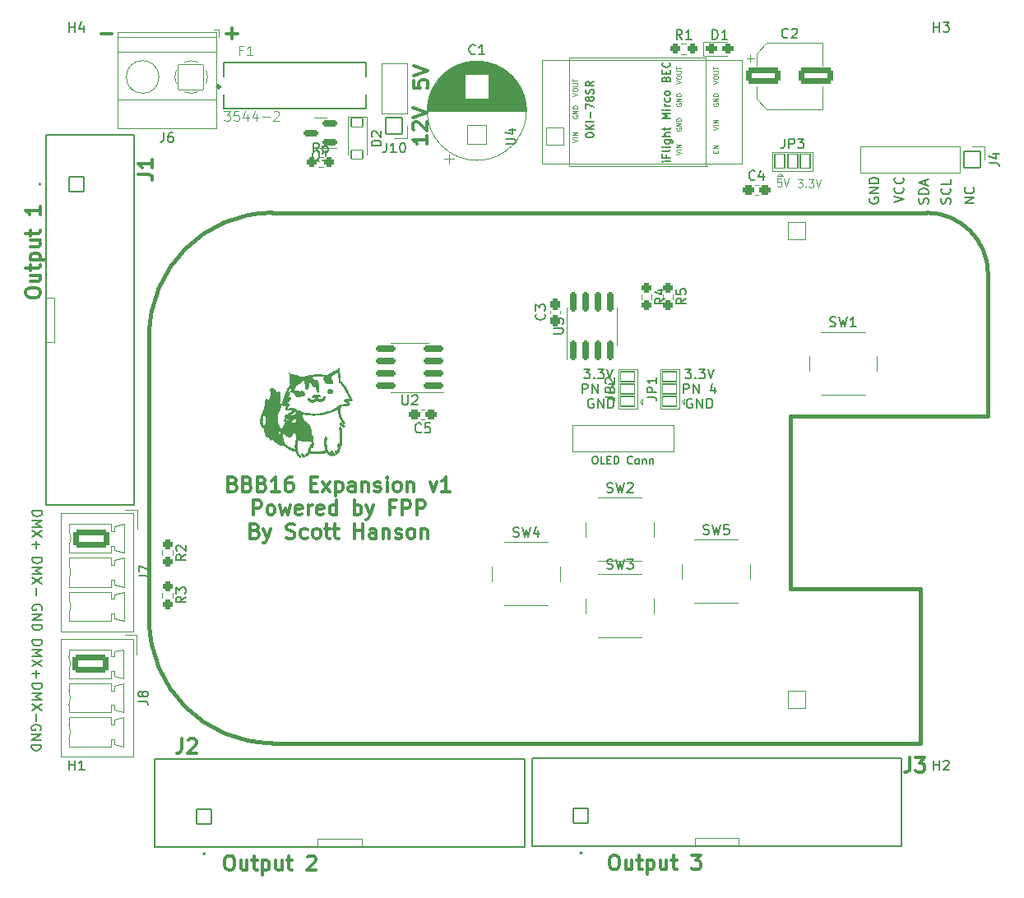
<source format=gbr>
%TF.GenerationSoftware,KiCad,Pcbnew,(6.0.5)*%
%TF.CreationDate,2022-06-19T03:32:13-05:00*%
%TF.ProjectId,BBB_16_Expansion,4242425f-3136-45f4-9578-70616e73696f,v1*%
%TF.SameCoordinates,Original*%
%TF.FileFunction,Legend,Top*%
%TF.FilePolarity,Positive*%
%FSLAX46Y46*%
G04 Gerber Fmt 4.6, Leading zero omitted, Abs format (unit mm)*
G04 Created by KiCad (PCBNEW (6.0.5)) date 2022-06-19 03:32:13*
%MOMM*%
%LPD*%
G01*
G04 APERTURE LIST*
G04 Aperture macros list*
%AMRoundRect*
0 Rectangle with rounded corners*
0 $1 Rounding radius*
0 $2 $3 $4 $5 $6 $7 $8 $9 X,Y pos of 4 corners*
0 Add a 4 corners polygon primitive as box body*
4,1,4,$2,$3,$4,$5,$6,$7,$8,$9,$2,$3,0*
0 Add four circle primitives for the rounded corners*
1,1,$1+$1,$2,$3*
1,1,$1+$1,$4,$5*
1,1,$1+$1,$6,$7*
1,1,$1+$1,$8,$9*
0 Add four rect primitives between the rounded corners*
20,1,$1+$1,$2,$3,$4,$5,0*
20,1,$1+$1,$4,$5,$6,$7,0*
20,1,$1+$1,$6,$7,$8,$9,0*
20,1,$1+$1,$8,$9,$2,$3,0*%
G04 Aperture macros list end*
%ADD10C,0.150000*%
%ADD11C,0.300000*%
%ADD12C,0.100000*%
%ADD13C,0.120000*%
%ADD14C,0.127000*%
%ADD15C,0.200000*%
%ADD16C,0.381000*%
%ADD17R,1.800000X1.800000*%
%ADD18C,1.800000*%
%ADD19C,4.572000*%
%ADD20RoundRect,0.051000X1.000000X-1.000000X1.000000X1.000000X-1.000000X1.000000X-1.000000X-1.000000X0*%
%ADD21C,2.102000*%
%ADD22RoundRect,0.288500X-0.287500X-0.237500X0.287500X-0.237500X0.287500X0.237500X-0.287500X0.237500X0*%
%ADD23C,5.000000*%
%ADD24C,1.802000*%
%ADD25RoundRect,0.051000X-0.850000X0.850000X-0.850000X-0.850000X0.850000X-0.850000X0.850000X0.850000X0*%
%ADD26O,1.802000X1.802000*%
%ADD27RoundRect,0.288500X-0.237500X0.250000X-0.237500X-0.250000X0.237500X-0.250000X0.237500X0.250000X0*%
%ADD28RoundRect,0.288500X0.237500X-0.300000X0.237500X0.300000X-0.237500X0.300000X-0.237500X-0.300000X0*%
%ADD29RoundRect,0.201000X0.150000X-0.825000X0.150000X0.825000X-0.150000X0.825000X-0.150000X-0.825000X0*%
%ADD30RoundRect,0.288500X-0.250000X-0.237500X0.250000X-0.237500X0.250000X0.237500X-0.250000X0.237500X0*%
%ADD31RoundRect,0.301000X-1.550000X0.650000X-1.550000X-0.650000X1.550000X-0.650000X1.550000X0.650000X0*%
%ADD32O,3.702000X1.902000*%
%ADD33RoundRect,0.288500X-0.300000X-0.237500X0.300000X-0.237500X0.300000X0.237500X-0.300000X0.237500X0*%
%ADD34RoundRect,0.201000X0.825000X0.150000X-0.825000X0.150000X-0.825000X-0.150000X0.825000X-0.150000X0*%
%ADD35RoundRect,0.288500X0.300000X0.237500X-0.300000X0.237500X-0.300000X-0.237500X0.300000X-0.237500X0*%
%ADD36RoundRect,0.051000X0.750000X-0.500000X0.750000X0.500000X-0.750000X0.500000X-0.750000X-0.500000X0*%
%ADD37RoundRect,0.051000X-0.765000X-0.765000X0.765000X-0.765000X0.765000X0.765000X-0.765000X0.765000X0*%
%ADD38C,1.632000*%
%ADD39RoundRect,0.051000X-0.765000X0.765000X-0.765000X-0.765000X0.765000X-0.765000X0.765000X0.765000X0*%
%ADD40RoundRect,0.051000X-0.900000X-0.900000X0.900000X-0.900000X0.900000X0.900000X-0.900000X0.900000X0*%
%ADD41C,1.902000*%
%ADD42C,4.674000*%
%ADD43RoundRect,0.301000X-1.500000X-0.550000X1.500000X-0.550000X1.500000X0.550000X-1.500000X0.550000X0*%
%ADD44C,3.602000*%
%ADD45C,2.577000*%
%ADD46RoundRect,0.051000X0.850000X0.850000X-0.850000X0.850000X-0.850000X-0.850000X0.850000X-0.850000X0*%
%ADD47RoundRect,0.051000X-0.500000X-0.750000X0.500000X-0.750000X0.500000X0.750000X-0.500000X0.750000X0*%
%ADD48RoundRect,0.201000X0.587500X0.150000X-0.587500X0.150000X-0.587500X-0.150000X0.587500X-0.150000X0*%
%ADD49RoundRect,0.051000X-0.600000X0.450000X-0.600000X-0.450000X0.600000X-0.450000X0.600000X0.450000X0*%
%ADD50RoundRect,0.051000X-0.900000X0.900000X-0.900000X-0.900000X0.900000X-0.900000X0.900000X0.900000X0*%
%ADD51C,1.626000*%
%ADD52RoundRect,0.051000X1.300000X1.300000X-1.300000X1.300000X-1.300000X-1.300000X1.300000X-1.300000X0*%
%ADD53C,2.702000*%
G04 APERTURE END LIST*
D10*
X228568380Y-73767333D02*
X229568380Y-73434000D01*
X228568380Y-73100666D01*
X229473142Y-72195904D02*
X229520761Y-72243523D01*
X229568380Y-72386380D01*
X229568380Y-72481619D01*
X229520761Y-72624476D01*
X229425523Y-72719714D01*
X229330285Y-72767333D01*
X229139809Y-72814952D01*
X228996952Y-72814952D01*
X228806476Y-72767333D01*
X228711238Y-72719714D01*
X228616000Y-72624476D01*
X228568380Y-72481619D01*
X228568380Y-72386380D01*
X228616000Y-72243523D01*
X228663619Y-72195904D01*
X229473142Y-71195904D02*
X229520761Y-71243523D01*
X229568380Y-71386380D01*
X229568380Y-71481619D01*
X229520761Y-71624476D01*
X229425523Y-71719714D01*
X229330285Y-71767333D01*
X229139809Y-71814952D01*
X228996952Y-71814952D01*
X228806476Y-71767333D01*
X228711238Y-71719714D01*
X228616000Y-71624476D01*
X228568380Y-71481619D01*
X228568380Y-71386380D01*
X228616000Y-71243523D01*
X228663619Y-71195904D01*
X234354201Y-73862571D02*
X234401820Y-73719714D01*
X234401820Y-73481618D01*
X234354201Y-73386380D01*
X234306582Y-73338761D01*
X234211344Y-73291142D01*
X234116106Y-73291142D01*
X234020868Y-73338761D01*
X233973249Y-73386380D01*
X233925630Y-73481618D01*
X233878011Y-73672095D01*
X233830392Y-73767333D01*
X233782773Y-73814952D01*
X233687535Y-73862571D01*
X233592297Y-73862571D01*
X233497059Y-73814952D01*
X233449440Y-73767333D01*
X233401820Y-73672095D01*
X233401820Y-73433999D01*
X233449440Y-73291142D01*
X234306582Y-72291142D02*
X234354201Y-72338761D01*
X234401820Y-72481618D01*
X234401820Y-72576856D01*
X234354201Y-72719714D01*
X234258963Y-72814952D01*
X234163725Y-72862571D01*
X233973249Y-72910190D01*
X233830392Y-72910190D01*
X233639916Y-72862571D01*
X233544678Y-72814952D01*
X233449440Y-72719714D01*
X233401820Y-72576856D01*
X233401820Y-72481618D01*
X233449440Y-72338761D01*
X233497059Y-72291142D01*
X234401820Y-71386380D02*
X234401820Y-71862571D01*
X233401820Y-71862571D01*
X232060761Y-73862570D02*
X232108380Y-73719713D01*
X232108380Y-73481618D01*
X232060761Y-73386380D01*
X232013142Y-73338761D01*
X231917904Y-73291142D01*
X231822666Y-73291142D01*
X231727428Y-73338761D01*
X231679809Y-73386380D01*
X231632190Y-73481618D01*
X231584571Y-73672094D01*
X231536952Y-73767332D01*
X231489333Y-73814951D01*
X231394095Y-73862570D01*
X231298857Y-73862570D01*
X231203619Y-73814951D01*
X231156000Y-73767332D01*
X231108380Y-73672094D01*
X231108380Y-73433999D01*
X231156000Y-73291142D01*
X232108380Y-72862570D02*
X231108380Y-72862570D01*
X231108380Y-72624475D01*
X231156000Y-72481618D01*
X231251238Y-72386380D01*
X231346476Y-72338761D01*
X231536952Y-72291142D01*
X231679809Y-72291142D01*
X231870285Y-72338761D01*
X231965523Y-72386380D01*
X232060761Y-72481618D01*
X232108380Y-72624475D01*
X232108380Y-72862570D01*
X231822666Y-71910189D02*
X231822666Y-71433999D01*
X232108380Y-72005427D02*
X231108380Y-71672094D01*
X232108380Y-71338761D01*
X226036000Y-73291142D02*
X225988380Y-73386380D01*
X225988380Y-73529238D01*
X226036000Y-73672095D01*
X226131238Y-73767333D01*
X226226476Y-73814952D01*
X226416952Y-73862571D01*
X226559809Y-73862571D01*
X226750285Y-73814952D01*
X226845523Y-73767333D01*
X226940761Y-73672095D01*
X226988380Y-73529238D01*
X226988380Y-73433999D01*
X226940761Y-73291142D01*
X226893142Y-73243523D01*
X226559809Y-73243523D01*
X226559809Y-73433999D01*
X226988380Y-72814952D02*
X225988380Y-72814952D01*
X226988380Y-72243523D01*
X225988380Y-72243523D01*
X226988380Y-71767333D02*
X225988380Y-71767333D01*
X225988380Y-71529238D01*
X226036000Y-71386380D01*
X226131238Y-71291142D01*
X226226476Y-71243523D01*
X226416952Y-71195904D01*
X226559809Y-71195904D01*
X226750285Y-71243523D01*
X226845523Y-71291142D01*
X226940761Y-71386380D01*
X226988380Y-71529238D01*
X226988380Y-71767333D01*
X236811820Y-73814952D02*
X235811820Y-73814952D01*
X236811820Y-73243523D01*
X235811820Y-73243523D01*
X236716582Y-72195904D02*
X236764201Y-72243523D01*
X236811820Y-72386380D01*
X236811820Y-72481618D01*
X236764201Y-72624476D01*
X236668963Y-72719714D01*
X236573725Y-72767333D01*
X236383249Y-72814952D01*
X236240392Y-72814952D01*
X236049916Y-72767333D01*
X235954678Y-72719714D01*
X235859440Y-72624476D01*
X235811820Y-72481618D01*
X235811820Y-72386380D01*
X235859440Y-72243523D01*
X235907059Y-72195904D01*
X207772095Y-93988000D02*
X207676857Y-93940380D01*
X207534000Y-93940380D01*
X207391142Y-93988000D01*
X207295904Y-94083238D01*
X207248285Y-94178476D01*
X207200666Y-94368952D01*
X207200666Y-94511809D01*
X207248285Y-94702285D01*
X207295904Y-94797523D01*
X207391142Y-94892761D01*
X207534000Y-94940380D01*
X207629238Y-94940380D01*
X207772095Y-94892761D01*
X207819714Y-94845142D01*
X207819714Y-94511809D01*
X207629238Y-94511809D01*
X208248285Y-94940380D02*
X208248285Y-93940380D01*
X208819714Y-94940380D01*
X208819714Y-93940380D01*
X209295904Y-94940380D02*
X209295904Y-93940380D01*
X209534000Y-93940380D01*
X209676857Y-93988000D01*
X209772095Y-94083238D01*
X209819714Y-94178476D01*
X209867333Y-94368952D01*
X209867333Y-94511809D01*
X209819714Y-94702285D01*
X209772095Y-94797523D01*
X209676857Y-94892761D01*
X209534000Y-94940380D01*
X209295904Y-94940380D01*
X196643809Y-90892380D02*
X197262857Y-90892380D01*
X196929523Y-91273333D01*
X197072380Y-91273333D01*
X197167619Y-91320952D01*
X197215238Y-91368571D01*
X197262857Y-91463809D01*
X197262857Y-91701904D01*
X197215238Y-91797142D01*
X197167619Y-91844761D01*
X197072380Y-91892380D01*
X196786666Y-91892380D01*
X196691428Y-91844761D01*
X196643809Y-91797142D01*
X197691428Y-91797142D02*
X197739047Y-91844761D01*
X197691428Y-91892380D01*
X197643809Y-91844761D01*
X197691428Y-91797142D01*
X197691428Y-91892380D01*
X198072380Y-90892380D02*
X198691428Y-90892380D01*
X198358095Y-91273333D01*
X198500952Y-91273333D01*
X198596190Y-91320952D01*
X198643809Y-91368571D01*
X198691428Y-91463809D01*
X198691428Y-91701904D01*
X198643809Y-91797142D01*
X198596190Y-91844761D01*
X198500952Y-91892380D01*
X198215238Y-91892380D01*
X198120000Y-91844761D01*
X198072380Y-91797142D01*
X198977142Y-90892380D02*
X199310476Y-91892380D01*
X199643809Y-90892380D01*
X196477142Y-93416380D02*
X196477142Y-92416380D01*
X196858095Y-92416380D01*
X196953333Y-92464000D01*
X197000952Y-92511619D01*
X197048571Y-92606857D01*
X197048571Y-92749714D01*
X197000952Y-92844952D01*
X196953333Y-92892571D01*
X196858095Y-92940190D01*
X196477142Y-92940190D01*
X197477142Y-93416380D02*
X197477142Y-92416380D01*
X198048571Y-93416380D01*
X198048571Y-92416380D01*
X199191428Y-92416380D02*
X199810476Y-92416380D01*
X199477142Y-92797333D01*
X199620000Y-92797333D01*
X199715238Y-92844952D01*
X199762857Y-92892571D01*
X199810476Y-92987809D01*
X199810476Y-93225904D01*
X199762857Y-93321142D01*
X199715238Y-93368761D01*
X199620000Y-93416380D01*
X199334285Y-93416380D01*
X199239047Y-93368761D01*
X199191428Y-93321142D01*
X207057809Y-90892380D02*
X207676857Y-90892380D01*
X207343523Y-91273333D01*
X207486380Y-91273333D01*
X207581619Y-91320952D01*
X207629238Y-91368571D01*
X207676857Y-91463809D01*
X207676857Y-91701904D01*
X207629238Y-91797142D01*
X207581619Y-91844761D01*
X207486380Y-91892380D01*
X207200666Y-91892380D01*
X207105428Y-91844761D01*
X207057809Y-91797142D01*
X208105428Y-91797142D02*
X208153047Y-91844761D01*
X208105428Y-91892380D01*
X208057809Y-91844761D01*
X208105428Y-91797142D01*
X208105428Y-91892380D01*
X208486380Y-90892380D02*
X209105428Y-90892380D01*
X208772095Y-91273333D01*
X208914952Y-91273333D01*
X209010190Y-91320952D01*
X209057809Y-91368571D01*
X209105428Y-91463809D01*
X209105428Y-91701904D01*
X209057809Y-91797142D01*
X209010190Y-91844761D01*
X208914952Y-91892380D01*
X208629238Y-91892380D01*
X208534000Y-91844761D01*
X208486380Y-91797142D01*
X209391142Y-90892380D02*
X209724476Y-91892380D01*
X210057809Y-90892380D01*
X206891142Y-93416380D02*
X206891142Y-92416380D01*
X207272095Y-92416380D01*
X207367333Y-92464000D01*
X207414952Y-92511619D01*
X207462571Y-92606857D01*
X207462571Y-92749714D01*
X207414952Y-92844952D01*
X207367333Y-92892571D01*
X207272095Y-92940190D01*
X206891142Y-92940190D01*
X207891142Y-93416380D02*
X207891142Y-92416380D01*
X208462571Y-93416380D01*
X208462571Y-92416380D01*
X210129238Y-92749714D02*
X210129238Y-93416380D01*
X209891142Y-92368761D02*
X209653047Y-93083047D01*
X210272095Y-93083047D01*
X197612095Y-93988000D02*
X197516857Y-93940380D01*
X197374000Y-93940380D01*
X197231142Y-93988000D01*
X197135904Y-94083238D01*
X197088285Y-94178476D01*
X197040666Y-94368952D01*
X197040666Y-94511809D01*
X197088285Y-94702285D01*
X197135904Y-94797523D01*
X197231142Y-94892761D01*
X197374000Y-94940380D01*
X197469238Y-94940380D01*
X197612095Y-94892761D01*
X197659714Y-94845142D01*
X197659714Y-94511809D01*
X197469238Y-94511809D01*
X198088285Y-94940380D02*
X198088285Y-93940380D01*
X198659714Y-94940380D01*
X198659714Y-93940380D01*
X199135904Y-94940380D02*
X199135904Y-93940380D01*
X199374000Y-93940380D01*
X199516857Y-93988000D01*
X199612095Y-94083238D01*
X199659714Y-94178476D01*
X199707333Y-94368952D01*
X199707333Y-94511809D01*
X199659714Y-94702285D01*
X199612095Y-94797523D01*
X199516857Y-94892761D01*
X199374000Y-94940380D01*
X199135904Y-94940380D01*
X140716000Y-128072095D02*
X140763619Y-127976857D01*
X140763619Y-127834000D01*
X140716000Y-127691142D01*
X140620761Y-127595904D01*
X140525523Y-127548285D01*
X140335047Y-127500666D01*
X140192190Y-127500666D01*
X140001714Y-127548285D01*
X139906476Y-127595904D01*
X139811238Y-127691142D01*
X139763619Y-127834000D01*
X139763619Y-127929238D01*
X139811238Y-128072095D01*
X139858857Y-128119714D01*
X140192190Y-128119714D01*
X140192190Y-127929238D01*
X139763619Y-128548285D02*
X140763619Y-128548285D01*
X139763619Y-129119714D01*
X140763619Y-129119714D01*
X139763619Y-129595904D02*
X140763619Y-129595904D01*
X140763619Y-129834000D01*
X140716000Y-129976857D01*
X140620761Y-130072095D01*
X140525523Y-130119714D01*
X140335047Y-130167333D01*
X140192190Y-130167333D01*
X140001714Y-130119714D01*
X139906476Y-130072095D01*
X139811238Y-129976857D01*
X139763619Y-129834000D01*
X139763619Y-129595904D01*
X139863619Y-123305428D02*
X140863619Y-123305428D01*
X140863619Y-123543523D01*
X140816000Y-123686380D01*
X140720761Y-123781619D01*
X140625523Y-123829238D01*
X140435047Y-123876857D01*
X140292190Y-123876857D01*
X140101714Y-123829238D01*
X140006476Y-123781619D01*
X139911238Y-123686380D01*
X139863619Y-123543523D01*
X139863619Y-123305428D01*
X139863619Y-124305428D02*
X140863619Y-124305428D01*
X140149333Y-124638761D01*
X140863619Y-124972095D01*
X139863619Y-124972095D01*
X140863619Y-125353047D02*
X139863619Y-126019714D01*
X140863619Y-126019714D02*
X139863619Y-125353047D01*
X140244571Y-126400666D02*
X140244571Y-127162571D01*
D11*
X160523142Y-102711857D02*
X160737428Y-102783285D01*
X160808857Y-102854714D01*
X160880285Y-102997571D01*
X160880285Y-103211857D01*
X160808857Y-103354714D01*
X160737428Y-103426142D01*
X160594571Y-103497571D01*
X160023142Y-103497571D01*
X160023142Y-101997571D01*
X160523142Y-101997571D01*
X160666000Y-102069000D01*
X160737428Y-102140428D01*
X160808857Y-102283285D01*
X160808857Y-102426142D01*
X160737428Y-102569000D01*
X160666000Y-102640428D01*
X160523142Y-102711857D01*
X160023142Y-102711857D01*
X162023142Y-102711857D02*
X162237428Y-102783285D01*
X162308857Y-102854714D01*
X162380285Y-102997571D01*
X162380285Y-103211857D01*
X162308857Y-103354714D01*
X162237428Y-103426142D01*
X162094571Y-103497571D01*
X161523142Y-103497571D01*
X161523142Y-101997571D01*
X162023142Y-101997571D01*
X162166000Y-102069000D01*
X162237428Y-102140428D01*
X162308857Y-102283285D01*
X162308857Y-102426142D01*
X162237428Y-102569000D01*
X162166000Y-102640428D01*
X162023142Y-102711857D01*
X161523142Y-102711857D01*
X163523142Y-102711857D02*
X163737428Y-102783285D01*
X163808857Y-102854714D01*
X163880285Y-102997571D01*
X163880285Y-103211857D01*
X163808857Y-103354714D01*
X163737428Y-103426142D01*
X163594571Y-103497571D01*
X163023142Y-103497571D01*
X163023142Y-101997571D01*
X163523142Y-101997571D01*
X163666000Y-102069000D01*
X163737428Y-102140428D01*
X163808857Y-102283285D01*
X163808857Y-102426142D01*
X163737428Y-102569000D01*
X163666000Y-102640428D01*
X163523142Y-102711857D01*
X163023142Y-102711857D01*
X165308857Y-103497571D02*
X164451714Y-103497571D01*
X164880285Y-103497571D02*
X164880285Y-101997571D01*
X164737428Y-102211857D01*
X164594571Y-102354714D01*
X164451714Y-102426142D01*
X166594571Y-101997571D02*
X166308857Y-101997571D01*
X166166000Y-102069000D01*
X166094571Y-102140428D01*
X165951714Y-102354714D01*
X165880285Y-102640428D01*
X165880285Y-103211857D01*
X165951714Y-103354714D01*
X166023142Y-103426142D01*
X166166000Y-103497571D01*
X166451714Y-103497571D01*
X166594571Y-103426142D01*
X166666000Y-103354714D01*
X166737428Y-103211857D01*
X166737428Y-102854714D01*
X166666000Y-102711857D01*
X166594571Y-102640428D01*
X166451714Y-102569000D01*
X166166000Y-102569000D01*
X166023142Y-102640428D01*
X165951714Y-102711857D01*
X165880285Y-102854714D01*
X168523142Y-102711857D02*
X169023142Y-102711857D01*
X169237428Y-103497571D02*
X168523142Y-103497571D01*
X168523142Y-101997571D01*
X169237428Y-101997571D01*
X169737428Y-103497571D02*
X170523142Y-102497571D01*
X169737428Y-102497571D02*
X170523142Y-103497571D01*
X171094571Y-102497571D02*
X171094571Y-103997571D01*
X171094571Y-102569000D02*
X171237428Y-102497571D01*
X171523142Y-102497571D01*
X171666000Y-102569000D01*
X171737428Y-102640428D01*
X171808857Y-102783285D01*
X171808857Y-103211857D01*
X171737428Y-103354714D01*
X171666000Y-103426142D01*
X171523142Y-103497571D01*
X171237428Y-103497571D01*
X171094571Y-103426142D01*
X173094571Y-103497571D02*
X173094571Y-102711857D01*
X173023142Y-102569000D01*
X172880285Y-102497571D01*
X172594571Y-102497571D01*
X172451714Y-102569000D01*
X173094571Y-103426142D02*
X172951714Y-103497571D01*
X172594571Y-103497571D01*
X172451714Y-103426142D01*
X172380285Y-103283285D01*
X172380285Y-103140428D01*
X172451714Y-102997571D01*
X172594571Y-102926142D01*
X172951714Y-102926142D01*
X173094571Y-102854714D01*
X173808857Y-102497571D02*
X173808857Y-103497571D01*
X173808857Y-102640428D02*
X173880285Y-102569000D01*
X174023142Y-102497571D01*
X174237428Y-102497571D01*
X174380285Y-102569000D01*
X174451714Y-102711857D01*
X174451714Y-103497571D01*
X175094571Y-103426142D02*
X175237428Y-103497571D01*
X175523142Y-103497571D01*
X175666000Y-103426142D01*
X175737428Y-103283285D01*
X175737428Y-103211857D01*
X175666000Y-103069000D01*
X175523142Y-102997571D01*
X175308857Y-102997571D01*
X175166000Y-102926142D01*
X175094571Y-102783285D01*
X175094571Y-102711857D01*
X175166000Y-102569000D01*
X175308857Y-102497571D01*
X175523142Y-102497571D01*
X175666000Y-102569000D01*
X176380285Y-103497571D02*
X176380285Y-102497571D01*
X176380285Y-101997571D02*
X176308857Y-102069000D01*
X176380285Y-102140428D01*
X176451714Y-102069000D01*
X176380285Y-101997571D01*
X176380285Y-102140428D01*
X177308857Y-103497571D02*
X177166000Y-103426142D01*
X177094571Y-103354714D01*
X177023142Y-103211857D01*
X177023142Y-102783285D01*
X177094571Y-102640428D01*
X177166000Y-102569000D01*
X177308857Y-102497571D01*
X177523142Y-102497571D01*
X177666000Y-102569000D01*
X177737428Y-102640428D01*
X177808857Y-102783285D01*
X177808857Y-103211857D01*
X177737428Y-103354714D01*
X177666000Y-103426142D01*
X177523142Y-103497571D01*
X177308857Y-103497571D01*
X178451714Y-102497571D02*
X178451714Y-103497571D01*
X178451714Y-102640428D02*
X178523142Y-102569000D01*
X178666000Y-102497571D01*
X178880285Y-102497571D01*
X179023142Y-102569000D01*
X179094571Y-102711857D01*
X179094571Y-103497571D01*
X180808857Y-102497571D02*
X181166000Y-103497571D01*
X181523142Y-102497571D01*
X182880285Y-103497571D02*
X182023142Y-103497571D01*
X182451714Y-103497571D02*
X182451714Y-101997571D01*
X182308857Y-102211857D01*
X182166000Y-102354714D01*
X182023142Y-102426142D01*
X162594571Y-105912571D02*
X162594571Y-104412571D01*
X163166000Y-104412571D01*
X163308857Y-104484000D01*
X163380285Y-104555428D01*
X163451714Y-104698285D01*
X163451714Y-104912571D01*
X163380285Y-105055428D01*
X163308857Y-105126857D01*
X163166000Y-105198285D01*
X162594571Y-105198285D01*
X164308857Y-105912571D02*
X164166000Y-105841142D01*
X164094571Y-105769714D01*
X164023142Y-105626857D01*
X164023142Y-105198285D01*
X164094571Y-105055428D01*
X164166000Y-104984000D01*
X164308857Y-104912571D01*
X164523142Y-104912571D01*
X164666000Y-104984000D01*
X164737428Y-105055428D01*
X164808857Y-105198285D01*
X164808857Y-105626857D01*
X164737428Y-105769714D01*
X164666000Y-105841142D01*
X164523142Y-105912571D01*
X164308857Y-105912571D01*
X165308857Y-104912571D02*
X165594571Y-105912571D01*
X165880285Y-105198285D01*
X166166000Y-105912571D01*
X166451714Y-104912571D01*
X167594571Y-105841142D02*
X167451714Y-105912571D01*
X167166000Y-105912571D01*
X167023142Y-105841142D01*
X166951714Y-105698285D01*
X166951714Y-105126857D01*
X167023142Y-104984000D01*
X167166000Y-104912571D01*
X167451714Y-104912571D01*
X167594571Y-104984000D01*
X167666000Y-105126857D01*
X167666000Y-105269714D01*
X166951714Y-105412571D01*
X168308857Y-105912571D02*
X168308857Y-104912571D01*
X168308857Y-105198285D02*
X168380285Y-105055428D01*
X168451714Y-104984000D01*
X168594571Y-104912571D01*
X168737428Y-104912571D01*
X169808857Y-105841142D02*
X169666000Y-105912571D01*
X169380285Y-105912571D01*
X169237428Y-105841142D01*
X169166000Y-105698285D01*
X169166000Y-105126857D01*
X169237428Y-104984000D01*
X169380285Y-104912571D01*
X169666000Y-104912571D01*
X169808857Y-104984000D01*
X169880285Y-105126857D01*
X169880285Y-105269714D01*
X169166000Y-105412571D01*
X171166000Y-105912571D02*
X171166000Y-104412571D01*
X171166000Y-105841142D02*
X171023142Y-105912571D01*
X170737428Y-105912571D01*
X170594571Y-105841142D01*
X170523142Y-105769714D01*
X170451714Y-105626857D01*
X170451714Y-105198285D01*
X170523142Y-105055428D01*
X170594571Y-104984000D01*
X170737428Y-104912571D01*
X171023142Y-104912571D01*
X171166000Y-104984000D01*
X173023142Y-105912571D02*
X173023142Y-104412571D01*
X173023142Y-104984000D02*
X173166000Y-104912571D01*
X173451714Y-104912571D01*
X173594571Y-104984000D01*
X173666000Y-105055428D01*
X173737428Y-105198285D01*
X173737428Y-105626857D01*
X173666000Y-105769714D01*
X173594571Y-105841142D01*
X173451714Y-105912571D01*
X173166000Y-105912571D01*
X173023142Y-105841142D01*
X174237428Y-104912571D02*
X174594571Y-105912571D01*
X174951714Y-104912571D02*
X174594571Y-105912571D01*
X174451714Y-106269714D01*
X174380285Y-106341142D01*
X174237428Y-106412571D01*
X177166000Y-105126857D02*
X176666000Y-105126857D01*
X176666000Y-105912571D02*
X176666000Y-104412571D01*
X177380285Y-104412571D01*
X177951714Y-105912571D02*
X177951714Y-104412571D01*
X178523142Y-104412571D01*
X178666000Y-104484000D01*
X178737428Y-104555428D01*
X178808857Y-104698285D01*
X178808857Y-104912571D01*
X178737428Y-105055428D01*
X178666000Y-105126857D01*
X178523142Y-105198285D01*
X177951714Y-105198285D01*
X179451714Y-105912571D02*
X179451714Y-104412571D01*
X180023142Y-104412571D01*
X180166000Y-104484000D01*
X180237428Y-104555428D01*
X180308857Y-104698285D01*
X180308857Y-104912571D01*
X180237428Y-105055428D01*
X180166000Y-105126857D01*
X180023142Y-105198285D01*
X179451714Y-105198285D01*
X162808857Y-107541857D02*
X163023142Y-107613285D01*
X163094571Y-107684714D01*
X163166000Y-107827571D01*
X163166000Y-108041857D01*
X163094571Y-108184714D01*
X163023142Y-108256142D01*
X162880285Y-108327571D01*
X162308857Y-108327571D01*
X162308857Y-106827571D01*
X162808857Y-106827571D01*
X162951714Y-106899000D01*
X163023142Y-106970428D01*
X163094571Y-107113285D01*
X163094571Y-107256142D01*
X163023142Y-107399000D01*
X162951714Y-107470428D01*
X162808857Y-107541857D01*
X162308857Y-107541857D01*
X163666000Y-107327571D02*
X164023142Y-108327571D01*
X164380285Y-107327571D02*
X164023142Y-108327571D01*
X163880285Y-108684714D01*
X163808857Y-108756142D01*
X163666000Y-108827571D01*
X166023142Y-108256142D02*
X166237428Y-108327571D01*
X166594571Y-108327571D01*
X166737428Y-108256142D01*
X166808857Y-108184714D01*
X166880285Y-108041857D01*
X166880285Y-107899000D01*
X166808857Y-107756142D01*
X166737428Y-107684714D01*
X166594571Y-107613285D01*
X166308857Y-107541857D01*
X166166000Y-107470428D01*
X166094571Y-107399000D01*
X166023142Y-107256142D01*
X166023142Y-107113285D01*
X166094571Y-106970428D01*
X166166000Y-106899000D01*
X166308857Y-106827571D01*
X166666000Y-106827571D01*
X166880285Y-106899000D01*
X168166000Y-108256142D02*
X168023142Y-108327571D01*
X167737428Y-108327571D01*
X167594571Y-108256142D01*
X167523142Y-108184714D01*
X167451714Y-108041857D01*
X167451714Y-107613285D01*
X167523142Y-107470428D01*
X167594571Y-107399000D01*
X167737428Y-107327571D01*
X168023142Y-107327571D01*
X168166000Y-107399000D01*
X169023142Y-108327571D02*
X168880285Y-108256142D01*
X168808857Y-108184714D01*
X168737428Y-108041857D01*
X168737428Y-107613285D01*
X168808857Y-107470428D01*
X168880285Y-107399000D01*
X169023142Y-107327571D01*
X169237428Y-107327571D01*
X169380285Y-107399000D01*
X169451714Y-107470428D01*
X169523142Y-107613285D01*
X169523142Y-108041857D01*
X169451714Y-108184714D01*
X169380285Y-108256142D01*
X169237428Y-108327571D01*
X169023142Y-108327571D01*
X169951714Y-107327571D02*
X170523142Y-107327571D01*
X170166000Y-106827571D02*
X170166000Y-108113285D01*
X170237428Y-108256142D01*
X170380285Y-108327571D01*
X170523142Y-108327571D01*
X170808857Y-107327571D02*
X171380285Y-107327571D01*
X171023142Y-106827571D02*
X171023142Y-108113285D01*
X171094571Y-108256142D01*
X171237428Y-108327571D01*
X171380285Y-108327571D01*
X173023142Y-108327571D02*
X173023142Y-106827571D01*
X173023142Y-107541857D02*
X173880285Y-107541857D01*
X173880285Y-108327571D02*
X173880285Y-106827571D01*
X175237428Y-108327571D02*
X175237428Y-107541857D01*
X175166000Y-107399000D01*
X175023142Y-107327571D01*
X174737428Y-107327571D01*
X174594571Y-107399000D01*
X175237428Y-108256142D02*
X175094571Y-108327571D01*
X174737428Y-108327571D01*
X174594571Y-108256142D01*
X174523142Y-108113285D01*
X174523142Y-107970428D01*
X174594571Y-107827571D01*
X174737428Y-107756142D01*
X175094571Y-107756142D01*
X175237428Y-107684714D01*
X175951714Y-107327571D02*
X175951714Y-108327571D01*
X175951714Y-107470428D02*
X176023142Y-107399000D01*
X176166000Y-107327571D01*
X176380285Y-107327571D01*
X176523142Y-107399000D01*
X176594571Y-107541857D01*
X176594571Y-108327571D01*
X177237428Y-108256142D02*
X177380285Y-108327571D01*
X177666000Y-108327571D01*
X177808857Y-108256142D01*
X177880285Y-108113285D01*
X177880285Y-108041857D01*
X177808857Y-107899000D01*
X177666000Y-107827571D01*
X177451714Y-107827571D01*
X177308857Y-107756142D01*
X177237428Y-107613285D01*
X177237428Y-107541857D01*
X177308857Y-107399000D01*
X177451714Y-107327571D01*
X177666000Y-107327571D01*
X177808857Y-107399000D01*
X178737428Y-108327571D02*
X178594571Y-108256142D01*
X178523142Y-108184714D01*
X178451714Y-108041857D01*
X178451714Y-107613285D01*
X178523142Y-107470428D01*
X178594571Y-107399000D01*
X178737428Y-107327571D01*
X178951714Y-107327571D01*
X179094571Y-107399000D01*
X179166000Y-107470428D01*
X179237428Y-107613285D01*
X179237428Y-108041857D01*
X179166000Y-108184714D01*
X179094571Y-108256142D01*
X178951714Y-108327571D01*
X178737428Y-108327571D01*
X179880285Y-107327571D02*
X179880285Y-108327571D01*
X179880285Y-107470428D02*
X179951714Y-107399000D01*
X180094571Y-107327571D01*
X180308857Y-107327571D01*
X180451714Y-107399000D01*
X180523142Y-107541857D01*
X180523142Y-108327571D01*
D12*
X218635047Y-71395904D02*
X219130285Y-71395904D01*
X218863619Y-71700666D01*
X218977904Y-71700666D01*
X219054095Y-71738761D01*
X219092190Y-71776857D01*
X219130285Y-71853047D01*
X219130285Y-72043523D01*
X219092190Y-72119714D01*
X219054095Y-72157809D01*
X218977904Y-72195904D01*
X218749333Y-72195904D01*
X218673142Y-72157809D01*
X218635047Y-72119714D01*
X219473142Y-72119714D02*
X219511238Y-72157809D01*
X219473142Y-72195904D01*
X219435047Y-72157809D01*
X219473142Y-72119714D01*
X219473142Y-72195904D01*
X219777904Y-71395904D02*
X220273142Y-71395904D01*
X220006476Y-71700666D01*
X220120761Y-71700666D01*
X220196952Y-71738761D01*
X220235047Y-71776857D01*
X220273142Y-71853047D01*
X220273142Y-72043523D01*
X220235047Y-72119714D01*
X220196952Y-72157809D01*
X220120761Y-72195904D01*
X219892190Y-72195904D01*
X219816000Y-72157809D01*
X219777904Y-72119714D01*
X220501714Y-71395904D02*
X220768380Y-72195904D01*
X221035047Y-71395904D01*
D11*
X146944571Y-56341142D02*
X148087428Y-56341142D01*
X159844571Y-56341142D02*
X160987428Y-56341142D01*
X160416000Y-56912571D02*
X160416000Y-55769714D01*
D10*
X139863619Y-118805428D02*
X140863619Y-118805428D01*
X140863619Y-119043523D01*
X140816000Y-119186380D01*
X140720761Y-119281619D01*
X140625523Y-119329238D01*
X140435047Y-119376857D01*
X140292190Y-119376857D01*
X140101714Y-119329238D01*
X140006476Y-119281619D01*
X139911238Y-119186380D01*
X139863619Y-119043523D01*
X139863619Y-118805428D01*
X139863619Y-119805428D02*
X140863619Y-119805428D01*
X140149333Y-120138761D01*
X140863619Y-120472095D01*
X139863619Y-120472095D01*
X140863619Y-120853047D02*
X139863619Y-121519714D01*
X140863619Y-121519714D02*
X139863619Y-120853047D01*
X140244571Y-121900666D02*
X140244571Y-122662571D01*
X139863619Y-122281619D02*
X140625523Y-122281619D01*
X140816000Y-115689095D02*
X140863619Y-115593857D01*
X140863619Y-115451000D01*
X140816000Y-115308142D01*
X140720761Y-115212904D01*
X140625523Y-115165285D01*
X140435047Y-115117666D01*
X140292190Y-115117666D01*
X140101714Y-115165285D01*
X140006476Y-115212904D01*
X139911238Y-115308142D01*
X139863619Y-115451000D01*
X139863619Y-115546238D01*
X139911238Y-115689095D01*
X139958857Y-115736714D01*
X140292190Y-115736714D01*
X140292190Y-115546238D01*
X139863619Y-116165285D02*
X140863619Y-116165285D01*
X139863619Y-116736714D01*
X140863619Y-116736714D01*
X139863619Y-117212904D02*
X140863619Y-117212904D01*
X140863619Y-117451000D01*
X140816000Y-117593857D01*
X140720761Y-117689095D01*
X140625523Y-117736714D01*
X140435047Y-117784333D01*
X140292190Y-117784333D01*
X140101714Y-117736714D01*
X140006476Y-117689095D01*
X139911238Y-117593857D01*
X139863619Y-117451000D01*
X139863619Y-117212904D01*
X139863619Y-105505428D02*
X140863619Y-105505428D01*
X140863619Y-105743523D01*
X140816000Y-105886380D01*
X140720761Y-105981619D01*
X140625523Y-106029238D01*
X140435047Y-106076857D01*
X140292190Y-106076857D01*
X140101714Y-106029238D01*
X140006476Y-105981619D01*
X139911238Y-105886380D01*
X139863619Y-105743523D01*
X139863619Y-105505428D01*
X139863619Y-106505428D02*
X140863619Y-106505428D01*
X140149333Y-106838761D01*
X140863619Y-107172095D01*
X139863619Y-107172095D01*
X140863619Y-107553047D02*
X139863619Y-108219714D01*
X140863619Y-108219714D02*
X139863619Y-107553047D01*
X140244571Y-108600666D02*
X140244571Y-109362571D01*
X139863619Y-108981619D02*
X140625523Y-108981619D01*
D12*
X216963619Y-71295904D02*
X216582666Y-71295904D01*
X216544571Y-71676857D01*
X216582666Y-71638761D01*
X216658857Y-71600666D01*
X216849333Y-71600666D01*
X216925523Y-71638761D01*
X216963619Y-71676857D01*
X217001714Y-71753047D01*
X217001714Y-71943523D01*
X216963619Y-72019714D01*
X216925523Y-72057809D01*
X216849333Y-72095904D01*
X216658857Y-72095904D01*
X216582666Y-72057809D01*
X216544571Y-72019714D01*
X217230285Y-71295904D02*
X217496952Y-72095904D01*
X217763619Y-71295904D01*
D10*
X139863619Y-110331428D02*
X140863619Y-110331428D01*
X140863619Y-110569523D01*
X140816000Y-110712380D01*
X140720761Y-110807619D01*
X140625523Y-110855238D01*
X140435047Y-110902857D01*
X140292190Y-110902857D01*
X140101714Y-110855238D01*
X140006476Y-110807619D01*
X139911238Y-110712380D01*
X139863619Y-110569523D01*
X139863619Y-110331428D01*
X139863619Y-111331428D02*
X140863619Y-111331428D01*
X140149333Y-111664761D01*
X140863619Y-111998095D01*
X139863619Y-111998095D01*
X140863619Y-112379047D02*
X139863619Y-113045714D01*
X140863619Y-113045714D02*
X139863619Y-112379047D01*
X140244571Y-113426666D02*
X140244571Y-114188571D01*
D11*
X179094571Y-61219714D02*
X179094571Y-61934000D01*
X179808857Y-62005428D01*
X179737428Y-61934000D01*
X179666000Y-61791142D01*
X179666000Y-61434000D01*
X179737428Y-61291142D01*
X179808857Y-61219714D01*
X179951714Y-61148285D01*
X180308857Y-61148285D01*
X180451714Y-61219714D01*
X180523142Y-61291142D01*
X180594571Y-61434000D01*
X180594571Y-61791142D01*
X180523142Y-61934000D01*
X180451714Y-62005428D01*
X179094571Y-60719714D02*
X180594571Y-60219714D01*
X179094571Y-59719714D01*
X180494571Y-66862571D02*
X180494571Y-67719714D01*
X180494571Y-67291142D02*
X178994571Y-67291142D01*
X179208857Y-67434000D01*
X179351714Y-67576857D01*
X179423142Y-67719714D01*
X179137428Y-66291142D02*
X179066000Y-66219714D01*
X178994571Y-66076857D01*
X178994571Y-65719714D01*
X179066000Y-65576857D01*
X179137428Y-65505428D01*
X179280285Y-65434000D01*
X179423142Y-65434000D01*
X179637428Y-65505428D01*
X180494571Y-66362571D01*
X180494571Y-65434000D01*
X178994571Y-65005428D02*
X180494571Y-64505428D01*
X178994571Y-64005428D01*
D10*
%TO.C,C1*%
X185449333Y-58408819D02*
X185401714Y-58456438D01*
X185258857Y-58504057D01*
X185163619Y-58504057D01*
X185020761Y-58456438D01*
X184925523Y-58361200D01*
X184877904Y-58265962D01*
X184830285Y-58075486D01*
X184830285Y-57932629D01*
X184877904Y-57742153D01*
X184925523Y-57646915D01*
X185020761Y-57551677D01*
X185163619Y-57504057D01*
X185258857Y-57504057D01*
X185401714Y-57551677D01*
X185449333Y-57599296D01*
X186401714Y-58504057D02*
X185830285Y-58504057D01*
X186116000Y-58504057D02*
X186116000Y-57504057D01*
X186020761Y-57646915D01*
X185925523Y-57742153D01*
X185830285Y-57789772D01*
%TO.C,D1*%
X209877904Y-56956380D02*
X209877904Y-55956380D01*
X210116000Y-55956380D01*
X210258857Y-56004000D01*
X210354095Y-56099238D01*
X210401714Y-56194476D01*
X210449333Y-56384952D01*
X210449333Y-56527809D01*
X210401714Y-56718285D01*
X210354095Y-56813523D01*
X210258857Y-56908761D01*
X210116000Y-56956380D01*
X209877904Y-56956380D01*
X211401714Y-56956380D02*
X210830285Y-56956380D01*
X211116000Y-56956380D02*
X211116000Y-55956380D01*
X211020761Y-56099238D01*
X210925523Y-56194476D01*
X210830285Y-56242095D01*
%TO.C,J5*%
X197707619Y-99891904D02*
X197860000Y-99891904D01*
X197936190Y-99930000D01*
X198012380Y-100006190D01*
X198050476Y-100158571D01*
X198050476Y-100425238D01*
X198012380Y-100577619D01*
X197936190Y-100653809D01*
X197860000Y-100691904D01*
X197707619Y-100691904D01*
X197631428Y-100653809D01*
X197555238Y-100577619D01*
X197517142Y-100425238D01*
X197517142Y-100158571D01*
X197555238Y-100006190D01*
X197631428Y-99930000D01*
X197707619Y-99891904D01*
X198774285Y-100691904D02*
X198393333Y-100691904D01*
X198393333Y-99891904D01*
X199040952Y-100272857D02*
X199307619Y-100272857D01*
X199421904Y-100691904D02*
X199040952Y-100691904D01*
X199040952Y-99891904D01*
X199421904Y-99891904D01*
X199764761Y-100691904D02*
X199764761Y-99891904D01*
X199955238Y-99891904D01*
X200069523Y-99930000D01*
X200145714Y-100006190D01*
X200183809Y-100082380D01*
X200221904Y-100234761D01*
X200221904Y-100349047D01*
X200183809Y-100501428D01*
X200145714Y-100577619D01*
X200069523Y-100653809D01*
X199955238Y-100691904D01*
X199764761Y-100691904D01*
X201631428Y-100615714D02*
X201593333Y-100653809D01*
X201479047Y-100691904D01*
X201402857Y-100691904D01*
X201288571Y-100653809D01*
X201212380Y-100577619D01*
X201174285Y-100501428D01*
X201136190Y-100349047D01*
X201136190Y-100234761D01*
X201174285Y-100082380D01*
X201212380Y-100006190D01*
X201288571Y-99930000D01*
X201402857Y-99891904D01*
X201479047Y-99891904D01*
X201593333Y-99930000D01*
X201631428Y-99968095D01*
X202088571Y-100691904D02*
X202012380Y-100653809D01*
X201974285Y-100615714D01*
X201936190Y-100539523D01*
X201936190Y-100310952D01*
X201974285Y-100234761D01*
X202012380Y-100196666D01*
X202088571Y-100158571D01*
X202202857Y-100158571D01*
X202279047Y-100196666D01*
X202317142Y-100234761D01*
X202355238Y-100310952D01*
X202355238Y-100539523D01*
X202317142Y-100615714D01*
X202279047Y-100653809D01*
X202202857Y-100691904D01*
X202088571Y-100691904D01*
X202698095Y-100158571D02*
X202698095Y-100691904D01*
X202698095Y-100234761D02*
X202736190Y-100196666D01*
X202812380Y-100158571D01*
X202926666Y-100158571D01*
X203002857Y-100196666D01*
X203040952Y-100272857D01*
X203040952Y-100691904D01*
X203421904Y-100158571D02*
X203421904Y-100691904D01*
X203421904Y-100234761D02*
X203460000Y-100196666D01*
X203536190Y-100158571D01*
X203650476Y-100158571D01*
X203726666Y-100196666D01*
X203764761Y-100272857D01*
X203764761Y-100691904D01*
%TO.C,J4*%
X238373380Y-69667333D02*
X239087666Y-69667333D01*
X239230523Y-69714952D01*
X239325761Y-69810190D01*
X239373380Y-69953047D01*
X239373380Y-70048285D01*
X238706714Y-68762571D02*
X239373380Y-68762571D01*
X238325761Y-69000666D02*
X239040047Y-69238761D01*
X239040047Y-68619714D01*
%TO.C,R4*%
X204952380Y-83612566D02*
X204476190Y-83945900D01*
X204952380Y-84183995D02*
X203952380Y-84183995D01*
X203952380Y-83803042D01*
X204000000Y-83707804D01*
X204047619Y-83660185D01*
X204142857Y-83612566D01*
X204285714Y-83612566D01*
X204380952Y-83660185D01*
X204428571Y-83707804D01*
X204476190Y-83803042D01*
X204476190Y-84183995D01*
X204285714Y-82755423D02*
X204952380Y-82755423D01*
X203904761Y-82993519D02*
X204619047Y-83231614D01*
X204619047Y-82612566D01*
%TO.C,C3*%
X192573742Y-85225466D02*
X192621361Y-85273085D01*
X192668980Y-85415942D01*
X192668980Y-85511180D01*
X192621361Y-85654038D01*
X192526123Y-85749276D01*
X192430885Y-85796895D01*
X192240409Y-85844514D01*
X192097552Y-85844514D01*
X191907076Y-85796895D01*
X191811838Y-85749276D01*
X191716600Y-85654038D01*
X191668980Y-85511180D01*
X191668980Y-85415942D01*
X191716600Y-85273085D01*
X191764219Y-85225466D01*
X191668980Y-84892133D02*
X191668980Y-84273085D01*
X192049933Y-84606419D01*
X192049933Y-84463561D01*
X192097552Y-84368323D01*
X192145171Y-84320704D01*
X192240409Y-84273085D01*
X192478504Y-84273085D01*
X192573742Y-84320704D01*
X192621361Y-84368323D01*
X192668980Y-84463561D01*
X192668980Y-84749276D01*
X192621361Y-84844514D01*
X192573742Y-84892133D01*
%TO.C,U3*%
X193508980Y-87243104D02*
X194318504Y-87243104D01*
X194413742Y-87195485D01*
X194461361Y-87147866D01*
X194508980Y-87052628D01*
X194508980Y-86862152D01*
X194461361Y-86766914D01*
X194413742Y-86719295D01*
X194318504Y-86671676D01*
X193508980Y-86671676D01*
X193508980Y-86290723D02*
X193508980Y-85671676D01*
X193889933Y-86005009D01*
X193889933Y-85862152D01*
X193937552Y-85766914D01*
X193985171Y-85719295D01*
X194080409Y-85671676D01*
X194318504Y-85671676D01*
X194413742Y-85719295D01*
X194461361Y-85766914D01*
X194508980Y-85862152D01*
X194508980Y-86147866D01*
X194461361Y-86243104D01*
X194413742Y-86290723D01*
%TO.C,R1*%
X206749333Y-56956380D02*
X206416000Y-56480190D01*
X206177904Y-56956380D02*
X206177904Y-55956380D01*
X206558857Y-55956380D01*
X206654095Y-56004000D01*
X206701714Y-56051619D01*
X206749333Y-56146857D01*
X206749333Y-56289714D01*
X206701714Y-56384952D01*
X206654095Y-56432571D01*
X206558857Y-56480190D01*
X206177904Y-56480190D01*
X207701714Y-56956380D02*
X207130285Y-56956380D01*
X207416000Y-56956380D02*
X207416000Y-55956380D01*
X207320761Y-56099238D01*
X207225523Y-56194476D01*
X207130285Y-56242095D01*
%TO.C,J7*%
X150818380Y-112167333D02*
X151532666Y-112167333D01*
X151675523Y-112214952D01*
X151770761Y-112310190D01*
X151818380Y-112453047D01*
X151818380Y-112548285D01*
X150818380Y-111786380D02*
X150818380Y-111119714D01*
X151818380Y-111548285D01*
%TO.C,R3*%
X155648380Y-114350666D02*
X155172190Y-114684000D01*
X155648380Y-114922095D02*
X154648380Y-114922095D01*
X154648380Y-114541142D01*
X154696000Y-114445904D01*
X154743619Y-114398285D01*
X154838857Y-114350666D01*
X154981714Y-114350666D01*
X155076952Y-114398285D01*
X155124571Y-114445904D01*
X155172190Y-114541142D01*
X155172190Y-114922095D01*
X154648380Y-114017333D02*
X154648380Y-113398285D01*
X155029333Y-113731619D01*
X155029333Y-113588761D01*
X155076952Y-113493523D01*
X155124571Y-113445904D01*
X155219809Y-113398285D01*
X155457904Y-113398285D01*
X155553142Y-113445904D01*
X155600761Y-113493523D01*
X155648380Y-113588761D01*
X155648380Y-113874476D01*
X155600761Y-113969714D01*
X155553142Y-114017333D01*
%TO.C,C4*%
X214249333Y-71361142D02*
X214201714Y-71408761D01*
X214058857Y-71456380D01*
X213963619Y-71456380D01*
X213820761Y-71408761D01*
X213725523Y-71313523D01*
X213677904Y-71218285D01*
X213630285Y-71027809D01*
X213630285Y-70884952D01*
X213677904Y-70694476D01*
X213725523Y-70599238D01*
X213820761Y-70504000D01*
X213963619Y-70456380D01*
X214058857Y-70456380D01*
X214201714Y-70504000D01*
X214249333Y-70551619D01*
X215106476Y-70789714D02*
X215106476Y-71456380D01*
X214868380Y-70408761D02*
X214630285Y-71123047D01*
X215249333Y-71123047D01*
%TO.C,U2*%
X177954095Y-93586380D02*
X177954095Y-94395904D01*
X178001714Y-94491142D01*
X178049333Y-94538761D01*
X178144571Y-94586380D01*
X178335047Y-94586380D01*
X178430285Y-94538761D01*
X178477904Y-94491142D01*
X178525523Y-94395904D01*
X178525523Y-93586380D01*
X178954095Y-93681619D02*
X179001714Y-93634000D01*
X179096952Y-93586380D01*
X179335047Y-93586380D01*
X179430285Y-93634000D01*
X179477904Y-93681619D01*
X179525523Y-93776857D01*
X179525523Y-93872095D01*
X179477904Y-94014952D01*
X178906476Y-94586380D01*
X179525523Y-94586380D01*
%TO.C,C5*%
X179899333Y-97371142D02*
X179851714Y-97418761D01*
X179708857Y-97466380D01*
X179613619Y-97466380D01*
X179470761Y-97418761D01*
X179375523Y-97323523D01*
X179327904Y-97228285D01*
X179280285Y-97037809D01*
X179280285Y-96894952D01*
X179327904Y-96704476D01*
X179375523Y-96609238D01*
X179470761Y-96514000D01*
X179613619Y-96466380D01*
X179708857Y-96466380D01*
X179851714Y-96514000D01*
X179899333Y-96561619D01*
X180804095Y-96466380D02*
X180327904Y-96466380D01*
X180280285Y-96942571D01*
X180327904Y-96894952D01*
X180423142Y-96847333D01*
X180661238Y-96847333D01*
X180756476Y-96894952D01*
X180804095Y-96942571D01*
X180851714Y-97037809D01*
X180851714Y-97275904D01*
X180804095Y-97371142D01*
X180756476Y-97418761D01*
X180661238Y-97466380D01*
X180423142Y-97466380D01*
X180327904Y-97418761D01*
X180280285Y-97371142D01*
%TO.C,J8*%
X150775880Y-125084833D02*
X151490166Y-125084833D01*
X151633023Y-125132452D01*
X151728261Y-125227690D01*
X151775880Y-125370547D01*
X151775880Y-125465785D01*
X151204452Y-124465785D02*
X151156833Y-124561023D01*
X151109214Y-124608642D01*
X151013976Y-124656261D01*
X150966357Y-124656261D01*
X150871119Y-124608642D01*
X150823500Y-124561023D01*
X150775880Y-124465785D01*
X150775880Y-124275309D01*
X150823500Y-124180071D01*
X150871119Y-124132452D01*
X150966357Y-124084833D01*
X151013976Y-124084833D01*
X151109214Y-124132452D01*
X151156833Y-124180071D01*
X151204452Y-124275309D01*
X151204452Y-124465785D01*
X151252071Y-124561023D01*
X151299690Y-124608642D01*
X151394928Y-124656261D01*
X151585404Y-124656261D01*
X151680642Y-124608642D01*
X151728261Y-124561023D01*
X151775880Y-124465785D01*
X151775880Y-124275309D01*
X151728261Y-124180071D01*
X151680642Y-124132452D01*
X151585404Y-124084833D01*
X151394928Y-124084833D01*
X151299690Y-124132452D01*
X151252071Y-124180071D01*
X151204452Y-124275309D01*
%TO.C,R2*%
X155648380Y-110000666D02*
X155172190Y-110334000D01*
X155648380Y-110572095D02*
X154648380Y-110572095D01*
X154648380Y-110191142D01*
X154696000Y-110095904D01*
X154743619Y-110048285D01*
X154838857Y-110000666D01*
X154981714Y-110000666D01*
X155076952Y-110048285D01*
X155124571Y-110095904D01*
X155172190Y-110191142D01*
X155172190Y-110572095D01*
X154743619Y-109619714D02*
X154696000Y-109572095D01*
X154648380Y-109476857D01*
X154648380Y-109238761D01*
X154696000Y-109143523D01*
X154743619Y-109095904D01*
X154838857Y-109048285D01*
X154934095Y-109048285D01*
X155076952Y-109095904D01*
X155648380Y-109667333D01*
X155648380Y-109048285D01*
%TO.C,JP1*%
X203138380Y-93797333D02*
X203852666Y-93797333D01*
X203995523Y-93844952D01*
X204090761Y-93940190D01*
X204138380Y-94083047D01*
X204138380Y-94178285D01*
X204138380Y-93321142D02*
X203138380Y-93321142D01*
X203138380Y-92940190D01*
X203186000Y-92844952D01*
X203233619Y-92797333D01*
X203328857Y-92749714D01*
X203471714Y-92749714D01*
X203566952Y-92797333D01*
X203614571Y-92844952D01*
X203662190Y-92940190D01*
X203662190Y-93321142D01*
X204138380Y-91797333D02*
X204138380Y-92368761D01*
X204138380Y-92083047D02*
X203138380Y-92083047D01*
X203281238Y-92178285D01*
X203376476Y-92273523D01*
X203424095Y-92368761D01*
%TO.C,JP2*%
X198820380Y-93797333D02*
X199534666Y-93797333D01*
X199677523Y-93844952D01*
X199772761Y-93940190D01*
X199820380Y-94083047D01*
X199820380Y-94178285D01*
X199820380Y-93321142D02*
X198820380Y-93321142D01*
X198820380Y-92940190D01*
X198868000Y-92844952D01*
X198915619Y-92797333D01*
X199010857Y-92749714D01*
X199153714Y-92749714D01*
X199248952Y-92797333D01*
X199296571Y-92844952D01*
X199344190Y-92940190D01*
X199344190Y-93321142D01*
X198915619Y-92368761D02*
X198868000Y-92321142D01*
X198820380Y-92225904D01*
X198820380Y-91987809D01*
X198868000Y-91892571D01*
X198915619Y-91844952D01*
X199010857Y-91797333D01*
X199106095Y-91797333D01*
X199248952Y-91844952D01*
X199820380Y-92416380D01*
X199820380Y-91797333D01*
%TO.C,SW1*%
X221982666Y-86488761D02*
X222125523Y-86536380D01*
X222363619Y-86536380D01*
X222458857Y-86488761D01*
X222506476Y-86441142D01*
X222554095Y-86345904D01*
X222554095Y-86250666D01*
X222506476Y-86155428D01*
X222458857Y-86107809D01*
X222363619Y-86060190D01*
X222173142Y-86012571D01*
X222077904Y-85964952D01*
X222030285Y-85917333D01*
X221982666Y-85822095D01*
X221982666Y-85726857D01*
X222030285Y-85631619D01*
X222077904Y-85584000D01*
X222173142Y-85536380D01*
X222411238Y-85536380D01*
X222554095Y-85584000D01*
X222887428Y-85536380D02*
X223125523Y-86536380D01*
X223316000Y-85822095D01*
X223506476Y-86536380D01*
X223744571Y-85536380D01*
X224649333Y-86536380D02*
X224077904Y-86536380D01*
X224363619Y-86536380D02*
X224363619Y-85536380D01*
X224268380Y-85679238D01*
X224173142Y-85774476D01*
X224077904Y-85822095D01*
D11*
%TO.C,J2*%
X155268000Y-128943571D02*
X155268000Y-130015000D01*
X155196571Y-130229285D01*
X155053714Y-130372142D01*
X154839428Y-130443571D01*
X154696571Y-130443571D01*
X155910857Y-129086428D02*
X155982285Y-129015000D01*
X156125142Y-128943571D01*
X156482285Y-128943571D01*
X156625142Y-129015000D01*
X156696571Y-129086428D01*
X156768000Y-129229285D01*
X156768000Y-129372142D01*
X156696571Y-129586428D01*
X155839428Y-130443571D01*
X156768000Y-130443571D01*
X160044571Y-141008571D02*
X160330285Y-141008571D01*
X160473142Y-141080000D01*
X160616000Y-141222857D01*
X160687428Y-141508571D01*
X160687428Y-142008571D01*
X160616000Y-142294285D01*
X160473142Y-142437142D01*
X160330285Y-142508571D01*
X160044571Y-142508571D01*
X159901714Y-142437142D01*
X159758857Y-142294285D01*
X159687428Y-142008571D01*
X159687428Y-141508571D01*
X159758857Y-141222857D01*
X159901714Y-141080000D01*
X160044571Y-141008571D01*
X161973142Y-141508571D02*
X161973142Y-142508571D01*
X161330285Y-141508571D02*
X161330285Y-142294285D01*
X161401714Y-142437142D01*
X161544571Y-142508571D01*
X161758857Y-142508571D01*
X161901714Y-142437142D01*
X161973142Y-142365714D01*
X162473142Y-141508571D02*
X163044571Y-141508571D01*
X162687428Y-141008571D02*
X162687428Y-142294285D01*
X162758857Y-142437142D01*
X162901714Y-142508571D01*
X163044571Y-142508571D01*
X163544571Y-141508571D02*
X163544571Y-143008571D01*
X163544571Y-141580000D02*
X163687428Y-141508571D01*
X163973142Y-141508571D01*
X164116000Y-141580000D01*
X164187428Y-141651428D01*
X164258857Y-141794285D01*
X164258857Y-142222857D01*
X164187428Y-142365714D01*
X164116000Y-142437142D01*
X163973142Y-142508571D01*
X163687428Y-142508571D01*
X163544571Y-142437142D01*
X165544571Y-141508571D02*
X165544571Y-142508571D01*
X164901714Y-141508571D02*
X164901714Y-142294285D01*
X164973142Y-142437142D01*
X165116000Y-142508571D01*
X165330285Y-142508571D01*
X165473142Y-142437142D01*
X165544571Y-142365714D01*
X166044571Y-141508571D02*
X166616000Y-141508571D01*
X166258857Y-141008571D02*
X166258857Y-142294285D01*
X166330285Y-142437142D01*
X166473142Y-142508571D01*
X166616000Y-142508571D01*
X168187428Y-141151428D02*
X168258857Y-141080000D01*
X168401714Y-141008571D01*
X168758857Y-141008571D01*
X168901714Y-141080000D01*
X168973142Y-141151428D01*
X169044571Y-141294285D01*
X169044571Y-141437142D01*
X168973142Y-141651428D01*
X168116000Y-142508571D01*
X169044571Y-142508571D01*
%TO.C,J1*%
X150736571Y-70840000D02*
X151808000Y-70840000D01*
X152022285Y-70911428D01*
X152165142Y-71054285D01*
X152236571Y-71268571D01*
X152236571Y-71411428D01*
X152236571Y-69340000D02*
X152236571Y-70197142D01*
X152236571Y-69768571D02*
X150736571Y-69768571D01*
X150950857Y-69911428D01*
X151093714Y-70054285D01*
X151165142Y-70197142D01*
X139194571Y-83170428D02*
X139194571Y-82884714D01*
X139266000Y-82741857D01*
X139408857Y-82599000D01*
X139694571Y-82527571D01*
X140194571Y-82527571D01*
X140480285Y-82599000D01*
X140623142Y-82741857D01*
X140694571Y-82884714D01*
X140694571Y-83170428D01*
X140623142Y-83313285D01*
X140480285Y-83456142D01*
X140194571Y-83527571D01*
X139694571Y-83527571D01*
X139408857Y-83456142D01*
X139266000Y-83313285D01*
X139194571Y-83170428D01*
X139694571Y-81241857D02*
X140694571Y-81241857D01*
X139694571Y-81884714D02*
X140480285Y-81884714D01*
X140623142Y-81813285D01*
X140694571Y-81670428D01*
X140694571Y-81456142D01*
X140623142Y-81313285D01*
X140551714Y-81241857D01*
X139694571Y-80741857D02*
X139694571Y-80170428D01*
X139194571Y-80527571D02*
X140480285Y-80527571D01*
X140623142Y-80456142D01*
X140694571Y-80313285D01*
X140694571Y-80170428D01*
X139694571Y-79670428D02*
X141194571Y-79670428D01*
X139766000Y-79670428D02*
X139694571Y-79527571D01*
X139694571Y-79241857D01*
X139766000Y-79099000D01*
X139837428Y-79027571D01*
X139980285Y-78956142D01*
X140408857Y-78956142D01*
X140551714Y-79027571D01*
X140623142Y-79099000D01*
X140694571Y-79241857D01*
X140694571Y-79527571D01*
X140623142Y-79670428D01*
X139694571Y-77670428D02*
X140694571Y-77670428D01*
X139694571Y-78313285D02*
X140480285Y-78313285D01*
X140623142Y-78241857D01*
X140694571Y-78099000D01*
X140694571Y-77884714D01*
X140623142Y-77741857D01*
X140551714Y-77670428D01*
X139694571Y-77170428D02*
X139694571Y-76599000D01*
X139194571Y-76956142D02*
X140480285Y-76956142D01*
X140623142Y-76884714D01*
X140694571Y-76741857D01*
X140694571Y-76599000D01*
X140694571Y-74170428D02*
X140694571Y-75027571D01*
X140694571Y-74599000D02*
X139194571Y-74599000D01*
X139408857Y-74741857D01*
X139551714Y-74884714D01*
X139623142Y-75027571D01*
%TO.C,J3*%
X230216000Y-130912571D02*
X230216000Y-131984000D01*
X230144571Y-132198285D01*
X230001714Y-132341142D01*
X229787428Y-132412571D01*
X229644571Y-132412571D01*
X230787428Y-130912571D02*
X231716000Y-130912571D01*
X231216000Y-131484000D01*
X231430285Y-131484000D01*
X231573142Y-131555428D01*
X231644571Y-131626857D01*
X231716000Y-131769714D01*
X231716000Y-132126857D01*
X231644571Y-132269714D01*
X231573142Y-132341142D01*
X231430285Y-132412571D01*
X231001714Y-132412571D01*
X230858857Y-132341142D01*
X230787428Y-132269714D01*
X199644571Y-140931071D02*
X199930285Y-140931071D01*
X200073142Y-141002500D01*
X200216000Y-141145357D01*
X200287428Y-141431071D01*
X200287428Y-141931071D01*
X200216000Y-142216785D01*
X200073142Y-142359642D01*
X199930285Y-142431071D01*
X199644571Y-142431071D01*
X199501714Y-142359642D01*
X199358857Y-142216785D01*
X199287428Y-141931071D01*
X199287428Y-141431071D01*
X199358857Y-141145357D01*
X199501714Y-141002500D01*
X199644571Y-140931071D01*
X201573142Y-141431071D02*
X201573142Y-142431071D01*
X200930285Y-141431071D02*
X200930285Y-142216785D01*
X201001714Y-142359642D01*
X201144571Y-142431071D01*
X201358857Y-142431071D01*
X201501714Y-142359642D01*
X201573142Y-142288214D01*
X202073142Y-141431071D02*
X202644571Y-141431071D01*
X202287428Y-140931071D02*
X202287428Y-142216785D01*
X202358857Y-142359642D01*
X202501714Y-142431071D01*
X202644571Y-142431071D01*
X203144571Y-141431071D02*
X203144571Y-142931071D01*
X203144571Y-141502500D02*
X203287428Y-141431071D01*
X203573142Y-141431071D01*
X203716000Y-141502500D01*
X203787428Y-141573928D01*
X203858857Y-141716785D01*
X203858857Y-142145357D01*
X203787428Y-142288214D01*
X203716000Y-142359642D01*
X203573142Y-142431071D01*
X203287428Y-142431071D01*
X203144571Y-142359642D01*
X205144571Y-141431071D02*
X205144571Y-142431071D01*
X204501714Y-141431071D02*
X204501714Y-142216785D01*
X204573142Y-142359642D01*
X204716000Y-142431071D01*
X204930285Y-142431071D01*
X205073142Y-142359642D01*
X205144571Y-142288214D01*
X205644571Y-141431071D02*
X206216000Y-141431071D01*
X205858857Y-140931071D02*
X205858857Y-142216785D01*
X205930285Y-142359642D01*
X206073142Y-142431071D01*
X206216000Y-142431071D01*
X207716000Y-140931071D02*
X208644571Y-140931071D01*
X208144571Y-141502500D01*
X208358857Y-141502500D01*
X208501714Y-141573928D01*
X208573142Y-141645357D01*
X208644571Y-141788214D01*
X208644571Y-142145357D01*
X208573142Y-142288214D01*
X208501714Y-142359642D01*
X208358857Y-142431071D01*
X207930285Y-142431071D01*
X207787428Y-142359642D01*
X207716000Y-142288214D01*
D10*
%TO.C,SW5*%
X208926666Y-107878761D02*
X209069523Y-107926380D01*
X209307619Y-107926380D01*
X209402857Y-107878761D01*
X209450476Y-107831142D01*
X209498095Y-107735904D01*
X209498095Y-107640666D01*
X209450476Y-107545428D01*
X209402857Y-107497809D01*
X209307619Y-107450190D01*
X209117142Y-107402571D01*
X209021904Y-107354952D01*
X208974285Y-107307333D01*
X208926666Y-107212095D01*
X208926666Y-107116857D01*
X208974285Y-107021619D01*
X209021904Y-106974000D01*
X209117142Y-106926380D01*
X209355238Y-106926380D01*
X209498095Y-106974000D01*
X209831428Y-106926380D02*
X210069523Y-107926380D01*
X210260000Y-107212095D01*
X210450476Y-107926380D01*
X210688571Y-106926380D01*
X211545714Y-106926380D02*
X211069523Y-106926380D01*
X211021904Y-107402571D01*
X211069523Y-107354952D01*
X211164761Y-107307333D01*
X211402857Y-107307333D01*
X211498095Y-107354952D01*
X211545714Y-107402571D01*
X211593333Y-107497809D01*
X211593333Y-107735904D01*
X211545714Y-107831142D01*
X211498095Y-107878761D01*
X211402857Y-107926380D01*
X211164761Y-107926380D01*
X211069523Y-107878761D01*
X211021904Y-107831142D01*
%TO.C,SW4*%
X189368666Y-108132761D02*
X189511523Y-108180380D01*
X189749619Y-108180380D01*
X189844857Y-108132761D01*
X189892476Y-108085142D01*
X189940095Y-107989904D01*
X189940095Y-107894666D01*
X189892476Y-107799428D01*
X189844857Y-107751809D01*
X189749619Y-107704190D01*
X189559142Y-107656571D01*
X189463904Y-107608952D01*
X189416285Y-107561333D01*
X189368666Y-107466095D01*
X189368666Y-107370857D01*
X189416285Y-107275619D01*
X189463904Y-107228000D01*
X189559142Y-107180380D01*
X189797238Y-107180380D01*
X189940095Y-107228000D01*
X190273428Y-107180380D02*
X190511523Y-108180380D01*
X190702000Y-107466095D01*
X190892476Y-108180380D01*
X191130571Y-107180380D01*
X191940095Y-107513714D02*
X191940095Y-108180380D01*
X191702000Y-107132761D02*
X191463904Y-107847047D01*
X192082952Y-107847047D01*
%TO.C,SW2*%
X199020666Y-103560761D02*
X199163523Y-103608380D01*
X199401619Y-103608380D01*
X199496857Y-103560761D01*
X199544476Y-103513142D01*
X199592095Y-103417904D01*
X199592095Y-103322666D01*
X199544476Y-103227428D01*
X199496857Y-103179809D01*
X199401619Y-103132190D01*
X199211142Y-103084571D01*
X199115904Y-103036952D01*
X199068285Y-102989333D01*
X199020666Y-102894095D01*
X199020666Y-102798857D01*
X199068285Y-102703619D01*
X199115904Y-102656000D01*
X199211142Y-102608380D01*
X199449238Y-102608380D01*
X199592095Y-102656000D01*
X199925428Y-102608380D02*
X200163523Y-103608380D01*
X200354000Y-102894095D01*
X200544476Y-103608380D01*
X200782571Y-102608380D01*
X201115904Y-102703619D02*
X201163523Y-102656000D01*
X201258761Y-102608380D01*
X201496857Y-102608380D01*
X201592095Y-102656000D01*
X201639714Y-102703619D01*
X201687333Y-102798857D01*
X201687333Y-102894095D01*
X201639714Y-103036952D01*
X201068285Y-103608380D01*
X201687333Y-103608380D01*
%TO.C,SW3*%
X199020666Y-111434761D02*
X199163523Y-111482380D01*
X199401619Y-111482380D01*
X199496857Y-111434761D01*
X199544476Y-111387142D01*
X199592095Y-111291904D01*
X199592095Y-111196666D01*
X199544476Y-111101428D01*
X199496857Y-111053809D01*
X199401619Y-111006190D01*
X199211142Y-110958571D01*
X199115904Y-110910952D01*
X199068285Y-110863333D01*
X199020666Y-110768095D01*
X199020666Y-110672857D01*
X199068285Y-110577619D01*
X199115904Y-110530000D01*
X199211142Y-110482380D01*
X199449238Y-110482380D01*
X199592095Y-110530000D01*
X199925428Y-110482380D02*
X200163523Y-111482380D01*
X200354000Y-110768095D01*
X200544476Y-111482380D01*
X200782571Y-110482380D01*
X201068285Y-110482380D02*
X201687333Y-110482380D01*
X201354000Y-110863333D01*
X201496857Y-110863333D01*
X201592095Y-110910952D01*
X201639714Y-110958571D01*
X201687333Y-111053809D01*
X201687333Y-111291904D01*
X201639714Y-111387142D01*
X201592095Y-111434761D01*
X201496857Y-111482380D01*
X201211142Y-111482380D01*
X201115904Y-111434761D01*
X201068285Y-111387142D01*
%TO.C,R5*%
X207149480Y-83612566D02*
X206673290Y-83945900D01*
X207149480Y-84183995D02*
X206149480Y-84183995D01*
X206149480Y-83803042D01*
X206197100Y-83707804D01*
X206244719Y-83660185D01*
X206339957Y-83612566D01*
X206482814Y-83612566D01*
X206578052Y-83660185D01*
X206625671Y-83707804D01*
X206673290Y-83803042D01*
X206673290Y-84183995D01*
X206149480Y-82707804D02*
X206149480Y-83183995D01*
X206625671Y-83231614D01*
X206578052Y-83183995D01*
X206530433Y-83088757D01*
X206530433Y-82850661D01*
X206578052Y-82755423D01*
X206625671Y-82707804D01*
X206720909Y-82660185D01*
X206959004Y-82660185D01*
X207054242Y-82707804D01*
X207101861Y-82755423D01*
X207149480Y-82850661D01*
X207149480Y-83088757D01*
X207101861Y-83183995D01*
X207054242Y-83231614D01*
%TO.C,C2*%
X217649333Y-56741142D02*
X217601714Y-56788761D01*
X217458857Y-56836380D01*
X217363619Y-56836380D01*
X217220761Y-56788761D01*
X217125523Y-56693523D01*
X217077904Y-56598285D01*
X217030285Y-56407809D01*
X217030285Y-56264952D01*
X217077904Y-56074476D01*
X217125523Y-55979238D01*
X217220761Y-55884000D01*
X217363619Y-55836380D01*
X217458857Y-55836380D01*
X217601714Y-55884000D01*
X217649333Y-55931619D01*
X218030285Y-55931619D02*
X218077904Y-55884000D01*
X218173142Y-55836380D01*
X218411238Y-55836380D01*
X218506476Y-55884000D01*
X218554095Y-55931619D01*
X218601714Y-56026857D01*
X218601714Y-56122095D01*
X218554095Y-56264952D01*
X217982666Y-56836380D01*
X218601714Y-56836380D01*
%TO.C,H3*%
X232654095Y-56186380D02*
X232654095Y-55186380D01*
X232654095Y-55662571D02*
X233225523Y-55662571D01*
X233225523Y-56186380D02*
X233225523Y-55186380D01*
X233606476Y-55186380D02*
X234225523Y-55186380D01*
X233892190Y-55567333D01*
X234035047Y-55567333D01*
X234130285Y-55614952D01*
X234177904Y-55662571D01*
X234225523Y-55757809D01*
X234225523Y-55995904D01*
X234177904Y-56091142D01*
X234130285Y-56138761D01*
X234035047Y-56186380D01*
X233749333Y-56186380D01*
X233654095Y-56138761D01*
X233606476Y-56091142D01*
D12*
%TO.C,F1*%
X161485876Y-58093612D02*
X161152543Y-58093612D01*
X161152543Y-58617421D02*
X161152543Y-57617421D01*
X161628733Y-57617421D01*
X162533495Y-58617421D02*
X161962067Y-58617421D01*
X162247781Y-58617421D02*
X162247781Y-57617421D01*
X162152543Y-57760279D01*
X162057305Y-57855517D01*
X161962067Y-57903136D01*
X159597067Y-64348421D02*
X160216114Y-64348421D01*
X159882781Y-64729374D01*
X160025638Y-64729374D01*
X160120876Y-64776993D01*
X160168495Y-64824612D01*
X160216114Y-64919850D01*
X160216114Y-65157945D01*
X160168495Y-65253183D01*
X160120876Y-65300802D01*
X160025638Y-65348421D01*
X159739924Y-65348421D01*
X159644686Y-65300802D01*
X159597067Y-65253183D01*
X161120876Y-64348421D02*
X160644686Y-64348421D01*
X160597067Y-64824612D01*
X160644686Y-64776993D01*
X160739924Y-64729374D01*
X160978019Y-64729374D01*
X161073257Y-64776993D01*
X161120876Y-64824612D01*
X161168495Y-64919850D01*
X161168495Y-65157945D01*
X161120876Y-65253183D01*
X161073257Y-65300802D01*
X160978019Y-65348421D01*
X160739924Y-65348421D01*
X160644686Y-65300802D01*
X160597067Y-65253183D01*
X162025638Y-64681755D02*
X162025638Y-65348421D01*
X161787543Y-64300802D02*
X161549448Y-65015088D01*
X162168495Y-65015088D01*
X162978019Y-64681755D02*
X162978019Y-65348421D01*
X162739924Y-64300802D02*
X162501829Y-65015088D01*
X163120876Y-65015088D01*
X163501829Y-64967469D02*
X164263733Y-64967469D01*
X164692305Y-64443660D02*
X164739924Y-64396041D01*
X164835162Y-64348421D01*
X165073257Y-64348421D01*
X165168495Y-64396041D01*
X165216114Y-64443660D01*
X165263733Y-64538898D01*
X165263733Y-64634136D01*
X165216114Y-64776993D01*
X164644686Y-65348421D01*
X165263733Y-65348421D01*
D10*
%TO.C,J10*%
X176306476Y-67603421D02*
X176306476Y-68317707D01*
X176258857Y-68460564D01*
X176163619Y-68555802D01*
X176020761Y-68603421D01*
X175925523Y-68603421D01*
X177306476Y-68603421D02*
X176735047Y-68603421D01*
X177020761Y-68603421D02*
X177020761Y-67603421D01*
X176925523Y-67746279D01*
X176830285Y-67841517D01*
X176735047Y-67889136D01*
X177925523Y-67603421D02*
X178020761Y-67603421D01*
X178116000Y-67651041D01*
X178163619Y-67698660D01*
X178211238Y-67793898D01*
X178258857Y-67984374D01*
X178258857Y-68222469D01*
X178211238Y-68412945D01*
X178163619Y-68508183D01*
X178116000Y-68555802D01*
X178020761Y-68603421D01*
X177925523Y-68603421D01*
X177830285Y-68555802D01*
X177782666Y-68508183D01*
X177735047Y-68412945D01*
X177687428Y-68222469D01*
X177687428Y-67984374D01*
X177735047Y-67793898D01*
X177782666Y-67698660D01*
X177830285Y-67651041D01*
X177925523Y-67603421D01*
%TO.C,H1*%
X143654095Y-132186380D02*
X143654095Y-131186380D01*
X143654095Y-131662571D02*
X144225523Y-131662571D01*
X144225523Y-132186380D02*
X144225523Y-131186380D01*
X145225523Y-132186380D02*
X144654095Y-132186380D01*
X144939809Y-132186380D02*
X144939809Y-131186380D01*
X144844571Y-131329238D01*
X144749333Y-131424476D01*
X144654095Y-131472095D01*
%TO.C,JP3*%
X217282666Y-67186380D02*
X217282666Y-67900666D01*
X217235047Y-68043523D01*
X217139809Y-68138761D01*
X216996952Y-68186380D01*
X216901714Y-68186380D01*
X217758857Y-68186380D02*
X217758857Y-67186380D01*
X218139809Y-67186380D01*
X218235047Y-67234000D01*
X218282666Y-67281619D01*
X218330285Y-67376857D01*
X218330285Y-67519714D01*
X218282666Y-67614952D01*
X218235047Y-67662571D01*
X218139809Y-67710190D01*
X217758857Y-67710190D01*
X218663619Y-67186380D02*
X219282666Y-67186380D01*
X218949333Y-67567333D01*
X219092190Y-67567333D01*
X219187428Y-67614952D01*
X219235047Y-67662571D01*
X219282666Y-67757809D01*
X219282666Y-67995904D01*
X219235047Y-68091142D01*
X219187428Y-68138761D01*
X219092190Y-68186380D01*
X218806476Y-68186380D01*
X218711238Y-68138761D01*
X218663619Y-68091142D01*
%TO.C,H2*%
X232654095Y-132186380D02*
X232654095Y-131186380D01*
X232654095Y-131662571D02*
X233225523Y-131662571D01*
X233225523Y-132186380D02*
X233225523Y-131186380D01*
X233654095Y-131281619D02*
X233701714Y-131234000D01*
X233796952Y-131186380D01*
X234035047Y-131186380D01*
X234130285Y-131234000D01*
X234177904Y-131281619D01*
X234225523Y-131376857D01*
X234225523Y-131472095D01*
X234177904Y-131614952D01*
X233606476Y-132186380D01*
X234225523Y-132186380D01*
%TO.C,Q1*%
X169420761Y-69531619D02*
X169325523Y-69484000D01*
X169230285Y-69388761D01*
X169087428Y-69245904D01*
X168992190Y-69198285D01*
X168896952Y-69198285D01*
X168944571Y-69436380D02*
X168849333Y-69388761D01*
X168754095Y-69293523D01*
X168706476Y-69103047D01*
X168706476Y-68769714D01*
X168754095Y-68579238D01*
X168849333Y-68484000D01*
X168944571Y-68436380D01*
X169135047Y-68436380D01*
X169230285Y-68484000D01*
X169325523Y-68579238D01*
X169373142Y-68769714D01*
X169373142Y-69103047D01*
X169325523Y-69293523D01*
X169230285Y-69388761D01*
X169135047Y-69436380D01*
X168944571Y-69436380D01*
X170325523Y-69436380D02*
X169754095Y-69436380D01*
X170039809Y-69436380D02*
X170039809Y-68436380D01*
X169944571Y-68579238D01*
X169849333Y-68674476D01*
X169754095Y-68722095D01*
%TO.C,R6*%
X169349333Y-68606380D02*
X169016000Y-68130190D01*
X168777904Y-68606380D02*
X168777904Y-67606380D01*
X169158857Y-67606380D01*
X169254095Y-67654000D01*
X169301714Y-67701619D01*
X169349333Y-67796857D01*
X169349333Y-67939714D01*
X169301714Y-68034952D01*
X169254095Y-68082571D01*
X169158857Y-68130190D01*
X168777904Y-68130190D01*
X170206476Y-67606380D02*
X170016000Y-67606380D01*
X169920761Y-67654000D01*
X169873142Y-67701619D01*
X169777904Y-67844476D01*
X169730285Y-68034952D01*
X169730285Y-68415904D01*
X169777904Y-68511142D01*
X169825523Y-68558761D01*
X169920761Y-68606380D01*
X170111238Y-68606380D01*
X170206476Y-68558761D01*
X170254095Y-68511142D01*
X170301714Y-68415904D01*
X170301714Y-68177809D01*
X170254095Y-68082571D01*
X170206476Y-68034952D01*
X170111238Y-67987333D01*
X169920761Y-67987333D01*
X169825523Y-68034952D01*
X169777904Y-68082571D01*
X169730285Y-68177809D01*
%TO.C,D2*%
X175768380Y-67922095D02*
X174768380Y-67922095D01*
X174768380Y-67684000D01*
X174816000Y-67541142D01*
X174911238Y-67445904D01*
X175006476Y-67398285D01*
X175196952Y-67350666D01*
X175339809Y-67350666D01*
X175530285Y-67398285D01*
X175625523Y-67445904D01*
X175720761Y-67541142D01*
X175768380Y-67684000D01*
X175768380Y-67922095D01*
X174863619Y-66969714D02*
X174816000Y-66922095D01*
X174768380Y-66826857D01*
X174768380Y-66588761D01*
X174816000Y-66493523D01*
X174863619Y-66445904D01*
X174958857Y-66398285D01*
X175054095Y-66398285D01*
X175196952Y-66445904D01*
X175768380Y-67017333D01*
X175768380Y-66398285D01*
%TO.C,U4*%
X188579724Y-67745904D02*
X189389248Y-67745904D01*
X189484486Y-67698285D01*
X189532105Y-67650666D01*
X189579724Y-67555428D01*
X189579724Y-67364952D01*
X189532105Y-67269714D01*
X189484486Y-67222095D01*
X189389248Y-67174476D01*
X188579724Y-67174476D01*
X188913058Y-66269714D02*
X189579724Y-66269714D01*
X188532105Y-66507809D02*
X189246391Y-66745904D01*
X189246391Y-66126857D01*
D12*
X206150190Y-61514952D02*
X206650190Y-61348285D01*
X206150190Y-61181619D01*
X206150190Y-60919714D02*
X206150190Y-60824476D01*
X206174000Y-60776857D01*
X206221619Y-60729238D01*
X206316857Y-60705428D01*
X206483523Y-60705428D01*
X206578761Y-60729238D01*
X206626380Y-60776857D01*
X206650190Y-60824476D01*
X206650190Y-60919714D01*
X206626380Y-60967333D01*
X206578761Y-61014952D01*
X206483523Y-61038761D01*
X206316857Y-61038761D01*
X206221619Y-61014952D01*
X206174000Y-60967333D01*
X206150190Y-60919714D01*
X206150190Y-60491142D02*
X206554952Y-60491142D01*
X206602571Y-60467333D01*
X206626380Y-60443523D01*
X206650190Y-60395904D01*
X206650190Y-60300666D01*
X206626380Y-60253047D01*
X206602571Y-60229238D01*
X206554952Y-60205428D01*
X206150190Y-60205428D01*
X206150190Y-60038761D02*
X206150190Y-59753047D01*
X206650190Y-59895904D02*
X206150190Y-59895904D01*
X210198285Y-68623047D02*
X210198285Y-68456380D01*
X210460190Y-68384952D02*
X210460190Y-68623047D01*
X209960190Y-68623047D01*
X209960190Y-68384952D01*
X210460190Y-68170666D02*
X209960190Y-68170666D01*
X210460190Y-67884952D01*
X209960190Y-67884952D01*
X206174000Y-66094952D02*
X206150190Y-66142571D01*
X206150190Y-66214000D01*
X206174000Y-66285428D01*
X206221619Y-66333047D01*
X206269238Y-66356857D01*
X206364476Y-66380666D01*
X206435904Y-66380666D01*
X206531142Y-66356857D01*
X206578761Y-66333047D01*
X206626380Y-66285428D01*
X206650190Y-66214000D01*
X206650190Y-66166380D01*
X206626380Y-66094952D01*
X206602571Y-66071142D01*
X206435904Y-66071142D01*
X206435904Y-66166380D01*
X206650190Y-65856857D02*
X206150190Y-65856857D01*
X206650190Y-65571142D01*
X206150190Y-65571142D01*
X206650190Y-65333047D02*
X206150190Y-65333047D01*
X206150190Y-65214000D01*
X206174000Y-65142571D01*
X206221619Y-65094952D01*
X206269238Y-65071142D01*
X206364476Y-65047333D01*
X206435904Y-65047333D01*
X206531142Y-65071142D01*
X206578761Y-65094952D01*
X206626380Y-65142571D01*
X206650190Y-65214000D01*
X206650190Y-65333047D01*
X209960190Y-61514952D02*
X210460190Y-61348285D01*
X209960190Y-61181619D01*
X209960190Y-60919714D02*
X209960190Y-60824476D01*
X209984000Y-60776857D01*
X210031619Y-60729238D01*
X210126857Y-60705428D01*
X210293523Y-60705428D01*
X210388761Y-60729238D01*
X210436380Y-60776857D01*
X210460190Y-60824476D01*
X210460190Y-60919714D01*
X210436380Y-60967333D01*
X210388761Y-61014952D01*
X210293523Y-61038761D01*
X210126857Y-61038761D01*
X210031619Y-61014952D01*
X209984000Y-60967333D01*
X209960190Y-60919714D01*
X209960190Y-60491142D02*
X210364952Y-60491142D01*
X210412571Y-60467333D01*
X210436380Y-60443523D01*
X210460190Y-60395904D01*
X210460190Y-60300666D01*
X210436380Y-60253047D01*
X210412571Y-60229238D01*
X210364952Y-60205428D01*
X209960190Y-60205428D01*
X209960190Y-60038761D02*
X209960190Y-59753047D01*
X210460190Y-59895904D02*
X209960190Y-59895904D01*
D10*
X205515904Y-69510666D02*
X204982571Y-69510666D01*
X204715904Y-69510666D02*
X204754000Y-69548761D01*
X204792095Y-69510666D01*
X204754000Y-69472571D01*
X204715904Y-69510666D01*
X204792095Y-69510666D01*
X205096857Y-68863047D02*
X205096857Y-69129714D01*
X205515904Y-69129714D02*
X204715904Y-69129714D01*
X204715904Y-68748761D01*
X205515904Y-68329714D02*
X205477809Y-68405904D01*
X205401619Y-68444000D01*
X204715904Y-68444000D01*
X205515904Y-68024952D02*
X204982571Y-68024952D01*
X204715904Y-68024952D02*
X204754000Y-68063047D01*
X204792095Y-68024952D01*
X204754000Y-67986857D01*
X204715904Y-68024952D01*
X204792095Y-68024952D01*
X204982571Y-67301142D02*
X205630190Y-67301142D01*
X205706380Y-67339238D01*
X205744476Y-67377333D01*
X205782571Y-67453523D01*
X205782571Y-67567809D01*
X205744476Y-67644000D01*
X205477809Y-67301142D02*
X205515904Y-67377333D01*
X205515904Y-67529714D01*
X205477809Y-67605904D01*
X205439714Y-67644000D01*
X205363523Y-67682095D01*
X205134952Y-67682095D01*
X205058761Y-67644000D01*
X205020666Y-67605904D01*
X204982571Y-67529714D01*
X204982571Y-67377333D01*
X205020666Y-67301142D01*
X205515904Y-66920190D02*
X204715904Y-66920190D01*
X205515904Y-66577333D02*
X205096857Y-66577333D01*
X205020666Y-66615428D01*
X204982571Y-66691619D01*
X204982571Y-66805904D01*
X205020666Y-66882095D01*
X205058761Y-66920190D01*
X204982571Y-66310666D02*
X204982571Y-66005904D01*
X204715904Y-66196380D02*
X205401619Y-66196380D01*
X205477809Y-66158285D01*
X205515904Y-66082095D01*
X205515904Y-66005904D01*
X205515904Y-65129714D02*
X204715904Y-65129714D01*
X205287333Y-64863047D01*
X204715904Y-64596380D01*
X205515904Y-64596380D01*
X205515904Y-64215428D02*
X204982571Y-64215428D01*
X204715904Y-64215428D02*
X204754000Y-64253523D01*
X204792095Y-64215428D01*
X204754000Y-64177333D01*
X204715904Y-64215428D01*
X204792095Y-64215428D01*
X205515904Y-63834476D02*
X204982571Y-63834476D01*
X205134952Y-63834476D02*
X205058761Y-63796380D01*
X205020666Y-63758285D01*
X204982571Y-63682095D01*
X204982571Y-63605904D01*
X205477809Y-62996380D02*
X205515904Y-63072571D01*
X205515904Y-63224952D01*
X205477809Y-63301142D01*
X205439714Y-63339238D01*
X205363523Y-63377333D01*
X205134952Y-63377333D01*
X205058761Y-63339238D01*
X205020666Y-63301142D01*
X204982571Y-63224952D01*
X204982571Y-63072571D01*
X205020666Y-62996380D01*
X205515904Y-62539238D02*
X205477809Y-62615428D01*
X205439714Y-62653523D01*
X205363523Y-62691619D01*
X205134952Y-62691619D01*
X205058761Y-62653523D01*
X205020666Y-62615428D01*
X204982571Y-62539238D01*
X204982571Y-62424952D01*
X205020666Y-62348761D01*
X205058761Y-62310666D01*
X205134952Y-62272571D01*
X205363523Y-62272571D01*
X205439714Y-62310666D01*
X205477809Y-62348761D01*
X205515904Y-62424952D01*
X205515904Y-62539238D01*
X205096857Y-61053523D02*
X205134952Y-60939238D01*
X205173047Y-60901142D01*
X205249238Y-60863047D01*
X205363523Y-60863047D01*
X205439714Y-60901142D01*
X205477809Y-60939238D01*
X205515904Y-61015428D01*
X205515904Y-61320190D01*
X204715904Y-61320190D01*
X204715904Y-61053523D01*
X204754000Y-60977333D01*
X204792095Y-60939238D01*
X204868285Y-60901142D01*
X204944476Y-60901142D01*
X205020666Y-60939238D01*
X205058761Y-60977333D01*
X205096857Y-61053523D01*
X205096857Y-61320190D01*
X205096857Y-60520190D02*
X205096857Y-60253523D01*
X205515904Y-60139238D02*
X205515904Y-60520190D01*
X204715904Y-60520190D01*
X204715904Y-60139238D01*
X205439714Y-59339238D02*
X205477809Y-59377333D01*
X205515904Y-59491619D01*
X205515904Y-59567809D01*
X205477809Y-59682095D01*
X205401619Y-59758285D01*
X205325428Y-59796380D01*
X205173047Y-59834476D01*
X205058761Y-59834476D01*
X204906380Y-59796380D01*
X204830190Y-59758285D01*
X204754000Y-59682095D01*
X204715904Y-59567809D01*
X204715904Y-59491619D01*
X204754000Y-59377333D01*
X204792095Y-59339238D01*
D12*
X195482190Y-62784952D02*
X195982190Y-62618285D01*
X195482190Y-62451619D01*
X195482190Y-62189714D02*
X195482190Y-62094476D01*
X195506000Y-62046857D01*
X195553619Y-61999238D01*
X195648857Y-61975428D01*
X195815523Y-61975428D01*
X195910761Y-61999238D01*
X195958380Y-62046857D01*
X195982190Y-62094476D01*
X195982190Y-62189714D01*
X195958380Y-62237333D01*
X195910761Y-62284952D01*
X195815523Y-62308761D01*
X195648857Y-62308761D01*
X195553619Y-62284952D01*
X195506000Y-62237333D01*
X195482190Y-62189714D01*
X195482190Y-61761142D02*
X195886952Y-61761142D01*
X195934571Y-61737333D01*
X195958380Y-61713523D01*
X195982190Y-61665904D01*
X195982190Y-61570666D01*
X195958380Y-61523047D01*
X195934571Y-61499238D01*
X195886952Y-61475428D01*
X195482190Y-61475428D01*
X195482190Y-61308761D02*
X195482190Y-61023047D01*
X195982190Y-61165904D02*
X195482190Y-61165904D01*
X206150190Y-68801619D02*
X206650190Y-68634952D01*
X206150190Y-68468285D01*
X206650190Y-68301619D02*
X206150190Y-68301619D01*
X206650190Y-68063523D02*
X206150190Y-68063523D01*
X206650190Y-67777809D01*
X206150190Y-67777809D01*
X195506000Y-64824952D02*
X195482190Y-64872571D01*
X195482190Y-64944000D01*
X195506000Y-65015428D01*
X195553619Y-65063047D01*
X195601238Y-65086857D01*
X195696476Y-65110666D01*
X195767904Y-65110666D01*
X195863142Y-65086857D01*
X195910761Y-65063047D01*
X195958380Y-65015428D01*
X195982190Y-64944000D01*
X195982190Y-64896380D01*
X195958380Y-64824952D01*
X195934571Y-64801142D01*
X195767904Y-64801142D01*
X195767904Y-64896380D01*
X195982190Y-64586857D02*
X195482190Y-64586857D01*
X195982190Y-64301142D01*
X195482190Y-64301142D01*
X195982190Y-64063047D02*
X195482190Y-64063047D01*
X195482190Y-63944000D01*
X195506000Y-63872571D01*
X195553619Y-63824952D01*
X195601238Y-63801142D01*
X195696476Y-63777333D01*
X195767904Y-63777333D01*
X195863142Y-63801142D01*
X195910761Y-63824952D01*
X195958380Y-63872571D01*
X195982190Y-63944000D01*
X195982190Y-64063047D01*
X195482190Y-67531619D02*
X195982190Y-67364952D01*
X195482190Y-67198285D01*
X195982190Y-67031619D02*
X195482190Y-67031619D01*
X195982190Y-66793523D02*
X195482190Y-66793523D01*
X195982190Y-66507809D01*
X195482190Y-66507809D01*
X209984000Y-63554952D02*
X209960190Y-63602571D01*
X209960190Y-63674000D01*
X209984000Y-63745428D01*
X210031619Y-63793047D01*
X210079238Y-63816857D01*
X210174476Y-63840666D01*
X210245904Y-63840666D01*
X210341142Y-63816857D01*
X210388761Y-63793047D01*
X210436380Y-63745428D01*
X210460190Y-63674000D01*
X210460190Y-63626380D01*
X210436380Y-63554952D01*
X210412571Y-63531142D01*
X210245904Y-63531142D01*
X210245904Y-63626380D01*
X210460190Y-63316857D02*
X209960190Y-63316857D01*
X210460190Y-63031142D01*
X209960190Y-63031142D01*
X210460190Y-62793047D02*
X209960190Y-62793047D01*
X209960190Y-62674000D01*
X209984000Y-62602571D01*
X210031619Y-62554952D01*
X210079238Y-62531142D01*
X210174476Y-62507333D01*
X210245904Y-62507333D01*
X210341142Y-62531142D01*
X210388761Y-62554952D01*
X210436380Y-62602571D01*
X210460190Y-62674000D01*
X210460190Y-62793047D01*
X209960190Y-66261619D02*
X210460190Y-66094952D01*
X209960190Y-65928285D01*
X210460190Y-65761619D02*
X209960190Y-65761619D01*
X210460190Y-65523523D02*
X209960190Y-65523523D01*
X210460190Y-65237809D01*
X209960190Y-65237809D01*
X206174000Y-63554952D02*
X206150190Y-63602571D01*
X206150190Y-63674000D01*
X206174000Y-63745428D01*
X206221619Y-63793047D01*
X206269238Y-63816857D01*
X206364476Y-63840666D01*
X206435904Y-63840666D01*
X206531142Y-63816857D01*
X206578761Y-63793047D01*
X206626380Y-63745428D01*
X206650190Y-63674000D01*
X206650190Y-63626380D01*
X206626380Y-63554952D01*
X206602571Y-63531142D01*
X206435904Y-63531142D01*
X206435904Y-63626380D01*
X206650190Y-63316857D02*
X206150190Y-63316857D01*
X206650190Y-63031142D01*
X206150190Y-63031142D01*
X206650190Y-62793047D02*
X206150190Y-62793047D01*
X206150190Y-62674000D01*
X206174000Y-62602571D01*
X206221619Y-62554952D01*
X206269238Y-62531142D01*
X206364476Y-62507333D01*
X206435904Y-62507333D01*
X206531142Y-62531142D01*
X206578761Y-62554952D01*
X206626380Y-62602571D01*
X206650190Y-62674000D01*
X206650190Y-62793047D01*
D10*
X196841904Y-66894761D02*
X196841904Y-66742380D01*
X196880000Y-66666190D01*
X196956190Y-66590000D01*
X197108571Y-66551904D01*
X197375238Y-66551904D01*
X197527619Y-66590000D01*
X197603809Y-66666190D01*
X197641904Y-66742380D01*
X197641904Y-66894761D01*
X197603809Y-66970952D01*
X197527619Y-67047142D01*
X197375238Y-67085238D01*
X197108571Y-67085238D01*
X196956190Y-67047142D01*
X196880000Y-66970952D01*
X196841904Y-66894761D01*
X197641904Y-66209047D02*
X196841904Y-66209047D01*
X197641904Y-65751904D02*
X197184761Y-66094761D01*
X196841904Y-65751904D02*
X197299047Y-66209047D01*
X197641904Y-65409047D02*
X196841904Y-65409047D01*
X197337142Y-65028095D02*
X197337142Y-64418571D01*
X196841904Y-64113809D02*
X196841904Y-63580476D01*
X197641904Y-63923333D01*
X197184761Y-63161428D02*
X197146666Y-63237619D01*
X197108571Y-63275714D01*
X197032380Y-63313809D01*
X196994285Y-63313809D01*
X196918095Y-63275714D01*
X196880000Y-63237619D01*
X196841904Y-63161428D01*
X196841904Y-63009047D01*
X196880000Y-62932857D01*
X196918095Y-62894761D01*
X196994285Y-62856666D01*
X197032380Y-62856666D01*
X197108571Y-62894761D01*
X197146666Y-62932857D01*
X197184761Y-63009047D01*
X197184761Y-63161428D01*
X197222857Y-63237619D01*
X197260952Y-63275714D01*
X197337142Y-63313809D01*
X197489523Y-63313809D01*
X197565714Y-63275714D01*
X197603809Y-63237619D01*
X197641904Y-63161428D01*
X197641904Y-63009047D01*
X197603809Y-62932857D01*
X197565714Y-62894761D01*
X197489523Y-62856666D01*
X197337142Y-62856666D01*
X197260952Y-62894761D01*
X197222857Y-62932857D01*
X197184761Y-63009047D01*
X197603809Y-62551904D02*
X197641904Y-62437619D01*
X197641904Y-62247142D01*
X197603809Y-62170952D01*
X197565714Y-62132857D01*
X197489523Y-62094761D01*
X197413333Y-62094761D01*
X197337142Y-62132857D01*
X197299047Y-62170952D01*
X197260952Y-62247142D01*
X197222857Y-62399523D01*
X197184761Y-62475714D01*
X197146666Y-62513809D01*
X197070476Y-62551904D01*
X196994285Y-62551904D01*
X196918095Y-62513809D01*
X196880000Y-62475714D01*
X196841904Y-62399523D01*
X196841904Y-62209047D01*
X196880000Y-62094761D01*
X197641904Y-61294761D02*
X197260952Y-61561428D01*
X197641904Y-61751904D02*
X196841904Y-61751904D01*
X196841904Y-61447142D01*
X196880000Y-61370952D01*
X196918095Y-61332857D01*
X196994285Y-61294761D01*
X197108571Y-61294761D01*
X197184761Y-61332857D01*
X197222857Y-61370952D01*
X197260952Y-61447142D01*
X197260952Y-61751904D01*
%TO.C,H4*%
X143654095Y-56186380D02*
X143654095Y-55186380D01*
X143654095Y-55662571D02*
X144225523Y-55662571D01*
X144225523Y-56186380D02*
X144225523Y-55186380D01*
X145130285Y-55519714D02*
X145130285Y-56186380D01*
X144892190Y-55138761D02*
X144654095Y-55853047D01*
X145273142Y-55853047D01*
%TO.C,J6*%
X153382666Y-66546380D02*
X153382666Y-67260666D01*
X153335047Y-67403523D01*
X153239809Y-67498761D01*
X153096952Y-67546380D01*
X153001714Y-67546380D01*
X154287428Y-66546380D02*
X154096952Y-66546380D01*
X154001714Y-66594000D01*
X153954095Y-66641619D01*
X153858857Y-66784476D01*
X153811238Y-66974952D01*
X153811238Y-67355904D01*
X153858857Y-67451142D01*
X153906476Y-67498761D01*
X154001714Y-67546380D01*
X154192190Y-67546380D01*
X154287428Y-67498761D01*
X154335047Y-67451142D01*
X154382666Y-67355904D01*
X154382666Y-67117809D01*
X154335047Y-67022571D01*
X154287428Y-66974952D01*
X154192190Y-66927333D01*
X154001714Y-66927333D01*
X153906476Y-66974952D01*
X153858857Y-67022571D01*
X153811238Y-67117809D01*
D13*
%TO.C,C1*%
X181245000Y-61700677D02*
X184375000Y-61700677D01*
X182671000Y-60140677D02*
X188561000Y-60140677D01*
X180698000Y-63020677D02*
X184375000Y-63020677D01*
X181450000Y-61380677D02*
X184375000Y-61380677D01*
X186857000Y-62220677D02*
X190255000Y-62220677D01*
X186857000Y-62780677D02*
X190466000Y-62780677D01*
X181596000Y-61180677D02*
X184375000Y-61180677D01*
X181112000Y-61940677D02*
X184375000Y-61940677D01*
X180612000Y-63420677D02*
X190620000Y-63420677D01*
X180592000Y-63540677D02*
X190640000Y-63540677D01*
X184238000Y-59380677D02*
X186994000Y-59380677D01*
X180538000Y-64141677D02*
X190694000Y-64141677D01*
X186857000Y-60860677D02*
X189369000Y-60860677D01*
X182907000Y-59980677D02*
X188325000Y-59980677D01*
X180754000Y-62820677D02*
X184375000Y-62820677D01*
X180536000Y-64221677D02*
X190696000Y-64221677D01*
X182741000Y-69781323D02*
X182741000Y-68781323D01*
X186857000Y-60940677D02*
X189440000Y-60940677D01*
X186857000Y-60780677D02*
X189295000Y-60780677D01*
X186857000Y-61020677D02*
X189508000Y-61020677D01*
X180548000Y-63941677D02*
X190684000Y-63941677D01*
X181758000Y-60980677D02*
X184375000Y-60980677D01*
X186857000Y-61980677D02*
X190141000Y-61980677D01*
X186857000Y-62100677D02*
X190200000Y-62100677D01*
X183874000Y-59500677D02*
X187358000Y-59500677D01*
X186857000Y-62460677D02*
X190354000Y-62460677D01*
X180619000Y-63380677D02*
X190613000Y-63380677D01*
X186857000Y-61580677D02*
X189914000Y-61580677D01*
X181478000Y-61340677D02*
X184375000Y-61340677D01*
X186857000Y-62300677D02*
X190290000Y-62300677D01*
X182727000Y-60100677D02*
X188505000Y-60100677D01*
X186857000Y-61380677D02*
X189782000Y-61380677D01*
X180688000Y-63060677D02*
X190544000Y-63060677D01*
X180942000Y-62300677D02*
X184375000Y-62300677D01*
X183327000Y-59740677D02*
X187905000Y-59740677D01*
X186857000Y-62580677D02*
X190399000Y-62580677D01*
X183770000Y-59540677D02*
X187462000Y-59540677D01*
X181176000Y-61820677D02*
X184375000Y-61820677D01*
X186857000Y-62140677D02*
X190219000Y-62140677D01*
X181627000Y-61140677D02*
X184375000Y-61140677D01*
X180742000Y-62860677D02*
X184375000Y-62860677D01*
X182096000Y-60620677D02*
X184375000Y-60620677D01*
X186857000Y-60740677D02*
X189256000Y-60740677D01*
X186857000Y-63020677D02*
X190534000Y-63020677D01*
X182362000Y-60380677D02*
X188870000Y-60380677D01*
X182055000Y-60660677D02*
X184375000Y-60660677D01*
X186857000Y-62700677D02*
X190440000Y-62700677D01*
X181691000Y-61060677D02*
X184375000Y-61060677D01*
X180546000Y-63981677D02*
X190686000Y-63981677D01*
X186857000Y-61220677D02*
X189666000Y-61220677D01*
X186857000Y-62380677D02*
X190323000Y-62380677D01*
X186857000Y-61420677D02*
X189810000Y-61420677D01*
X180792000Y-62700677D02*
X184375000Y-62700677D01*
X180562000Y-63781677D02*
X190670000Y-63781677D01*
X181422000Y-61420677D02*
X184375000Y-61420677D01*
X180862000Y-62500677D02*
X184375000Y-62500677D01*
X181293000Y-61620677D02*
X184375000Y-61620677D01*
X181052000Y-62060677D02*
X184375000Y-62060677D01*
X180551000Y-63901677D02*
X190681000Y-63901677D01*
X180766000Y-62780677D02*
X184375000Y-62780677D01*
X186857000Y-62340677D02*
X190306000Y-62340677D01*
X185017000Y-59220677D02*
X186215000Y-59220677D01*
X182315000Y-60420677D02*
X188917000Y-60420677D01*
X186857000Y-61100677D02*
X189573000Y-61100677D01*
X186857000Y-62980677D02*
X190523000Y-62980677D01*
X181269000Y-61660677D02*
X184375000Y-61660677D01*
X180536000Y-64261677D02*
X190696000Y-64261677D01*
X186857000Y-61500677D02*
X189863000Y-61500677D01*
X183106000Y-59860677D02*
X188126000Y-59860677D01*
X180779000Y-62740677D02*
X184375000Y-62740677D01*
X186857000Y-60820677D02*
X189332000Y-60820677D01*
X180539000Y-64101677D02*
X190693000Y-64101677D01*
X181013000Y-62140677D02*
X184375000Y-62140677D01*
X183986000Y-59460677D02*
X187246000Y-59460677D01*
X182138000Y-60580677D02*
X184375000Y-60580677D01*
X181154000Y-61860677D02*
X184375000Y-61860677D01*
X182015000Y-60700677D02*
X184375000Y-60700677D01*
X186857000Y-62860677D02*
X190490000Y-62860677D01*
X181091000Y-61980677D02*
X184375000Y-61980677D01*
X186857000Y-61820677D02*
X190056000Y-61820677D01*
X186857000Y-62540677D02*
X190384000Y-62540677D01*
X186857000Y-60980677D02*
X189474000Y-60980677D01*
X180833000Y-62580677D02*
X184375000Y-62580677D01*
X186857000Y-61060677D02*
X189541000Y-61060677D01*
X180586000Y-63580677D02*
X190646000Y-63580677D01*
X180848000Y-62540677D02*
X184375000Y-62540677D01*
X180878000Y-62460677D02*
X184375000Y-62460677D01*
X182616000Y-60180677D02*
X188616000Y-60180677D01*
X181318000Y-61580677D02*
X184375000Y-61580677D01*
X180909000Y-62380677D02*
X184375000Y-62380677D01*
X184106000Y-59420677D02*
X187126000Y-59420677D01*
X180543000Y-64021677D02*
X190689000Y-64021677D01*
X186857000Y-61780677D02*
X190033000Y-61780677D01*
X183491000Y-59660677D02*
X187741000Y-59660677D01*
X182460000Y-60300677D02*
X188772000Y-60300677D01*
X180651000Y-63220677D02*
X190581000Y-63220677D01*
X182786000Y-60060677D02*
X188446000Y-60060677D01*
X180731000Y-62900677D02*
X184375000Y-62900677D01*
X181071000Y-62020677D02*
X184375000Y-62020677D01*
X180959000Y-62260677D02*
X184375000Y-62260677D01*
X183251000Y-59780677D02*
X187981000Y-59780677D01*
X182562000Y-60220677D02*
X188670000Y-60220677D01*
X186857000Y-61460677D02*
X189837000Y-61460677D01*
X186857000Y-61900677D02*
X190099000Y-61900677D01*
X180566000Y-63741677D02*
X190666000Y-63741677D01*
X180537000Y-64181677D02*
X190695000Y-64181677D01*
X181343000Y-61540677D02*
X184375000Y-61540677D01*
X180719000Y-62940677D02*
X184375000Y-62940677D01*
X181724000Y-61020677D02*
X184375000Y-61020677D01*
X180598000Y-63500677D02*
X190634000Y-63500677D01*
X186857000Y-60700677D02*
X189217000Y-60700677D01*
X183037000Y-59900677D02*
X188195000Y-59900677D01*
X181900000Y-60820677D02*
X184375000Y-60820677D01*
X186857000Y-62940677D02*
X190513000Y-62940677D01*
X180678000Y-63100677D02*
X190554000Y-63100677D01*
X181566000Y-61220677D02*
X184375000Y-61220677D01*
X181937000Y-60780677D02*
X184375000Y-60780677D01*
X182510000Y-60260677D02*
X188722000Y-60260677D01*
X186857000Y-62500677D02*
X190370000Y-62500677D01*
X180642000Y-63260677D02*
X190590000Y-63260677D01*
X186857000Y-62900677D02*
X190501000Y-62900677D01*
X186857000Y-61860677D02*
X190078000Y-61860677D01*
X184554000Y-59300677D02*
X186678000Y-59300677D01*
X180634000Y-63300677D02*
X190598000Y-63300677D01*
X186857000Y-61700677D02*
X189987000Y-61700677D01*
X183177000Y-59820677D02*
X188055000Y-59820677D01*
X180536000Y-64301677D02*
X190696000Y-64301677D01*
X186857000Y-62820677D02*
X190478000Y-62820677D01*
X184386000Y-59340677D02*
X186846000Y-59340677D01*
X180541000Y-64061677D02*
X190691000Y-64061677D01*
X186857000Y-62060677D02*
X190180000Y-62060677D01*
X183672000Y-59580677D02*
X187560000Y-59580677D01*
X181506000Y-61300677D02*
X184375000Y-61300677D01*
X181133000Y-61900677D02*
X184375000Y-61900677D01*
X182269000Y-60460677D02*
X188963000Y-60460677D01*
X181792000Y-60940677D02*
X184375000Y-60940677D01*
X184754000Y-59260677D02*
X186478000Y-59260677D01*
X180558000Y-63821677D02*
X190674000Y-63821677D01*
X181659000Y-61100677D02*
X184375000Y-61100677D01*
X186857000Y-61660677D02*
X189963000Y-61660677D01*
X180571000Y-63701677D02*
X190661000Y-63701677D01*
X181395000Y-61460677D02*
X184375000Y-61460677D01*
X186857000Y-62260677D02*
X190273000Y-62260677D01*
X180626000Y-63340677D02*
X190606000Y-63340677D01*
X180709000Y-62980677D02*
X184375000Y-62980677D01*
X181221000Y-61740677D02*
X184375000Y-61740677D01*
X186857000Y-61340677D02*
X189754000Y-61340677D01*
X186857000Y-62660677D02*
X190427000Y-62660677D01*
X186857000Y-62740677D02*
X190453000Y-62740677D01*
X180926000Y-62340677D02*
X184375000Y-62340677D01*
X180605000Y-63460677D02*
X190627000Y-63460677D01*
X182224000Y-60500677D02*
X189008000Y-60500677D01*
X183407000Y-59700677D02*
X187825000Y-59700677D01*
X181827000Y-60900677D02*
X184375000Y-60900677D01*
X186857000Y-61180677D02*
X189636000Y-61180677D01*
X183579000Y-59620677D02*
X187653000Y-59620677D01*
X180819000Y-62620677D02*
X184375000Y-62620677D01*
X186857000Y-61620677D02*
X189939000Y-61620677D01*
X186857000Y-60900677D02*
X189405000Y-60900677D01*
X186857000Y-60580677D02*
X189094000Y-60580677D01*
X182846000Y-60020677D02*
X188386000Y-60020677D01*
X180893000Y-62420677D02*
X184375000Y-62420677D01*
X186857000Y-62180677D02*
X190237000Y-62180677D01*
X186857000Y-62620677D02*
X190413000Y-62620677D01*
X180669000Y-63140677D02*
X190563000Y-63140677D01*
X182410000Y-60340677D02*
X188822000Y-60340677D01*
X186857000Y-62020677D02*
X190161000Y-62020677D01*
X181536000Y-61260677D02*
X184375000Y-61260677D01*
X182241000Y-69281323D02*
X183241000Y-69281323D01*
X186857000Y-60660677D02*
X189177000Y-60660677D01*
X180581000Y-63621677D02*
X190651000Y-63621677D01*
X186857000Y-61300677D02*
X189726000Y-61300677D01*
X182180000Y-60540677D02*
X189052000Y-60540677D01*
X186857000Y-62420677D02*
X190339000Y-62420677D01*
X186857000Y-61740677D02*
X190011000Y-61740677D01*
X182971000Y-59940677D02*
X188261000Y-59940677D01*
X180995000Y-62180677D02*
X184375000Y-62180677D01*
X180660000Y-63180677D02*
X190572000Y-63180677D01*
X186857000Y-61540677D02*
X189889000Y-61540677D01*
X180554000Y-63861677D02*
X190678000Y-63861677D01*
X180576000Y-63661677D02*
X190656000Y-63661677D01*
X180977000Y-62220677D02*
X184375000Y-62220677D01*
X181199000Y-61780677D02*
X184375000Y-61780677D01*
X186857000Y-61940677D02*
X190120000Y-61940677D01*
X181369000Y-61500677D02*
X184375000Y-61500677D01*
X180805000Y-62660677D02*
X184375000Y-62660677D01*
X186857000Y-60620677D02*
X189136000Y-60620677D01*
X181976000Y-60740677D02*
X184375000Y-60740677D01*
X186857000Y-61140677D02*
X189605000Y-61140677D01*
X181032000Y-62100677D02*
X184375000Y-62100677D01*
X181863000Y-60860677D02*
X184375000Y-60860677D01*
X186857000Y-61260677D02*
X189696000Y-61260677D01*
X190736000Y-64301677D02*
G75*
G03*
X190736000Y-64301677I-5120000J0D01*
G01*
%TO.C,D1*%
X208956000Y-58669000D02*
X211416000Y-58669000D01*
X211416000Y-57199000D02*
X208956000Y-57199000D01*
X208956000Y-57199000D02*
X208956000Y-58669000D01*
%TO.C,J5*%
X205850000Y-96684000D02*
X205850000Y-99404000D01*
X195470000Y-99404000D02*
X205850000Y-99404000D01*
X195470000Y-96684000D02*
X195470000Y-99404000D01*
X205850000Y-96684000D02*
X195470000Y-96684000D01*
%TO.C,J4*%
X235321000Y-68004000D02*
X235321000Y-70664000D01*
X235321000Y-70664000D02*
X225101000Y-70664000D01*
X236591000Y-68004000D02*
X237921000Y-68004000D01*
X225101000Y-68004000D02*
X225101000Y-70664000D01*
X235321000Y-68004000D02*
X225101000Y-68004000D01*
X237921000Y-68004000D02*
X237921000Y-69334000D01*
%TO.C,R4*%
X202547500Y-83191176D02*
X202547500Y-83700624D01*
X203592500Y-83191176D02*
X203592500Y-83700624D01*
%TO.C,C3*%
X193136600Y-85205067D02*
X193136600Y-84912533D01*
X194156600Y-85205067D02*
X194156600Y-84912533D01*
%TO.C,U3*%
X200016600Y-86481200D02*
X200016600Y-84531200D01*
X194896600Y-86481200D02*
X194896600Y-89931200D01*
X200016600Y-86481200D02*
X200016600Y-88431200D01*
X194896600Y-86481200D02*
X194896600Y-84531200D01*
%TO.C,R1*%
X206661276Y-57411500D02*
X207170724Y-57411500D01*
X206661276Y-58456500D02*
X207170724Y-58456500D01*
%TO.C,J7*%
X143666000Y-111084000D02*
X143666000Y-110334000D01*
X147966000Y-109834000D02*
X143666000Y-109834000D01*
X142806000Y-117894000D02*
X150276000Y-117894000D01*
X149316000Y-113834000D02*
X149316000Y-116834000D01*
X143666000Y-109834000D02*
X143666000Y-109084000D01*
X150666000Y-105384000D02*
X150666000Y-107384000D01*
X143666000Y-110334000D02*
X147966000Y-110334000D01*
X148316000Y-116084000D02*
X147966000Y-116084000D01*
X148316000Y-111084000D02*
X148316000Y-110584000D01*
X147966000Y-113334000D02*
X143666000Y-113334000D01*
X148316000Y-116584000D02*
X148316000Y-116084000D01*
X148316000Y-114584000D02*
X148316000Y-114084000D01*
X149316000Y-106834000D02*
X149316000Y-109834000D01*
X148316000Y-109584000D02*
X148316000Y-109084000D01*
X147966000Y-116084000D02*
X147966000Y-116834000D01*
X143666000Y-107584000D02*
X143666000Y-106834000D01*
X147966000Y-112584000D02*
X147966000Y-113334000D01*
X149316000Y-110334000D02*
X149316000Y-113334000D01*
X147966000Y-109084000D02*
X147966000Y-109834000D01*
X148316000Y-114084000D02*
X149316000Y-113834000D01*
X148316000Y-109084000D02*
X147966000Y-109084000D01*
X148316000Y-110584000D02*
X149316000Y-110334000D01*
X149316000Y-116834000D02*
X148316000Y-116584000D01*
X147966000Y-114584000D02*
X148316000Y-114584000D01*
X147966000Y-106834000D02*
X147966000Y-107584000D01*
X143666000Y-116834000D02*
X143666000Y-116084000D01*
X147966000Y-116834000D02*
X143666000Y-116834000D01*
X147966000Y-110334000D02*
X147966000Y-111084000D01*
X142806000Y-105774000D02*
X142806000Y-117894000D01*
X143666000Y-113834000D02*
X147966000Y-113834000D01*
X149316000Y-109834000D02*
X148316000Y-109584000D01*
X149316000Y-113334000D02*
X148316000Y-113084000D01*
X148316000Y-113084000D02*
X148316000Y-112584000D01*
X148316000Y-107084000D02*
X149316000Y-106834000D01*
X143666000Y-114584000D02*
X143666000Y-113834000D01*
X147966000Y-111084000D02*
X148316000Y-111084000D01*
X147966000Y-107584000D02*
X148316000Y-107584000D01*
X143666000Y-106834000D02*
X147966000Y-106834000D01*
X148316000Y-107584000D02*
X148316000Y-107084000D01*
X150276000Y-105774000D02*
X142806000Y-105774000D01*
X148316000Y-112584000D02*
X147966000Y-112584000D01*
X143666000Y-113334000D02*
X143666000Y-112584000D01*
X147966000Y-113834000D02*
X147966000Y-114584000D01*
X150276000Y-117894000D02*
X150276000Y-105774000D01*
X149416000Y-105384000D02*
X150666000Y-105384000D01*
X143666155Y-109083647D02*
G75*
G03*
X143666000Y-107584000I-1700155J749647D01*
G01*
X143666155Y-116083647D02*
G75*
G03*
X143666000Y-114584000I-1700155J749647D01*
G01*
X143666155Y-112583647D02*
G75*
G03*
X143666000Y-111084000I-1700155J749647D01*
G01*
%TO.C,R3*%
X154288500Y-113929276D02*
X154288500Y-114438724D01*
X153243500Y-113929276D02*
X153243500Y-114438724D01*
%TO.C,C4*%
X214269733Y-72944000D02*
X214562267Y-72944000D01*
X214269733Y-71924000D02*
X214562267Y-71924000D01*
%TO.C,U2*%
X178716000Y-93294000D02*
X182166000Y-93294000D01*
X178716000Y-93294000D02*
X176766000Y-93294000D01*
X178716000Y-88174000D02*
X176766000Y-88174000D01*
X178716000Y-88174000D02*
X180666000Y-88174000D01*
%TO.C,C5*%
X180212267Y-95074000D02*
X179919733Y-95074000D01*
X180212267Y-96094000D02*
X179919733Y-96094000D01*
%TO.C,J8*%
X149273500Y-126251500D02*
X148273500Y-126001500D01*
X148273500Y-129501500D02*
X148273500Y-129001500D01*
X147923500Y-122001500D02*
X147923500Y-122751500D01*
X149273500Y-126751500D02*
X149273500Y-129751500D01*
X149273500Y-129751500D02*
X148273500Y-129501500D01*
X149273500Y-123251500D02*
X149273500Y-126251500D01*
X142763500Y-118691500D02*
X142763500Y-130811500D01*
X147923500Y-126251500D02*
X143623500Y-126251500D01*
X148273500Y-123501500D02*
X149273500Y-123251500D01*
X143623500Y-122751500D02*
X143623500Y-122001500D01*
X148273500Y-124001500D02*
X148273500Y-123501500D01*
X142763500Y-130811500D02*
X150233500Y-130811500D01*
X149273500Y-122751500D02*
X148273500Y-122501500D01*
X147923500Y-126751500D02*
X147923500Y-127501500D01*
X143623500Y-119751500D02*
X147923500Y-119751500D01*
X147923500Y-129751500D02*
X143623500Y-129751500D01*
X148273500Y-122001500D02*
X147923500Y-122001500D01*
X148273500Y-129001500D02*
X147923500Y-129001500D01*
X148273500Y-125501500D02*
X147923500Y-125501500D01*
X143623500Y-124001500D02*
X143623500Y-123251500D01*
X143623500Y-126251500D02*
X143623500Y-125501500D01*
X143623500Y-123251500D02*
X147923500Y-123251500D01*
X147923500Y-129001500D02*
X147923500Y-129751500D01*
X150233500Y-118691500D02*
X142763500Y-118691500D01*
X143623500Y-120501500D02*
X143623500Y-119751500D01*
X143623500Y-129751500D02*
X143623500Y-129001500D01*
X147923500Y-119751500D02*
X147923500Y-120501500D01*
X148273500Y-127501500D02*
X148273500Y-127001500D01*
X148273500Y-127001500D02*
X149273500Y-126751500D01*
X148273500Y-120501500D02*
X148273500Y-120001500D01*
X149373500Y-118301500D02*
X150623500Y-118301500D01*
X147923500Y-127501500D02*
X148273500Y-127501500D01*
X147923500Y-123251500D02*
X147923500Y-124001500D01*
X147923500Y-122751500D02*
X143623500Y-122751500D01*
X150623500Y-118301500D02*
X150623500Y-120301500D01*
X147923500Y-124001500D02*
X148273500Y-124001500D01*
X150233500Y-130811500D02*
X150233500Y-118691500D01*
X143623500Y-127501500D02*
X143623500Y-126751500D01*
X143623500Y-126751500D02*
X147923500Y-126751500D01*
X149273500Y-119751500D02*
X149273500Y-122751500D01*
X148273500Y-120001500D02*
X149273500Y-119751500D01*
X147923500Y-120501500D02*
X148273500Y-120501500D01*
X147923500Y-125501500D02*
X147923500Y-126251500D01*
X148273500Y-122501500D02*
X148273500Y-122001500D01*
X148273500Y-126001500D02*
X148273500Y-125501500D01*
X143623655Y-125501147D02*
G75*
G03*
X143623500Y-124001500I-1700155J749647D01*
G01*
X143623655Y-122001147D02*
G75*
G03*
X143623500Y-120501500I-1700155J749647D01*
G01*
X143623655Y-129001147D02*
G75*
G03*
X143623500Y-127501500I-1700155J749647D01*
G01*
%TO.C,R2*%
X154288500Y-109579276D02*
X154288500Y-110088724D01*
X153243500Y-109579276D02*
X153243500Y-110088724D01*
%TO.C,JP1*%
X206686000Y-94264000D02*
X206986000Y-93964000D01*
X204486000Y-90914000D02*
X206486000Y-90914000D01*
X206686000Y-94264000D02*
X206986000Y-94564000D01*
X206486000Y-90914000D02*
X206486000Y-95014000D01*
X206986000Y-94564000D02*
X206986000Y-93964000D01*
X206486000Y-95014000D02*
X204486000Y-95014000D01*
X204486000Y-95014000D02*
X204486000Y-90914000D01*
%TO.C,JP2*%
X200168000Y-95014000D02*
X200168000Y-90914000D01*
X202168000Y-90914000D02*
X202168000Y-95014000D01*
X200168000Y-90914000D02*
X202168000Y-90914000D01*
X202168000Y-95014000D02*
X200168000Y-95014000D01*
X202368000Y-94264000D02*
X202668000Y-94564000D01*
X202368000Y-94264000D02*
X202668000Y-93964000D01*
X202668000Y-94564000D02*
X202668000Y-93964000D01*
%TO.C,SW1*%
X225566000Y-87084000D02*
X221066000Y-87084000D01*
X221066000Y-93584000D02*
X225566000Y-93584000D01*
X226816000Y-91084000D02*
X226816000Y-89584000D01*
X219816000Y-89584000D02*
X219816000Y-91084000D01*
D14*
%TO.C,J2*%
X152476000Y-131084000D02*
X152476000Y-140134000D01*
D13*
X171516000Y-139290000D02*
X173776600Y-139290000D01*
X169255400Y-139290000D02*
X169255400Y-140128200D01*
X173776600Y-139290000D02*
X173776600Y-140128200D01*
D14*
X152476000Y-140134000D02*
X190556000Y-140134000D01*
X190556000Y-131084000D02*
X152476000Y-131084000D01*
X190556000Y-140134000D02*
X190556000Y-131084000D01*
D13*
X171516000Y-139290000D02*
X169255400Y-139290000D01*
D15*
X157646000Y-140814000D02*
G75*
G03*
X157646000Y-140814000I-100000J0D01*
G01*
D14*
%TO.C,J1*%
X150366000Y-104874000D02*
X150366000Y-66794000D01*
D13*
X142160000Y-85834000D02*
X142160000Y-88094600D01*
X142160000Y-88094600D02*
X141321800Y-88094600D01*
X142160000Y-83573400D02*
X141321800Y-83573400D01*
D14*
X150366000Y-66794000D02*
X141316000Y-66794000D01*
D13*
X142160000Y-85834000D02*
X142160000Y-83573400D01*
D14*
X141316000Y-66794000D02*
X141316000Y-104874000D01*
X141316000Y-104874000D02*
X150366000Y-104874000D01*
D15*
X140736000Y-71864000D02*
G75*
G03*
X140736000Y-71864000I-100000J0D01*
G01*
D14*
%TO.C,J3*%
X229356000Y-131006500D02*
X191276000Y-131006500D01*
X191276000Y-131006500D02*
X191276000Y-140056500D01*
D13*
X208055400Y-139212500D02*
X208055400Y-140050700D01*
D14*
X191276000Y-140056500D02*
X229356000Y-140056500D01*
D13*
X210316000Y-139212500D02*
X208055400Y-139212500D01*
D14*
X229356000Y-140056500D02*
X229356000Y-131006500D01*
D13*
X210316000Y-139212500D02*
X212576600Y-139212500D01*
X212576600Y-139212500D02*
X212576600Y-140050700D01*
D15*
X196446000Y-140736500D02*
G75*
G03*
X196446000Y-140736500I-100000J0D01*
G01*
D16*
%TO.C,U1*%
X238252000Y-81153000D02*
X238252000Y-82423000D01*
X164592000Y-74803000D02*
X231902000Y-74803000D01*
X231267000Y-113919000D02*
X231267000Y-113538000D01*
X231267000Y-113538000D02*
X217932000Y-113538000D01*
X217932000Y-95758000D02*
X238252000Y-95758000D01*
X231267000Y-129413000D02*
X231267000Y-113919000D01*
X238252000Y-95758000D02*
X238252000Y-95377000D01*
X217932000Y-113538000D02*
X217932000Y-95758000D01*
X164592000Y-129413000D02*
X231267000Y-129413000D01*
X238252000Y-95377000D02*
X238252000Y-82423000D01*
X151892000Y-87503000D02*
X151892000Y-116713000D01*
X164592000Y-74803000D02*
G75*
G03*
X151892000Y-87503000I0J-12700000D01*
G01*
X238252000Y-81153000D02*
G75*
G03*
X231902000Y-74803000I-6350000J0D01*
G01*
X151892000Y-116713000D02*
G75*
G03*
X164592000Y-129413000I12700000J0D01*
G01*
D13*
%TO.C,SW5*%
X212510000Y-108474000D02*
X208010000Y-108474000D01*
X208010000Y-114974000D02*
X212510000Y-114974000D01*
X213760000Y-112474000D02*
X213760000Y-110974000D01*
X206760000Y-110974000D02*
X206760000Y-112474000D01*
%TO.C,SW4*%
X188452000Y-115228000D02*
X192952000Y-115228000D01*
X192952000Y-108728000D02*
X188452000Y-108728000D01*
X187202000Y-111228000D02*
X187202000Y-112728000D01*
X194202000Y-112728000D02*
X194202000Y-111228000D01*
%TO.C,SW2*%
X198104000Y-110656000D02*
X202604000Y-110656000D01*
X202604000Y-104156000D02*
X198104000Y-104156000D01*
X196854000Y-106656000D02*
X196854000Y-108156000D01*
X203854000Y-108156000D02*
X203854000Y-106656000D01*
%TO.C,SW3*%
X196854000Y-114530000D02*
X196854000Y-116030000D01*
X202604000Y-112030000D02*
X198104000Y-112030000D01*
X198104000Y-118530000D02*
X202604000Y-118530000D01*
X203854000Y-116030000D02*
X203854000Y-114530000D01*
%TO.C,R5*%
X205789600Y-83191176D02*
X205789600Y-83700624D01*
X204744600Y-83191176D02*
X204744600Y-83700624D01*
%TO.C,C2*%
X215470437Y-64144000D02*
X221226000Y-64144000D01*
X214406000Y-63079563D02*
X214406000Y-61794000D01*
X214406000Y-58388437D02*
X214406000Y-59674000D01*
X213772250Y-58492750D02*
X213772250Y-59280250D01*
X213378500Y-58886500D02*
X214166000Y-58886500D01*
X214406000Y-63079563D02*
X215470437Y-64144000D01*
X214406000Y-58388437D02*
X215470437Y-57324000D01*
X215470437Y-57324000D02*
X221226000Y-57324000D01*
X221226000Y-57324000D02*
X221226000Y-59674000D01*
X221226000Y-64144000D02*
X221226000Y-61794000D01*
D14*
%TO.C,F1*%
X159549210Y-59321041D02*
X159549210Y-60771041D01*
X159549210Y-59321041D02*
X174249210Y-59321041D01*
X159549210Y-62671041D02*
X159549210Y-64121041D01*
X174249210Y-62671041D02*
X174249210Y-64121041D01*
X174249210Y-59321041D02*
X174249210Y-60771041D01*
X174249210Y-64121041D02*
X159549210Y-64121041D01*
D11*
X159166630Y-61821041D02*
G75*
G03*
X159166630Y-61821041I-141420J0D01*
G01*
D13*
%TO.C,J10*%
X175786000Y-64551041D02*
X175786000Y-59411041D01*
X178446000Y-59411041D02*
X175786000Y-59411041D01*
X178446000Y-64551041D02*
X175786000Y-64551041D01*
X178446000Y-64551041D02*
X178446000Y-59411041D01*
X178446000Y-65821041D02*
X178446000Y-67151041D01*
X178446000Y-67151041D02*
X177116000Y-67151041D01*
%TO.C,JP3*%
X216516000Y-71034000D02*
X217116000Y-71034000D01*
X216816000Y-70734000D02*
X217116000Y-71034000D01*
X220166000Y-68534000D02*
X220166000Y-70534000D01*
X216066000Y-70534000D02*
X216066000Y-68534000D01*
X216066000Y-68534000D02*
X220166000Y-68534000D01*
X220166000Y-70534000D02*
X216066000Y-70534000D01*
X216816000Y-70734000D02*
X216516000Y-71034000D01*
%TO.C,Q1*%
X169516000Y-65024000D02*
X170166000Y-65024000D01*
X169516000Y-68144000D02*
X168866000Y-68144000D01*
X169516000Y-65024000D02*
X168866000Y-65024000D01*
X169516000Y-68144000D02*
X171191000Y-68144000D01*
%TO.C,R6*%
X169261276Y-70106500D02*
X169770724Y-70106500D01*
X169261276Y-69061500D02*
X169770724Y-69061500D01*
%TO.C,D2*%
X172316000Y-64934000D02*
X172316000Y-68834000D01*
X174316000Y-64934000D02*
X174316000Y-68834000D01*
X174316000Y-64934000D02*
X172316000Y-64934000D01*
%TO.C,U4*%
X209218000Y-58856000D02*
X195121000Y-58859000D01*
X209218000Y-70032000D02*
X209218000Y-69764000D01*
X195121000Y-58859000D02*
X195121000Y-59107000D01*
X195121000Y-59104000D02*
X195121000Y-69764000D01*
X212901000Y-59104000D02*
X192324000Y-59104000D01*
X212901000Y-69764000D02*
X212901000Y-59104000D01*
X195121000Y-70032000D02*
X195121000Y-69764000D01*
X209218000Y-59107000D02*
X209218000Y-69767000D01*
X209345000Y-70032000D02*
X195121000Y-70032000D01*
X209218000Y-59104000D02*
X209218000Y-58856000D01*
X192324000Y-59104000D02*
X192324000Y-69754000D01*
X192324000Y-69764000D02*
X212901000Y-69764000D01*
%TO.C,J6*%
X152250000Y-59595000D02*
X152285000Y-59560000D01*
X158776000Y-56174000D02*
X148656000Y-56174000D01*
X152443000Y-59811000D02*
X152490000Y-59765000D01*
X149941000Y-61903000D02*
X149988000Y-61857000D01*
X158776000Y-56734000D02*
X148656000Y-56734000D01*
X148656000Y-66095000D02*
X148656000Y-56174000D01*
X159016000Y-55934000D02*
X158516000Y-55934000D01*
X150146000Y-62109000D02*
X150181000Y-62073000D01*
X159016000Y-56674000D02*
X159016000Y-55934000D01*
X158776000Y-66095000D02*
X158776000Y-56174000D01*
X158776000Y-58234000D02*
X148656000Y-58234000D01*
X158776000Y-66095000D02*
X148656000Y-66095000D01*
X158776000Y-63135000D02*
X148656000Y-63135000D01*
X154680999Y-60150000D02*
G75*
G03*
X154680573Y-61517042I1535001J-684000D01*
G01*
X156216000Y-59154000D02*
G75*
G03*
X155532682Y-59299244I0J-1680000D01*
G01*
X155532000Y-62369000D02*
G75*
G03*
X156899042Y-62369427I684001J1534993D01*
G01*
X157751000Y-61518000D02*
G75*
G03*
X157751427Y-60150958I-1534993J684001D01*
G01*
X156900000Y-59299000D02*
G75*
G03*
X156187195Y-59153747I-683999J-1535001D01*
G01*
X152896000Y-60834000D02*
G75*
G03*
X152896000Y-60834000I-1680000J0D01*
G01*
%TO.C,G\u002A\u002A\u002A*%
G36*
X171648753Y-96382035D02*
G01*
X171660606Y-96389771D01*
X171681009Y-96407047D01*
X171708352Y-96432358D01*
X171741026Y-96464204D01*
X171777424Y-96501081D01*
X171788706Y-96512772D01*
X171838256Y-96563242D01*
X171882765Y-96606284D01*
X171920888Y-96640651D01*
X171951276Y-96665097D01*
X171959481Y-96670843D01*
X172000037Y-96700524D01*
X172028109Y-96728113D01*
X172045540Y-96755988D01*
X172054167Y-96786524D01*
X172055115Y-96794327D01*
X172052817Y-96837595D01*
X172038416Y-96874536D01*
X172013918Y-96903923D01*
X171981328Y-96924531D01*
X171942654Y-96935133D01*
X171899899Y-96934504D01*
X171855072Y-96921417D01*
X171850536Y-96919369D01*
X171827371Y-96906477D01*
X171797967Y-96887216D01*
X171767447Y-96865013D01*
X171756768Y-96856634D01*
X171728201Y-96832493D01*
X171694227Y-96801914D01*
X171657031Y-96767061D01*
X171618802Y-96730099D01*
X171581726Y-96693191D01*
X171547991Y-96658501D01*
X171519783Y-96628195D01*
X171499291Y-96604436D01*
X171491701Y-96594359D01*
X171471504Y-96553132D01*
X171464409Y-96510198D01*
X171470338Y-96468453D01*
X171489213Y-96430795D01*
X171496345Y-96421901D01*
X171531128Y-96392950D01*
X171571870Y-96376944D01*
X171615844Y-96374596D01*
X171648753Y-96382035D01*
G37*
G36*
X169442174Y-93526935D02*
G01*
X169460500Y-93531092D01*
X169470565Y-93534757D01*
X169504836Y-93556724D01*
X169531838Y-93589019D01*
X169550230Y-93628191D01*
X169558670Y-93670784D01*
X169555817Y-93713347D01*
X169548730Y-93736016D01*
X169537109Y-93755265D01*
X169518905Y-93777104D01*
X169508346Y-93787476D01*
X169482142Y-93806500D01*
X169450890Y-93819635D01*
X169411799Y-93827597D01*
X169362077Y-93831103D01*
X169337173Y-93831419D01*
X169308449Y-93831861D01*
X169286513Y-93833041D01*
X169274819Y-93834738D01*
X169273779Y-93835469D01*
X169276899Y-93844025D01*
X169284771Y-93860898D01*
X169289107Y-93869563D01*
X169311993Y-93905580D01*
X169341318Y-93939176D01*
X169372625Y-93965594D01*
X169387325Y-93974469D01*
X169422869Y-93987536D01*
X169466520Y-93996283D01*
X169511802Y-93999927D01*
X169552242Y-93997681D01*
X169562586Y-93995713D01*
X169596402Y-93986239D01*
X169626132Y-93973786D01*
X169653927Y-93956632D01*
X169681934Y-93933057D01*
X169712303Y-93901339D01*
X169747181Y-93859758D01*
X169772642Y-93827458D01*
X169800555Y-93792635D01*
X169826581Y-93762294D01*
X169848677Y-93738681D01*
X169864803Y-93724046D01*
X169869143Y-93721200D01*
X169913700Y-93705301D01*
X169957149Y-93702812D01*
X169997375Y-93712495D01*
X170032258Y-93733116D01*
X170059681Y-93763437D01*
X170077527Y-93802224D01*
X170083684Y-93846422D01*
X170082217Y-93866079D01*
X170076959Y-93886075D01*
X170066753Y-93908477D01*
X170050444Y-93935352D01*
X170026875Y-93968765D01*
X169994892Y-94010784D01*
X169983916Y-94024825D01*
X169939083Y-94079762D01*
X169898917Y-94123914D01*
X169860960Y-94159698D01*
X169822749Y-94189531D01*
X169802071Y-94203426D01*
X169726887Y-94243063D01*
X169646334Y-94270167D01*
X169562488Y-94284832D01*
X169477428Y-94287148D01*
X169393230Y-94277208D01*
X169311972Y-94255104D01*
X169235733Y-94220927D01*
X169167314Y-94175350D01*
X169147115Y-94159198D01*
X169089211Y-94213274D01*
X169030639Y-94260207D01*
X168964429Y-94299974D01*
X168895213Y-94330100D01*
X168841839Y-94345375D01*
X168796349Y-94353095D01*
X168746578Y-94358239D01*
X168697468Y-94360549D01*
X168653963Y-94359765D01*
X168626100Y-94356662D01*
X168541776Y-94334851D01*
X168461881Y-94301533D01*
X168433291Y-94285955D01*
X168403469Y-94266375D01*
X168368612Y-94240129D01*
X168330908Y-94209233D01*
X168292546Y-94175703D01*
X168255713Y-94141554D01*
X168222598Y-94108801D01*
X168195388Y-94079461D01*
X168176271Y-94055547D01*
X168168380Y-94041943D01*
X168157421Y-93997065D01*
X168159786Y-93954526D01*
X168173842Y-93916269D01*
X168197959Y-93884242D01*
X168230503Y-93860389D01*
X168269843Y-93846657D01*
X168314348Y-93844992D01*
X168331283Y-93847712D01*
X168345959Y-93851926D01*
X168361112Y-93859132D01*
X168378879Y-93870873D01*
X168401394Y-93888693D01*
X168430793Y-93914133D01*
X168461710Y-93941921D01*
X168510730Y-93985038D01*
X168552088Y-94017993D01*
X168587933Y-94041974D01*
X168620415Y-94058168D01*
X168651683Y-94067765D01*
X168683886Y-94071952D01*
X168697673Y-94072379D01*
X168751428Y-94068301D01*
X168802735Y-94056090D01*
X168848246Y-94037025D01*
X168884613Y-94012384D01*
X168901236Y-93994685D01*
X168923031Y-93961935D01*
X168939242Y-93929914D01*
X168948562Y-93901871D01*
X168949686Y-93881056D01*
X168948473Y-93877228D01*
X168943237Y-93868014D01*
X168935467Y-93863685D01*
X168921097Y-93863419D01*
X168896064Y-93866391D01*
X168895428Y-93866477D01*
X168860452Y-93870070D01*
X168822082Y-93872308D01*
X168803693Y-93872677D01*
X168774611Y-93871433D01*
X168753472Y-93866364D01*
X168733324Y-93855468D01*
X168725595Y-93850173D01*
X168691290Y-93817434D01*
X168669334Y-93777748D01*
X168660351Y-93733528D01*
X168664967Y-93687189D01*
X168675565Y-93657061D01*
X168698123Y-93619571D01*
X168727098Y-93594252D01*
X168765397Y-93578688D01*
X168771711Y-93577140D01*
X168789357Y-93574421D01*
X168819110Y-93571302D01*
X168858086Y-93568021D01*
X168903402Y-93564819D01*
X168952175Y-93561934D01*
X168959925Y-93561527D01*
X169017942Y-93558078D01*
X169081405Y-93553536D01*
X169144909Y-93548338D01*
X169203048Y-93542921D01*
X169241231Y-93538819D01*
X169302846Y-93531966D01*
X169351692Y-93527387D01*
X169389825Y-93525047D01*
X169419301Y-93524908D01*
X169442174Y-93526935D01*
G37*
G36*
X171602458Y-96819851D02*
G01*
X171635168Y-96831211D01*
X171669266Y-96854590D01*
X171692730Y-96885360D01*
X171706470Y-96925287D01*
X171711398Y-96976139D01*
X171711430Y-96979126D01*
X171712379Y-97000394D01*
X171714843Y-97033568D01*
X171718552Y-97075657D01*
X171723240Y-97123669D01*
X171728637Y-97174615D01*
X171730258Y-97189168D01*
X171739561Y-97277580D01*
X171748364Y-97372598D01*
X171756595Y-97472625D01*
X171764184Y-97576067D01*
X171771060Y-97681326D01*
X171777151Y-97786808D01*
X171782386Y-97890916D01*
X171786695Y-97992056D01*
X171790005Y-98088631D01*
X171792246Y-98179046D01*
X171793348Y-98261706D01*
X171793237Y-98335013D01*
X171791845Y-98397374D01*
X171789098Y-98447191D01*
X171787207Y-98466793D01*
X171774572Y-98551014D01*
X171757375Y-98628047D01*
X171736156Y-98696820D01*
X171711456Y-98756262D01*
X171683814Y-98805303D01*
X171653769Y-98842872D01*
X171621862Y-98867899D01*
X171588631Y-98879312D01*
X171578980Y-98879922D01*
X171557979Y-98879932D01*
X171557532Y-99016824D01*
X171557152Y-99068179D01*
X171556167Y-99108091D01*
X171554244Y-99140114D01*
X171551046Y-99167806D01*
X171546240Y-99194723D01*
X171539490Y-99224421D01*
X171537043Y-99234376D01*
X171513706Y-99318848D01*
X171488578Y-99390278D01*
X171460672Y-99450610D01*
X171429000Y-99501783D01*
X171392576Y-99545738D01*
X171365530Y-99571669D01*
X171337517Y-99596842D01*
X171308027Y-99624162D01*
X171284362Y-99646825D01*
X171262597Y-99666448D01*
X171241842Y-99682219D01*
X171228214Y-99689958D01*
X171197472Y-99696624D01*
X171162844Y-99696692D01*
X171131078Y-99690544D01*
X171115392Y-99683541D01*
X171085007Y-99659950D01*
X171063855Y-99630969D01*
X171048697Y-99592060D01*
X171047764Y-99588802D01*
X171036496Y-99557709D01*
X171020238Y-99523170D01*
X171006270Y-99498785D01*
X170979946Y-99448590D01*
X170967580Y-99402288D01*
X170969148Y-99360331D01*
X170984627Y-99323170D01*
X171013993Y-99291258D01*
X171017276Y-99288690D01*
X171054913Y-99268388D01*
X171094522Y-99262585D01*
X171134658Y-99271172D01*
X171173877Y-99294040D01*
X171182513Y-99301217D01*
X171202742Y-99317165D01*
X171217819Y-99325451D01*
X171224176Y-99325417D01*
X171230641Y-99313811D01*
X171239634Y-99291069D01*
X171250080Y-99260622D01*
X171260908Y-99225898D01*
X171271044Y-99190327D01*
X171279415Y-99157338D01*
X171284632Y-99132232D01*
X171289032Y-99091644D01*
X171290666Y-99039862D01*
X171289682Y-98980410D01*
X171286231Y-98916810D01*
X171280464Y-98852584D01*
X171272528Y-98791257D01*
X171269269Y-98771141D01*
X171261316Y-98719137D01*
X171257944Y-98678803D01*
X171259590Y-98647391D01*
X171266689Y-98622152D01*
X171279679Y-98600337D01*
X171298996Y-98579197D01*
X171299906Y-98578328D01*
X171335496Y-98553794D01*
X171374684Y-98542994D01*
X171414869Y-98546078D01*
X171453450Y-98563195D01*
X171461650Y-98569001D01*
X171477866Y-98580473D01*
X171488314Y-98586180D01*
X171489991Y-98586237D01*
X171492999Y-98578213D01*
X171498676Y-98559713D01*
X171505767Y-98534845D01*
X171510829Y-98507929D01*
X171515070Y-98468070D01*
X171518465Y-98417304D01*
X171520991Y-98357670D01*
X171522623Y-98291206D01*
X171523338Y-98219950D01*
X171523111Y-98145939D01*
X171521919Y-98071211D01*
X171519738Y-97997804D01*
X171516545Y-97927756D01*
X171513457Y-97878466D01*
X171505233Y-97763792D01*
X171497926Y-97663325D01*
X171491476Y-97576298D01*
X171485825Y-97501946D01*
X171480914Y-97439504D01*
X171476686Y-97388207D01*
X171473081Y-97347290D01*
X171471892Y-97334609D01*
X171468169Y-97295128D01*
X171464478Y-97254997D01*
X171461387Y-97220438D01*
X171460235Y-97207083D01*
X171457148Y-97174090D01*
X171453049Y-97134821D01*
X171448910Y-97098509D01*
X171445234Y-97059707D01*
X171442700Y-97017033D01*
X171441881Y-96982236D01*
X171442988Y-96949117D01*
X171446975Y-96924713D01*
X171455214Y-96902810D01*
X171462510Y-96888752D01*
X171489200Y-96854048D01*
X171523300Y-96830370D01*
X171561992Y-96818658D01*
X171602458Y-96819851D01*
G37*
G36*
X163852305Y-97719057D02*
G01*
X163825084Y-97668634D01*
X163803506Y-97620717D01*
X163803090Y-97619665D01*
X163786221Y-97573279D01*
X163772560Y-97527048D01*
X163761816Y-97478746D01*
X163753700Y-97426148D01*
X163750160Y-97389935D01*
X165194276Y-97389935D01*
X165198945Y-97458624D01*
X165213010Y-97517559D01*
X165236768Y-97567937D01*
X165270522Y-97610960D01*
X165274932Y-97615367D01*
X165303438Y-97637393D01*
X165338196Y-97655927D01*
X165373323Y-97668256D01*
X165397391Y-97671824D01*
X165410139Y-97670886D01*
X165416144Y-97664806D01*
X165417926Y-97649555D01*
X165418020Y-97638803D01*
X165418972Y-97619287D01*
X165421529Y-97589831D01*
X165425243Y-97554186D01*
X165429665Y-97516105D01*
X165434345Y-97479340D01*
X165438837Y-97447642D01*
X165442690Y-97424765D01*
X165444592Y-97416558D01*
X165440748Y-97404945D01*
X165423380Y-97388367D01*
X165406736Y-97376178D01*
X165366969Y-97343869D01*
X165324374Y-97299550D01*
X165278107Y-97242309D01*
X165258480Y-97215724D01*
X165224094Y-97168103D01*
X165215780Y-97196970D01*
X165211577Y-97216378D01*
X165206727Y-97246235D01*
X165201908Y-97282047D01*
X165198702Y-97310290D01*
X165194276Y-97389935D01*
X163750160Y-97389935D01*
X163747921Y-97367029D01*
X163744188Y-97299163D01*
X163742212Y-97220325D01*
X163741703Y-97148962D01*
X163741553Y-97096377D01*
X163741267Y-97049086D01*
X163740868Y-97009049D01*
X163740381Y-96978226D01*
X163739829Y-96958577D01*
X163739266Y-96952048D01*
X163731904Y-96955123D01*
X163715895Y-96962891D01*
X163707684Y-96967036D01*
X163666666Y-96980046D01*
X163624438Y-96979073D01*
X163583557Y-96964654D01*
X163546581Y-96937327D01*
X163541477Y-96932091D01*
X163509086Y-96892479D01*
X163474810Y-96841962D01*
X163440564Y-96784148D01*
X163408264Y-96722647D01*
X163379823Y-96661065D01*
X163357158Y-96603013D01*
X163344155Y-96560292D01*
X163326390Y-96469933D01*
X163315660Y-96369310D01*
X163311868Y-96261357D01*
X163312159Y-96250645D01*
X163584235Y-96250645D01*
X163584845Y-96321469D01*
X163587110Y-96380065D01*
X163591466Y-96429156D01*
X163598349Y-96471466D01*
X163608194Y-96509721D01*
X163621435Y-96546644D01*
X163637257Y-96582336D01*
X163651881Y-96610815D01*
X163669884Y-96642480D01*
X163689686Y-96674954D01*
X163709706Y-96705859D01*
X163728364Y-96732817D01*
X163744081Y-96753451D01*
X163755275Y-96765382D01*
X163759990Y-96766984D01*
X163763440Y-96757338D01*
X163768333Y-96736316D01*
X163773917Y-96707383D01*
X163777693Y-96685170D01*
X163790692Y-96616940D01*
X163805786Y-96559701D01*
X163822554Y-96514831D01*
X163838634Y-96486289D01*
X163853595Y-96465735D01*
X163866878Y-96447585D01*
X163868942Y-96444780D01*
X163872935Y-96436797D01*
X163876150Y-96423661D01*
X163878744Y-96403556D01*
X163880873Y-96374664D01*
X163882692Y-96335170D01*
X163884359Y-96283254D01*
X163885052Y-96257243D01*
X163886649Y-96152796D01*
X163885605Y-96061447D01*
X163881718Y-95981493D01*
X163874786Y-95911230D01*
X163864605Y-95848954D01*
X163850974Y-95792960D01*
X163833690Y-95741543D01*
X163819843Y-95708538D01*
X163806451Y-95682106D01*
X163789764Y-95653591D01*
X163771858Y-95626021D01*
X163754806Y-95602426D01*
X163740682Y-95585834D01*
X163731560Y-95579274D01*
X163731325Y-95579263D01*
X163726806Y-95585927D01*
X163718442Y-95604220D01*
X163707300Y-95631599D01*
X163694447Y-95665517D01*
X163689987Y-95677781D01*
X163659079Y-95766971D01*
X163634505Y-95846308D01*
X163615630Y-95919225D01*
X163601822Y-95989156D01*
X163592446Y-96059534D01*
X163586868Y-96133793D01*
X163584455Y-96215366D01*
X163584235Y-96250645D01*
X163312159Y-96250645D01*
X163314918Y-96149009D01*
X163324710Y-96035201D01*
X163341149Y-95922867D01*
X163364135Y-95814941D01*
X163369602Y-95793797D01*
X163379560Y-95757775D01*
X163390378Y-95721516D01*
X163402673Y-95683314D01*
X163417065Y-95641461D01*
X163434172Y-95594250D01*
X163454611Y-95539974D01*
X163479000Y-95476926D01*
X163507959Y-95403399D01*
X163540994Y-95320462D01*
X163593558Y-95186110D01*
X163639279Y-95062534D01*
X163678739Y-94947470D01*
X163712519Y-94838655D01*
X163741199Y-94733827D01*
X163765359Y-94630722D01*
X163785581Y-94527077D01*
X163802445Y-94420631D01*
X163816531Y-94309118D01*
X163827026Y-94205706D01*
X163832887Y-94145252D01*
X163838574Y-94097770D01*
X163844842Y-94061260D01*
X163852445Y-94033720D01*
X163862138Y-94013149D01*
X163874675Y-93997545D01*
X163890812Y-93984909D01*
X163911302Y-93973237D01*
X163915477Y-93971101D01*
X163951644Y-93960606D01*
X163991364Y-93961781D01*
X164030052Y-93973690D01*
X164063120Y-93995400D01*
X164070343Y-94002658D01*
X164087980Y-94031090D01*
X164100013Y-94069024D01*
X164104903Y-94111523D01*
X164104933Y-94113681D01*
X164107702Y-94142901D01*
X164115075Y-94160099D01*
X164116514Y-94161484D01*
X164124871Y-94166174D01*
X164127531Y-94158776D01*
X164127617Y-94153026D01*
X164130856Y-94142017D01*
X164140093Y-94119471D01*
X164154490Y-94087208D01*
X164173210Y-94047046D01*
X164195414Y-94000805D01*
X164220266Y-93950304D01*
X164229069Y-93932689D01*
X164264284Y-93861639D01*
X164292976Y-93801435D01*
X164315930Y-93749823D01*
X164333930Y-93704546D01*
X164347762Y-93663348D01*
X164358211Y-93623973D01*
X164366062Y-93584167D01*
X164372099Y-93541672D01*
X164375336Y-93512398D01*
X164378885Y-93453937D01*
X164377466Y-93393230D01*
X164370803Y-93327041D01*
X164358623Y-93252131D01*
X164349263Y-93205046D01*
X164335480Y-93122602D01*
X164331165Y-93051256D01*
X164336487Y-92990335D01*
X164351616Y-92939165D01*
X164376720Y-92897071D01*
X164411968Y-92863379D01*
X164439078Y-92846367D01*
X164461978Y-92836784D01*
X164488744Y-92831718D01*
X164524809Y-92830148D01*
X164525345Y-92830146D01*
X164556452Y-92830914D01*
X164580964Y-92834466D01*
X164605300Y-92842335D01*
X164635878Y-92856052D01*
X164637867Y-92857006D01*
X164692556Y-92887624D01*
X164753235Y-92929442D01*
X164817905Y-92980961D01*
X164884564Y-93040682D01*
X164890535Y-93046354D01*
X164959121Y-93117559D01*
X165014134Y-93187826D01*
X165056740Y-93259014D01*
X165088106Y-93332984D01*
X165103731Y-93386314D01*
X165112074Y-93417104D01*
X165120564Y-93443011D01*
X165127820Y-93460012D01*
X165130215Y-93463579D01*
X165137764Y-93469551D01*
X165139775Y-93464768D01*
X165136152Y-93448242D01*
X165126798Y-93418987D01*
X165125463Y-93415087D01*
X165113047Y-93365230D01*
X165113096Y-93322633D01*
X165125850Y-93285857D01*
X165151549Y-93253464D01*
X165152669Y-93252407D01*
X165189229Y-93227357D01*
X165228864Y-93216323D01*
X165269415Y-93219261D01*
X165308722Y-93236126D01*
X165334286Y-93256141D01*
X165355474Y-93279622D01*
X165371965Y-93306383D01*
X165385259Y-93339789D01*
X165396861Y-93383211D01*
X165402250Y-93408500D01*
X165421321Y-93519365D01*
X165434402Y-93631085D01*
X165441410Y-93740911D01*
X165442264Y-93846094D01*
X165436881Y-93943886D01*
X165425181Y-94031538D01*
X165421352Y-94051108D01*
X165409684Y-94097963D01*
X165392794Y-94153940D01*
X165372139Y-94214727D01*
X165349177Y-94276012D01*
X165327603Y-94328357D01*
X165314094Y-94360311D01*
X165306076Y-94382519D01*
X165302719Y-94398844D01*
X165303191Y-94413146D01*
X165306245Y-94427643D01*
X165314217Y-94459305D01*
X165341450Y-94445421D01*
X165381558Y-94432564D01*
X165421504Y-94433377D01*
X165458877Y-94446697D01*
X165491264Y-94471360D01*
X165516252Y-94506204D01*
X165527839Y-94535298D01*
X165532726Y-94554588D01*
X165535310Y-94573224D01*
X165535213Y-94593397D01*
X165532061Y-94617297D01*
X165525479Y-94647117D01*
X165515092Y-94685045D01*
X165500524Y-94733275D01*
X165486039Y-94779383D01*
X165457945Y-94865226D01*
X165430545Y-94942459D01*
X165402063Y-95015451D01*
X165370721Y-95088567D01*
X165334740Y-95166175D01*
X165297806Y-95241697D01*
X165255705Y-95327881D01*
X165220763Y-95403520D01*
X165192247Y-95470824D01*
X165169421Y-95532005D01*
X165151552Y-95589275D01*
X165137905Y-95644847D01*
X165127745Y-95700932D01*
X165120339Y-95759741D01*
X165118124Y-95782930D01*
X165114127Y-95841735D01*
X165111711Y-95907115D01*
X165110878Y-95974812D01*
X165111627Y-96040567D01*
X165113959Y-96100123D01*
X165117875Y-96149222D01*
X165118102Y-96151237D01*
X165125162Y-96196545D01*
X165136895Y-96252910D01*
X165152466Y-96317431D01*
X165171043Y-96387210D01*
X165191794Y-96459345D01*
X165213885Y-96530937D01*
X165236484Y-96599086D01*
X165258759Y-96660892D01*
X165278896Y-96711176D01*
X165299101Y-96754578D01*
X165325733Y-96806198D01*
X165356907Y-96862837D01*
X165390736Y-96921296D01*
X165425336Y-96978378D01*
X165458819Y-97030883D01*
X165489300Y-97075613D01*
X165510486Y-97103938D01*
X165522497Y-97115482D01*
X165529461Y-97114729D01*
X165530542Y-97108999D01*
X165533727Y-97095275D01*
X165542745Y-97069841D01*
X165556791Y-97034441D01*
X165575062Y-96990821D01*
X165596753Y-96940725D01*
X165621059Y-96885897D01*
X165647178Y-96828083D01*
X165674303Y-96769028D01*
X165701631Y-96710475D01*
X165728357Y-96654170D01*
X165753677Y-96601858D01*
X165776788Y-96555282D01*
X165796883Y-96516189D01*
X165813160Y-96486322D01*
X165824814Y-96467427D01*
X165828392Y-96462908D01*
X165849387Y-96445126D01*
X165872806Y-96430735D01*
X165872931Y-96430675D01*
X165890341Y-96419924D01*
X165897260Y-96406530D01*
X165898101Y-96394697D01*
X165895950Y-96378613D01*
X165887298Y-96365961D01*
X165868815Y-96352199D01*
X165865281Y-96349943D01*
X165861091Y-96346806D01*
X166580749Y-96346806D01*
X166587606Y-96380310D01*
X166606871Y-96408664D01*
X166636588Y-96431043D01*
X166674800Y-96446623D01*
X166719550Y-96454581D01*
X166768882Y-96454092D01*
X166815698Y-96445719D01*
X166860284Y-96431569D01*
X166898213Y-96412974D01*
X166934908Y-96386868D01*
X166962606Y-96362629D01*
X167002249Y-96319744D01*
X167031080Y-96275260D01*
X167048006Y-96231322D01*
X167051931Y-96190078D01*
X167051742Y-96187876D01*
X167041561Y-96140691D01*
X167021072Y-96104337D01*
X166990183Y-96078655D01*
X166985680Y-96076236D01*
X166942408Y-96062256D01*
X166895402Y-96061473D01*
X166847168Y-96073440D01*
X166800210Y-96097711D01*
X166779538Y-96113039D01*
X166759021Y-96128189D01*
X166733510Y-96144827D01*
X166723019Y-96151079D01*
X166687480Y-96176312D01*
X166653625Y-96208993D01*
X166623747Y-96245968D01*
X166600139Y-96284083D01*
X166585093Y-96320183D01*
X166580749Y-96346806D01*
X165861091Y-96346806D01*
X165834366Y-96326795D01*
X165803410Y-96297529D01*
X165776245Y-96266277D01*
X165756700Y-96237173D01*
X165752261Y-96228000D01*
X165741650Y-96185935D01*
X165743949Y-96145558D01*
X165757427Y-96108927D01*
X165780353Y-96078098D01*
X165810997Y-96055127D01*
X165847627Y-96042073D01*
X165888514Y-96040992D01*
X165906560Y-96044609D01*
X165934967Y-96057478D01*
X165966557Y-96080575D01*
X165976060Y-96089133D01*
X166015941Y-96118870D01*
X166060636Y-96136606D01*
X166111810Y-96142684D01*
X166171128Y-96137445D01*
X166192178Y-96133417D01*
X166220978Y-96125932D01*
X166234924Y-96118654D01*
X166233991Y-96111235D01*
X166218153Y-96103327D01*
X166189254Y-96095041D01*
X166134261Y-96078787D01*
X166086305Y-96057835D01*
X166039785Y-96029376D01*
X166002206Y-96001207D01*
X165965002Y-95968400D01*
X165927606Y-95929868D01*
X165893087Y-95889229D01*
X165864514Y-95850102D01*
X165844959Y-95816104D01*
X165844708Y-95815560D01*
X165832245Y-95772587D01*
X165833516Y-95730362D01*
X165838423Y-95717248D01*
X166370887Y-95717248D01*
X166377535Y-95720797D01*
X166395573Y-95721515D01*
X166421733Y-95719769D01*
X166452748Y-95715931D01*
X166485350Y-95710370D01*
X166516272Y-95703455D01*
X166531990Y-95699020D01*
X166578176Y-95682498D01*
X166631049Y-95660157D01*
X166685522Y-95634420D01*
X166736504Y-95607709D01*
X166778909Y-95582444D01*
X166783996Y-95579077D01*
X166841779Y-95537249D01*
X166895948Y-95492415D01*
X166944283Y-95446741D01*
X166984559Y-95402393D01*
X167014555Y-95361536D01*
X167023860Y-95345348D01*
X167038128Y-95317723D01*
X166986590Y-95283461D01*
X166961408Y-95267538D01*
X166940110Y-95255552D01*
X166926385Y-95249536D01*
X166924380Y-95249198D01*
X166915312Y-95254917D01*
X166900534Y-95270137D01*
X166882773Y-95291949D01*
X166876914Y-95299833D01*
X166826905Y-95361232D01*
X166764760Y-95425261D01*
X166692660Y-95490078D01*
X166612790Y-95553836D01*
X166527331Y-95614692D01*
X166438467Y-95670801D01*
X166436539Y-95671940D01*
X166409072Y-95688745D01*
X166387239Y-95703267D01*
X166373808Y-95713596D01*
X166370887Y-95717248D01*
X165838423Y-95717248D01*
X165848035Y-95691561D01*
X165872811Y-95661067D01*
X165907517Y-95635544D01*
X165954778Y-95609739D01*
X166012222Y-95584906D01*
X166027767Y-95579044D01*
X166083775Y-95555730D01*
X166147932Y-95524388D01*
X166217270Y-95486845D01*
X166288820Y-95444932D01*
X166359613Y-95400476D01*
X166426680Y-95355307D01*
X166487054Y-95311254D01*
X166537764Y-95270144D01*
X166556141Y-95253563D01*
X166585222Y-95225058D01*
X166614130Y-95194781D01*
X166638558Y-95167325D01*
X166648686Y-95154880D01*
X166665413Y-95132713D01*
X166673902Y-95119092D01*
X166675265Y-95110833D01*
X166670615Y-95104751D01*
X166667140Y-95102082D01*
X166652492Y-95093815D01*
X166644407Y-95091667D01*
X166634985Y-95093294D01*
X166613076Y-95097863D01*
X166580807Y-95104907D01*
X166540301Y-95113957D01*
X166493682Y-95124545D01*
X166460179Y-95132245D01*
X166388074Y-95148711D01*
X166328378Y-95161833D01*
X166278952Y-95171933D01*
X166237656Y-95179334D01*
X166202353Y-95184359D01*
X166170904Y-95187330D01*
X166141168Y-95188570D01*
X166111008Y-95188402D01*
X166092177Y-95187774D01*
X166053736Y-95185633D01*
X166025819Y-95182313D01*
X166003952Y-95176929D01*
X165983657Y-95168593D01*
X165975982Y-95164754D01*
X165932429Y-95136126D01*
X165901862Y-95101303D01*
X165883532Y-95058932D01*
X165876687Y-95007659D01*
X165876919Y-94986080D01*
X165878859Y-94959371D01*
X166123892Y-94959371D01*
X166124427Y-94960331D01*
X166134397Y-94961206D01*
X166158238Y-94958465D01*
X166195293Y-94952242D01*
X166244907Y-94942673D01*
X166306424Y-94929890D01*
X166379187Y-94914028D01*
X166462541Y-94895221D01*
X166555830Y-94873604D01*
X166605555Y-94861887D01*
X166635672Y-94856243D01*
X166663846Y-94853454D01*
X166682354Y-94853972D01*
X166698833Y-94859573D01*
X166724240Y-94871649D01*
X166755003Y-94888378D01*
X166785073Y-94906380D01*
X166825043Y-94930248D01*
X166876058Y-94958902D01*
X166935471Y-94990998D01*
X167000633Y-95025192D01*
X167068896Y-95060143D01*
X167137611Y-95094506D01*
X167204129Y-95126938D01*
X167265802Y-95156098D01*
X167319983Y-95180640D01*
X167356871Y-95196342D01*
X167539178Y-95264128D01*
X167731957Y-95323330D01*
X167933060Y-95373476D01*
X168140337Y-95414095D01*
X168351642Y-95444714D01*
X168564826Y-95464864D01*
X168587394Y-95466364D01*
X168636800Y-95468672D01*
X168697792Y-95470183D01*
X168767600Y-95470937D01*
X168843452Y-95470973D01*
X168922580Y-95470332D01*
X169002211Y-95469054D01*
X169079575Y-95467179D01*
X169151901Y-95464746D01*
X169216420Y-95461796D01*
X169270359Y-95458369D01*
X169296284Y-95456121D01*
X169537534Y-95426943D01*
X169768576Y-95388189D01*
X169991099Y-95339420D01*
X170206796Y-95280196D01*
X170417356Y-95210079D01*
X170624473Y-95128628D01*
X170723248Y-95085339D01*
X170916673Y-94990330D01*
X171099078Y-94885406D01*
X171270986Y-94770235D01*
X171432923Y-94644485D01*
X171474899Y-94608766D01*
X171502510Y-94585875D01*
X171528775Y-94565942D01*
X171549989Y-94551693D01*
X171559049Y-94546879D01*
X171581309Y-94541352D01*
X171615324Y-94537801D01*
X171657587Y-94536558D01*
X171687609Y-94535693D01*
X171729504Y-94533265D01*
X171780705Y-94529526D01*
X171838647Y-94524729D01*
X171900760Y-94519124D01*
X171964477Y-94512965D01*
X172027233Y-94506501D01*
X172086459Y-94499987D01*
X172139587Y-94493672D01*
X172184052Y-94487809D01*
X172217285Y-94482651D01*
X172227976Y-94480608D01*
X172254802Y-94475041D01*
X172275326Y-94470942D01*
X172285668Y-94469082D01*
X172286113Y-94469044D01*
X172290438Y-94466736D01*
X172284253Y-94459506D01*
X172266908Y-94446898D01*
X172237756Y-94428458D01*
X172196147Y-94403729D01*
X172179199Y-94393896D01*
X172105139Y-94348284D01*
X172045463Y-94305121D01*
X171999840Y-94263945D01*
X171967936Y-94224296D01*
X171949418Y-94185711D01*
X171943953Y-94147730D01*
X171951208Y-94109890D01*
X171959901Y-94090109D01*
X171974665Y-94065349D01*
X171991735Y-94044800D01*
X172012470Y-94028184D01*
X172038232Y-94015220D01*
X172070378Y-94005629D01*
X172110270Y-93999132D01*
X172159267Y-93995448D01*
X172218728Y-93994299D01*
X172290014Y-93995404D01*
X172374484Y-93998485D01*
X172400020Y-93999633D01*
X172444680Y-94001489D01*
X172483728Y-94002703D01*
X172514877Y-94003237D01*
X172535845Y-94003055D01*
X172544346Y-94002119D01*
X172544423Y-94001980D01*
X172540889Y-93994062D01*
X172531354Y-93976157D01*
X172517420Y-93951212D01*
X172506061Y-93931405D01*
X172492776Y-93907533D01*
X172474075Y-93872597D01*
X172451196Y-93828981D01*
X172425378Y-93779068D01*
X172397860Y-93725241D01*
X172369880Y-93669882D01*
X172363569Y-93657300D01*
X172335787Y-93602188D01*
X172308298Y-93548300D01*
X172282315Y-93497968D01*
X172259053Y-93453522D01*
X172239724Y-93417295D01*
X172225543Y-93391619D01*
X172223018Y-93387247D01*
X172202047Y-93350804D01*
X172178344Y-93308630D01*
X172156143Y-93268282D01*
X172150351Y-93257556D01*
X172130853Y-93222413D01*
X172109758Y-93186261D01*
X172090575Y-93155050D01*
X172084055Y-93145034D01*
X172067126Y-93119580D01*
X172051913Y-93096542D01*
X172041946Y-93081271D01*
X172033958Y-93066394D01*
X172022269Y-93041615D01*
X172008740Y-93010966D01*
X172000437Y-92991254D01*
X171986257Y-92957748D01*
X171971862Y-92925713D01*
X171955693Y-92891940D01*
X171936188Y-92853224D01*
X171911789Y-92806356D01*
X171895885Y-92776258D01*
X171862013Y-92720292D01*
X171817268Y-92658598D01*
X171763587Y-92593257D01*
X171702909Y-92526348D01*
X171637171Y-92459952D01*
X171568311Y-92396149D01*
X171498267Y-92337019D01*
X171456842Y-92304922D01*
X171400713Y-92262975D01*
X171390693Y-92208907D01*
X171387348Y-92183847D01*
X171384188Y-92147326D01*
X171381435Y-92102887D01*
X171379313Y-92054072D01*
X171378112Y-92008560D01*
X171375638Y-91902571D01*
X171372091Y-91803218D01*
X171367559Y-91711625D01*
X171362133Y-91628917D01*
X171355901Y-91556218D01*
X171348954Y-91494655D01*
X171341379Y-91445351D01*
X171333268Y-91409432D01*
X171329605Y-91398296D01*
X171321219Y-91384794D01*
X171306571Y-91375639D01*
X171283290Y-91370159D01*
X171249005Y-91367683D01*
X171220412Y-91367364D01*
X171185673Y-91368715D01*
X171153322Y-91373195D01*
X171120073Y-91381774D01*
X171082636Y-91395427D01*
X171037723Y-91415123D01*
X171002870Y-91431673D01*
X170923891Y-91473075D01*
X170854074Y-91516121D01*
X170794637Y-91559861D01*
X170746797Y-91603347D01*
X170711771Y-91645629D01*
X170697531Y-91669784D01*
X170689412Y-91688513D01*
X170684276Y-91707622D01*
X170681485Y-91731314D01*
X170680405Y-91763791D01*
X170680306Y-91783516D01*
X170680306Y-91862281D01*
X170723478Y-91952520D01*
X170763564Y-92048724D01*
X170790306Y-92142904D01*
X170804454Y-92238179D01*
X170807246Y-92301118D01*
X170806512Y-92348965D01*
X170802301Y-92384546D01*
X170792719Y-92410511D01*
X170775871Y-92429513D01*
X170749860Y-92444204D01*
X170712793Y-92457237D01*
X170691226Y-92463484D01*
X170668985Y-92468775D01*
X170644065Y-92472559D01*
X170613592Y-92475049D01*
X170574693Y-92476455D01*
X170524494Y-92476990D01*
X170507772Y-92477012D01*
X170440540Y-92476060D01*
X170384411Y-92472673D01*
X170335573Y-92466026D01*
X170290213Y-92455293D01*
X170244517Y-92439647D01*
X170194672Y-92418263D01*
X170159695Y-92401605D01*
X170121314Y-92382247D01*
X170091813Y-92365343D01*
X170066642Y-92347631D01*
X170041247Y-92325852D01*
X170011077Y-92296744D01*
X170005391Y-92291078D01*
X169952554Y-92232485D01*
X169911687Y-92173066D01*
X169880183Y-92108428D01*
X169857606Y-92041892D01*
X169846522Y-91988296D01*
X169840838Y-91927474D01*
X169840636Y-91865063D01*
X169845999Y-91806700D01*
X169853642Y-91769269D01*
X169859862Y-91744565D01*
X169863559Y-91726308D01*
X169863947Y-91718554D01*
X169856042Y-91717414D01*
X169835124Y-91715575D01*
X169803159Y-91713175D01*
X169762114Y-91710357D01*
X169713955Y-91707260D01*
X169660648Y-91704024D01*
X169659400Y-91703951D01*
X169572687Y-91699744D01*
X169479404Y-91696834D01*
X169382156Y-91695195D01*
X169283551Y-91694800D01*
X169186193Y-91695624D01*
X169092690Y-91697639D01*
X169005646Y-91700819D01*
X168927670Y-91705138D01*
X168861366Y-91710569D01*
X168846195Y-91712179D01*
X168805787Y-91717055D01*
X168770593Y-91721938D01*
X168743344Y-91726399D01*
X168726770Y-91730009D01*
X168723178Y-91731492D01*
X168724436Y-91739978D01*
X168733553Y-91758340D01*
X168749202Y-91784593D01*
X168770053Y-91816752D01*
X168794779Y-91852832D01*
X168822051Y-91890849D01*
X168850541Y-91928818D01*
X168878920Y-91964753D01*
X168880999Y-91967302D01*
X168915555Y-92009415D01*
X168941799Y-92040747D01*
X168960876Y-92062166D01*
X168973927Y-92074542D01*
X168982094Y-92078742D01*
X168986521Y-92075637D01*
X168988350Y-92066095D01*
X168988722Y-92050985D01*
X168988723Y-92049235D01*
X168993220Y-92027286D01*
X169008754Y-92008117D01*
X169011803Y-92005476D01*
X169026951Y-91994611D01*
X169043095Y-91988722D01*
X169065563Y-91986398D01*
X169084943Y-91986129D01*
X169132853Y-91991044D01*
X169176084Y-92006066D01*
X169215075Y-92031830D01*
X169250268Y-92068970D01*
X169282102Y-92118123D01*
X169311017Y-92179922D01*
X169337454Y-92255003D01*
X169361853Y-92344002D01*
X169376083Y-92406138D01*
X169384860Y-92454535D01*
X169393039Y-92513587D01*
X169400226Y-92578950D01*
X169406026Y-92646277D01*
X169410047Y-92711224D01*
X169411893Y-92769443D01*
X169411780Y-92799966D01*
X169409126Y-92865146D01*
X169404204Y-92933990D01*
X169397403Y-93003316D01*
X169389115Y-93069943D01*
X169379727Y-93130689D01*
X169369632Y-93182373D01*
X169360603Y-93217405D01*
X169340396Y-93270249D01*
X169316897Y-93308606D01*
X169290853Y-93332419D01*
X169263011Y-93341633D01*
X169234116Y-93336189D01*
X169204916Y-93316032D01*
X169176157Y-93281105D01*
X169149554Y-93233412D01*
X169138819Y-93206340D01*
X169126084Y-93167037D01*
X169112014Y-93118038D01*
X169097274Y-93061874D01*
X169082527Y-93001081D01*
X169068439Y-92938192D01*
X169055673Y-92875741D01*
X169055397Y-92874315D01*
X169037891Y-92783632D01*
X168942832Y-92784297D01*
X168847772Y-92784963D01*
X168818853Y-92761877D01*
X168801418Y-92745406D01*
X168777449Y-92719210D01*
X168749032Y-92685840D01*
X168718256Y-92647851D01*
X168687204Y-92607794D01*
X168657965Y-92568225D01*
X168641566Y-92544916D01*
X168620471Y-92515912D01*
X168597033Y-92486193D01*
X168579843Y-92466150D01*
X168557729Y-92440632D01*
X168535748Y-92412322D01*
X168512199Y-92378771D01*
X168485382Y-92337530D01*
X168453596Y-92286148D01*
X168444482Y-92271112D01*
X168392356Y-92184845D01*
X168390739Y-92256109D01*
X168384701Y-92385435D01*
X168372538Y-92503056D01*
X168353932Y-92611104D01*
X168328567Y-92711707D01*
X168317409Y-92747456D01*
X168302244Y-92787428D01*
X168282241Y-92831478D01*
X168259549Y-92875551D01*
X168236320Y-92915589D01*
X168214704Y-92947538D01*
X168205074Y-92959321D01*
X168169091Y-92991404D01*
X168131777Y-93010287D01*
X168094746Y-93015778D01*
X168059614Y-93007681D01*
X168027994Y-92985803D01*
X168023459Y-92981109D01*
X168005071Y-92953406D01*
X167987263Y-92911276D01*
X167970128Y-92855286D01*
X167953758Y-92786005D01*
X167938243Y-92704001D01*
X167923677Y-92609841D01*
X167910150Y-92504093D01*
X167897755Y-92387326D01*
X167886584Y-92260107D01*
X167876728Y-92123003D01*
X167871924Y-92043989D01*
X167869452Y-92004775D01*
X167866888Y-91971120D01*
X167864474Y-91945756D01*
X167862454Y-91931412D01*
X167861735Y-91929278D01*
X167853272Y-91929622D01*
X167836204Y-91934419D01*
X167815560Y-91941862D01*
X167796371Y-91950146D01*
X167784075Y-91957148D01*
X167777074Y-91967754D01*
X167769202Y-91986984D01*
X167766542Y-91995343D01*
X167751152Y-92035579D01*
X167727379Y-92082729D01*
X167697538Y-92133192D01*
X167663942Y-92183362D01*
X167628907Y-92229637D01*
X167594747Y-92268413D01*
X167584907Y-92278148D01*
X167568775Y-92293123D01*
X167553245Y-92306408D01*
X167536529Y-92319091D01*
X167516835Y-92332262D01*
X167492373Y-92347009D01*
X167461352Y-92364422D01*
X167421982Y-92385588D01*
X167372473Y-92411598D01*
X167324090Y-92436765D01*
X167263175Y-92470176D01*
X167202077Y-92506955D01*
X167144352Y-92544777D01*
X167093556Y-92581317D01*
X167055224Y-92612491D01*
X167040584Y-92626341D01*
X167027342Y-92641408D01*
X167014075Y-92659954D01*
X166999359Y-92684238D01*
X166981770Y-92716522D01*
X166959886Y-92759065D01*
X166947783Y-92783104D01*
X166922902Y-92832298D01*
X166896298Y-92884164D01*
X166870158Y-92934484D01*
X166846670Y-92979040D01*
X166830884Y-93008391D01*
X166782051Y-93097912D01*
X166803299Y-93120521D01*
X166823910Y-93138368D01*
X166846559Y-93152458D01*
X166849475Y-93153789D01*
X166880761Y-93161725D01*
X166922546Y-93164347D01*
X166971348Y-93161788D01*
X167023685Y-93154177D01*
X167060844Y-93145841D01*
X167118903Y-93132454D01*
X167175085Y-93122636D01*
X167226492Y-93116698D01*
X167270229Y-93114950D01*
X167303402Y-93117704D01*
X167309703Y-93119131D01*
X167334775Y-93130767D01*
X167363282Y-93151342D01*
X167390782Y-93177028D01*
X167412829Y-93203999D01*
X167418161Y-93212547D01*
X167424640Y-93222291D01*
X167431167Y-93222376D01*
X167442992Y-93212541D01*
X167444416Y-93211233D01*
X167471241Y-93191856D01*
X167507239Y-93172906D01*
X167546749Y-93157050D01*
X167578588Y-93148053D01*
X167635543Y-93143157D01*
X167696977Y-93151474D01*
X167741448Y-93165024D01*
X167781663Y-93186111D01*
X167822019Y-93217815D01*
X167858675Y-93256288D01*
X167887792Y-93297682D01*
X167901145Y-93325069D01*
X167912819Y-93367820D01*
X167918516Y-93417115D01*
X167918108Y-93467214D01*
X167911466Y-93512375D01*
X167905749Y-93531360D01*
X167876793Y-93588636D01*
X167837010Y-93637640D01*
X167788461Y-93677053D01*
X167733207Y-93705551D01*
X167673312Y-93721815D01*
X167610838Y-93724524D01*
X167604993Y-93724042D01*
X167577923Y-93722093D01*
X167561580Y-93723028D01*
X167551846Y-93727554D01*
X167546133Y-93734115D01*
X167532656Y-93745787D01*
X167508309Y-93760076D01*
X167476606Y-93775319D01*
X167441056Y-93789858D01*
X167405171Y-93802030D01*
X167398282Y-93804030D01*
X167315996Y-93822049D01*
X167241038Y-93827599D01*
X167172339Y-93820646D01*
X167108832Y-93801155D01*
X167093456Y-93794230D01*
X167062708Y-93776882D01*
X167034525Y-93754833D01*
X167007008Y-93725996D01*
X166978260Y-93688281D01*
X166946381Y-93639599D01*
X166932953Y-93617627D01*
X166909883Y-93580899D01*
X166885893Y-93545378D01*
X166863653Y-93514861D01*
X166845833Y-93493145D01*
X166844143Y-93491337D01*
X166814694Y-93465916D01*
X166775404Y-93439620D01*
X166730991Y-93415197D01*
X166686171Y-93395398D01*
X166669212Y-93389396D01*
X166649800Y-93380603D01*
X166623644Y-93365509D01*
X166595798Y-93347075D01*
X166590557Y-93343310D01*
X166566436Y-93326705D01*
X166546501Y-93314782D01*
X166534046Y-93309446D01*
X166532100Y-93309472D01*
X166521073Y-93312748D01*
X166500405Y-93317887D01*
X166481004Y-93322335D01*
X166437520Y-93331967D01*
X166396858Y-93414785D01*
X166363121Y-93489748D01*
X166331704Y-93571459D01*
X166304035Y-93655469D01*
X166281543Y-93737330D01*
X166265659Y-93812593D01*
X166262386Y-93833294D01*
X166259877Y-93854726D01*
X166261243Y-93865236D01*
X166267675Y-93868666D01*
X166273459Y-93868926D01*
X166287376Y-93865603D01*
X166310239Y-93856759D01*
X166337834Y-93844081D01*
X166347058Y-93839447D01*
X166395602Y-93815336D01*
X166432752Y-93798798D01*
X166459755Y-93789326D01*
X166477395Y-93786410D01*
X166491304Y-93791473D01*
X166509422Y-93804283D01*
X166517737Y-93811915D01*
X166531375Y-93826636D01*
X166539023Y-93839837D01*
X166542402Y-93856695D01*
X166543231Y-93882388D01*
X166543242Y-93888698D01*
X166542167Y-93913632D01*
X166538378Y-93937516D01*
X166531027Y-93961562D01*
X166519267Y-93986981D01*
X166502250Y-94014982D01*
X166479128Y-94046777D01*
X166449054Y-94083577D01*
X166411181Y-94126592D01*
X166364661Y-94177033D01*
X166308646Y-94236111D01*
X166276939Y-94269137D01*
X166240510Y-94307100D01*
X166207661Y-94341583D01*
X166179792Y-94371095D01*
X166158302Y-94394148D01*
X166144589Y-94409254D01*
X166140052Y-94414825D01*
X166145756Y-94418044D01*
X166162426Y-94420634D01*
X166179248Y-94421720D01*
X166227935Y-94429930D01*
X166269092Y-94450172D01*
X166301171Y-94481310D01*
X166322623Y-94522209D01*
X166324638Y-94528473D01*
X166331365Y-94557537D01*
X166332099Y-94584329D01*
X166326498Y-94614459D01*
X166317574Y-94643690D01*
X166302537Y-94681035D01*
X166280686Y-94722671D01*
X166250928Y-94770422D01*
X166212169Y-94826111D01*
X166190663Y-94855371D01*
X166159969Y-94897426D01*
X166138783Y-94928504D01*
X166126843Y-94949016D01*
X166123892Y-94959371D01*
X165878859Y-94959371D01*
X165879131Y-94955633D01*
X165883833Y-94930519D01*
X165892635Y-94905030D01*
X165907150Y-94873457D01*
X165910808Y-94866056D01*
X165929891Y-94830407D01*
X165952112Y-94792901D01*
X165973284Y-94760539D01*
X165977376Y-94754817D01*
X165994521Y-94729990D01*
X166001978Y-94715732D01*
X165999604Y-94712332D01*
X165998439Y-94712755D01*
X165952410Y-94731437D01*
X165915046Y-94744080D01*
X165881825Y-94751798D01*
X165848222Y-94755702D01*
X165819349Y-94756809D01*
X165784762Y-94756787D01*
X165759878Y-94754815D01*
X165739430Y-94749942D01*
X165718150Y-94741216D01*
X165709216Y-94736922D01*
X165664489Y-94708439D01*
X165628639Y-94670418D01*
X165599422Y-94620471D01*
X165598929Y-94619416D01*
X165590491Y-94599876D01*
X165584903Y-94581778D01*
X165581585Y-94561213D01*
X165579957Y-94534271D01*
X165579441Y-94497042D01*
X165579419Y-94487798D01*
X165581081Y-94428888D01*
X165586569Y-94369830D01*
X165596419Y-94307264D01*
X165611163Y-94237827D01*
X165631337Y-94158160D01*
X165632462Y-94153982D01*
X165640433Y-94124688D01*
X165648188Y-94096903D01*
X165656125Y-94069442D01*
X165664646Y-94041118D01*
X165674153Y-94010745D01*
X165685045Y-93977136D01*
X165697725Y-93939104D01*
X165712592Y-93895463D01*
X165730048Y-93845027D01*
X165750494Y-93786609D01*
X165774330Y-93719022D01*
X165801958Y-93641080D01*
X165833779Y-93551597D01*
X165870193Y-93449386D01*
X165877071Y-93430090D01*
X165891444Y-93389395D01*
X165904974Y-93350393D01*
X165907531Y-93342869D01*
X166184980Y-93342869D01*
X166215957Y-93323512D01*
X166235502Y-93310935D01*
X166263093Y-93292713D01*
X166294417Y-93271712D01*
X166314090Y-93258366D01*
X166380517Y-93209005D01*
X166434741Y-93160023D01*
X166476229Y-93112088D01*
X166504444Y-93065867D01*
X166518851Y-93022027D01*
X166520709Y-93000880D01*
X166515253Y-92965752D01*
X166500549Y-92934915D01*
X166479007Y-92911125D01*
X166453037Y-92897143D01*
X166428336Y-92895155D01*
X166414648Y-92903242D01*
X166396068Y-92923083D01*
X166373721Y-92952689D01*
X166348732Y-92990072D01*
X166322227Y-93033242D01*
X166295332Y-93080210D01*
X166269171Y-93128987D01*
X166244870Y-93177584D01*
X166223555Y-93224012D01*
X166206351Y-93266283D01*
X166194383Y-93302406D01*
X166191544Y-93313655D01*
X166184980Y-93342869D01*
X165907531Y-93342869D01*
X165916374Y-93316847D01*
X165924356Y-93292517D01*
X165925896Y-93287562D01*
X165957253Y-93198154D01*
X165998497Y-93102627D01*
X166047949Y-93004421D01*
X166103934Y-92906977D01*
X166136068Y-92856227D01*
X166170946Y-92804156D01*
X166203850Y-92757847D01*
X166237723Y-92713488D01*
X166275506Y-92667268D01*
X166320140Y-92615373D01*
X166334626Y-92598899D01*
X166358636Y-92570791D01*
X166378143Y-92546212D01*
X166391380Y-92527522D01*
X166396581Y-92517082D01*
X166396515Y-92516226D01*
X166393005Y-92502431D01*
X166387722Y-92475881D01*
X166380993Y-92438680D01*
X166373146Y-92392926D01*
X166364508Y-92340723D01*
X166355408Y-92284172D01*
X166346173Y-92225372D01*
X166337131Y-92166427D01*
X166328609Y-92109437D01*
X166320936Y-92056503D01*
X166314439Y-92009727D01*
X166309446Y-91971210D01*
X166306284Y-91943053D01*
X166305408Y-91932112D01*
X166305363Y-91845289D01*
X166315709Y-91765905D01*
X166337001Y-91690069D01*
X166341854Y-91676978D01*
X166353897Y-91642545D01*
X166359655Y-91617062D01*
X166359984Y-91596283D01*
X166359217Y-91590711D01*
X166350795Y-91549548D01*
X166339066Y-91503900D01*
X166325412Y-91458297D01*
X166311213Y-91417269D01*
X166297849Y-91385345D01*
X166294761Y-91379243D01*
X166280580Y-91343618D01*
X166278361Y-91313860D01*
X166287601Y-91291342D01*
X166307794Y-91277437D01*
X166333668Y-91273415D01*
X166350206Y-91274893D01*
X166364255Y-91281027D01*
X166379929Y-91294367D01*
X166397171Y-91312798D01*
X166449555Y-91363678D01*
X166506387Y-91403207D01*
X166563471Y-91431211D01*
X166596104Y-91443989D01*
X166622060Y-91451229D01*
X166648004Y-91454254D01*
X166680319Y-91454393D01*
X166721266Y-91454312D01*
X166761664Y-91456204D01*
X166802945Y-91460438D01*
X166846545Y-91467385D01*
X166893897Y-91477415D01*
X166946435Y-91490897D01*
X167005592Y-91508200D01*
X167072803Y-91529696D01*
X167149501Y-91555752D01*
X167237120Y-91586740D01*
X167337095Y-91623029D01*
X167343924Y-91625533D01*
X167408696Y-91649202D01*
X167469295Y-91671189D01*
X167524236Y-91690965D01*
X167572031Y-91708002D01*
X167611193Y-91721772D01*
X167640237Y-91731747D01*
X167657674Y-91737400D01*
X167662104Y-91738507D01*
X167672139Y-91736257D01*
X167693996Y-91729998D01*
X167725265Y-91720464D01*
X167763534Y-91708391D01*
X167806394Y-91694515D01*
X167807235Y-91694239D01*
X167865133Y-91675289D01*
X167911557Y-91660220D01*
X167949284Y-91648209D01*
X167981087Y-91638433D01*
X168009740Y-91630068D01*
X168038017Y-91622293D01*
X168068693Y-91614283D01*
X168104542Y-91605216D01*
X168122303Y-91600772D01*
X168330119Y-91552999D01*
X168533144Y-91515056D01*
X168734996Y-91486505D01*
X168939290Y-91466907D01*
X169149643Y-91455825D01*
X169344184Y-91452768D01*
X169503590Y-91454786D01*
X169653126Y-91461049D01*
X169797412Y-91471922D01*
X169941069Y-91487766D01*
X170088719Y-91508943D01*
X170115951Y-91513329D01*
X170204224Y-91527767D01*
X170487274Y-91343734D01*
X170578209Y-91285046D01*
X170658253Y-91234430D01*
X170728711Y-91191220D01*
X170790886Y-91154749D01*
X170846082Y-91124348D01*
X170895604Y-91099351D01*
X170940754Y-91079090D01*
X170982838Y-91062899D01*
X171023159Y-91050110D01*
X171063021Y-91040056D01*
X171092413Y-91034091D01*
X171138834Y-91019918D01*
X171189367Y-90994970D01*
X171240835Y-90961581D01*
X171290058Y-90922088D01*
X171333858Y-90878827D01*
X171369058Y-90834135D01*
X171373287Y-90827631D01*
X171397756Y-90794049D01*
X171420137Y-90774799D01*
X171441329Y-90769514D01*
X171462231Y-90777824D01*
X171472715Y-90786823D01*
X171480095Y-90795384D01*
X171484459Y-90805303D01*
X171486256Y-90820034D01*
X171485931Y-90843037D01*
X171484113Y-90874965D01*
X171482003Y-90910441D01*
X171479557Y-90955428D01*
X171477061Y-91004447D01*
X171474803Y-91052019D01*
X171474564Y-91057339D01*
X171469623Y-91167577D01*
X171492531Y-91203618D01*
X171527360Y-91270371D01*
X171555279Y-91349944D01*
X171576125Y-91441756D01*
X171589738Y-91545229D01*
X171590884Y-91558472D01*
X171593185Y-91590647D01*
X171595861Y-91634884D01*
X171598761Y-91688248D01*
X171601734Y-91747808D01*
X171604627Y-91810628D01*
X171607289Y-91873778D01*
X171607653Y-91882939D01*
X171616737Y-92113638D01*
X171677376Y-92160246D01*
X171701528Y-92180082D01*
X171733455Y-92208172D01*
X171770451Y-92242030D01*
X171809811Y-92279176D01*
X171848829Y-92317124D01*
X171855130Y-92323374D01*
X171939921Y-92411718D01*
X172013176Y-92496895D01*
X172077141Y-92581663D01*
X172126039Y-92655700D01*
X172141214Y-92681895D01*
X172162045Y-92720505D01*
X172187922Y-92770311D01*
X172218239Y-92830094D01*
X172252386Y-92898636D01*
X172289757Y-92974718D01*
X172329742Y-93057122D01*
X172371734Y-93144629D01*
X172406334Y-93217426D01*
X172462258Y-93334437D01*
X172516309Y-93445256D01*
X172567924Y-93548802D01*
X172616544Y-93643989D01*
X172661606Y-93729735D01*
X172702549Y-93804958D01*
X172738813Y-93868573D01*
X172769835Y-93919497D01*
X172771151Y-93921553D01*
X172800228Y-93974697D01*
X172815713Y-94022182D01*
X172817542Y-94063812D01*
X172817204Y-94066196D01*
X172803466Y-94114655D01*
X172778125Y-94154467D01*
X172740598Y-94186264D01*
X172690302Y-94210676D01*
X172680612Y-94214079D01*
X172658599Y-94220662D01*
X172635494Y-94225569D01*
X172608205Y-94229155D01*
X172573641Y-94231776D01*
X172528709Y-94233787D01*
X172501429Y-94234674D01*
X172372169Y-94238539D01*
X172406930Y-94260584D01*
X172443484Y-94287043D01*
X172479722Y-94318977D01*
X172512212Y-94352897D01*
X172537521Y-94385308D01*
X172549151Y-94405282D01*
X172563260Y-94451639D01*
X172564409Y-94499858D01*
X172553306Y-94546563D01*
X172530656Y-94588377D01*
X172505215Y-94615603D01*
X172458167Y-94646990D01*
X172397007Y-94673829D01*
X172321674Y-94696140D01*
X172232109Y-94713943D01*
X172188103Y-94720363D01*
X172141723Y-94726522D01*
X172090090Y-94733448D01*
X172040927Y-94740103D01*
X172015569Y-94743570D01*
X171975807Y-94748219D01*
X171926979Y-94752705D01*
X171875021Y-94756543D01*
X171825866Y-94759247D01*
X171821576Y-94759426D01*
X171777729Y-94761392D01*
X171746300Y-94763436D01*
X171724710Y-94765969D01*
X171710378Y-94769403D01*
X171700723Y-94774147D01*
X171694051Y-94779728D01*
X171677071Y-94795201D01*
X171656718Y-94812218D01*
X171654229Y-94814189D01*
X171643749Y-94823090D01*
X171636534Y-94832373D01*
X171631566Y-94845255D01*
X171627823Y-94864956D01*
X171624287Y-94894693D01*
X171622173Y-94915382D01*
X171616572Y-94981827D01*
X171612352Y-95053887D01*
X171609579Y-95128090D01*
X171608315Y-95200962D01*
X171608624Y-95269031D01*
X171610570Y-95328822D01*
X171613802Y-95372972D01*
X171626309Y-95458904D01*
X171646540Y-95553078D01*
X171673351Y-95651636D01*
X171705598Y-95750721D01*
X171742135Y-95846474D01*
X171778447Y-95928082D01*
X171803630Y-95977625D01*
X171835482Y-96035986D01*
X171871980Y-96099749D01*
X171911105Y-96165502D01*
X171950833Y-96229831D01*
X171989144Y-96289323D01*
X172015575Y-96328490D01*
X172036198Y-96359855D01*
X172054056Y-96389903D01*
X172066944Y-96414755D01*
X172072117Y-96427995D01*
X172076320Y-96469135D01*
X172067728Y-96507213D01*
X172048499Y-96540349D01*
X172020796Y-96566661D01*
X171986778Y-96584271D01*
X171948605Y-96591297D01*
X171908438Y-96585860D01*
X171895916Y-96581349D01*
X171878459Y-96575291D01*
X171867791Y-96573884D01*
X171866943Y-96574306D01*
X171860721Y-96570619D01*
X171847524Y-96555982D01*
X171828581Y-96532010D01*
X171805122Y-96500312D01*
X171778375Y-96462502D01*
X171750655Y-96421812D01*
X171655345Y-96269995D01*
X171571324Y-96116543D01*
X171499102Y-95962693D01*
X171439189Y-95809684D01*
X171392094Y-95658754D01*
X171358326Y-95511142D01*
X171346812Y-95440486D01*
X171340898Y-95386508D01*
X171336496Y-95320914D01*
X171333796Y-95247033D01*
X171333061Y-95198696D01*
X171332536Y-95152502D01*
X171331714Y-95111578D01*
X171330673Y-95078234D01*
X171329486Y-95054782D01*
X171328230Y-95043534D01*
X171327964Y-95042938D01*
X171320384Y-95045013D01*
X171302442Y-95053504D01*
X171276651Y-95067126D01*
X171245526Y-95084595D01*
X171238439Y-95088694D01*
X171189048Y-95116446D01*
X171129182Y-95148532D01*
X171062127Y-95183311D01*
X170991172Y-95219146D01*
X170919602Y-95254396D01*
X170850706Y-95287422D01*
X170787770Y-95316585D01*
X170734082Y-95340244D01*
X170734039Y-95340263D01*
X170603079Y-95393518D01*
X170472653Y-95441662D01*
X170340160Y-95485459D01*
X170203000Y-95525672D01*
X170058571Y-95563066D01*
X169904274Y-95598403D01*
X169742622Y-95631457D01*
X169658344Y-95645960D01*
X169561807Y-95659346D01*
X169455729Y-95671420D01*
X169342826Y-95681986D01*
X169225814Y-95690848D01*
X169107410Y-95697811D01*
X168990330Y-95702680D01*
X168877291Y-95705258D01*
X168771009Y-95705352D01*
X168726956Y-95704552D01*
X168495497Y-95693495D01*
X168273292Y-95671904D01*
X168058698Y-95639559D01*
X167850074Y-95596241D01*
X167773484Y-95577238D01*
X167730462Y-95565967D01*
X167699950Y-95558167D01*
X167679826Y-95553984D01*
X167667969Y-95553563D01*
X167662259Y-95557049D01*
X167660575Y-95564586D01*
X167660796Y-95576321D01*
X167660962Y-95584943D01*
X167665009Y-95659504D01*
X167677723Y-95732371D01*
X167699960Y-95806770D01*
X167732579Y-95885925D01*
X167751400Y-95925009D01*
X167816405Y-96040073D01*
X167891180Y-96144486D01*
X167976896Y-96239635D01*
X168074723Y-96326901D01*
X168122195Y-96363371D01*
X168176383Y-96405444D01*
X168232118Y-96452732D01*
X168286429Y-96502438D01*
X168336346Y-96551765D01*
X168378901Y-96597916D01*
X168404737Y-96629470D01*
X168440736Y-96682961D01*
X168475766Y-96746184D01*
X168507378Y-96813941D01*
X168533122Y-96881036D01*
X168549024Y-96935596D01*
X168558755Y-96981049D01*
X168569494Y-97038793D01*
X168580848Y-97106182D01*
X168592428Y-97180570D01*
X168603842Y-97259310D01*
X168614700Y-97339756D01*
X168624611Y-97419262D01*
X168633184Y-97495182D01*
X168636640Y-97528877D01*
X168642450Y-97588081D01*
X168647042Y-97634038D01*
X168650835Y-97668414D01*
X168654249Y-97692877D01*
X168657703Y-97709093D01*
X168661617Y-97718728D01*
X168666409Y-97723450D01*
X168672500Y-97724923D01*
X168680309Y-97724816D01*
X168685910Y-97724685D01*
X168720891Y-97731517D01*
X168754045Y-97749996D01*
X168780416Y-97777094D01*
X168785849Y-97785706D01*
X168793118Y-97800222D01*
X168797717Y-97815039D01*
X168800099Y-97833795D01*
X168800716Y-97860130D01*
X168800021Y-97897679D01*
X168799979Y-97899219D01*
X168798511Y-98025314D01*
X168801184Y-98142020D01*
X168807901Y-98248508D01*
X168818563Y-98343949D01*
X168833071Y-98427514D01*
X168851326Y-98498373D01*
X168873230Y-98555699D01*
X168879651Y-98568549D01*
X168899862Y-98617060D01*
X168906090Y-98660376D01*
X168898274Y-98698893D01*
X168876356Y-98733004D01*
X168851281Y-98755449D01*
X168829475Y-98765066D01*
X168799283Y-98770547D01*
X168766860Y-98771441D01*
X168738365Y-98767297D01*
X168729922Y-98764340D01*
X168726833Y-98765697D01*
X168733176Y-98775745D01*
X168747731Y-98792604D01*
X168749452Y-98794445D01*
X168775912Y-98823625D01*
X168793197Y-98846192D01*
X168803173Y-98865689D01*
X168807710Y-98885656D01*
X168808688Y-98906728D01*
X168801984Y-98948496D01*
X168781652Y-98984385D01*
X168753726Y-99010499D01*
X168735993Y-99020219D01*
X168713319Y-99024997D01*
X168685463Y-99026065D01*
X168656418Y-99024835D01*
X168636090Y-99020185D01*
X168618289Y-99010389D01*
X168611524Y-99005436D01*
X168594740Y-98993124D01*
X168583526Y-98985810D01*
X168581455Y-98984933D01*
X168579775Y-98991917D01*
X168577688Y-99010829D01*
X168575483Y-99038612D01*
X168573808Y-99065574D01*
X168565722Y-99150408D01*
X168550492Y-99228478D01*
X168526636Y-99306915D01*
X168519667Y-99326043D01*
X168509205Y-99355302D01*
X168501680Y-99378960D01*
X168498071Y-99393779D01*
X168498167Y-99397055D01*
X168506301Y-99397941D01*
X168527617Y-99398710D01*
X168560294Y-99399341D01*
X168602511Y-99399808D01*
X168652446Y-99400090D01*
X168708280Y-99400164D01*
X168739672Y-99400110D01*
X168869224Y-99398290D01*
X169010554Y-99393631D01*
X169160749Y-99386329D01*
X169316894Y-99376581D01*
X169476074Y-99364582D01*
X169635377Y-99350528D01*
X169791888Y-99334616D01*
X169903530Y-99321840D01*
X169944808Y-99316721D01*
X169980591Y-99311993D01*
X170008345Y-99308015D01*
X170025540Y-99305145D01*
X170029955Y-99303970D01*
X170029145Y-99295973D01*
X170024342Y-99277336D01*
X170016492Y-99251587D01*
X170013461Y-99242335D01*
X169998650Y-99192743D01*
X169983379Y-99132594D01*
X169968583Y-99066272D01*
X169955198Y-98998158D01*
X169944161Y-98932633D01*
X169938313Y-98890488D01*
X169929712Y-98810137D01*
X169923004Y-98725004D01*
X169918141Y-98636656D01*
X169915077Y-98546658D01*
X169913764Y-98456579D01*
X169914155Y-98367985D01*
X169916204Y-98282443D01*
X169919863Y-98201519D01*
X169925085Y-98126780D01*
X169931824Y-98059793D01*
X169940032Y-98002125D01*
X169949662Y-97955343D01*
X169960668Y-97921013D01*
X169967811Y-97907198D01*
X169996195Y-97875839D01*
X170030944Y-97855699D01*
X170069163Y-97846709D01*
X170107957Y-97848801D01*
X170144431Y-97861904D01*
X170175690Y-97885950D01*
X170194785Y-97912618D01*
X170202320Y-97928091D01*
X170207190Y-97943185D01*
X170209405Y-97960601D01*
X170208978Y-97983042D01*
X170205918Y-98013210D01*
X170200239Y-98053807D01*
X170195506Y-98084756D01*
X170192051Y-98116333D01*
X170189275Y-98160629D01*
X170187166Y-98215377D01*
X170185715Y-98278308D01*
X170184912Y-98347155D01*
X170184744Y-98419650D01*
X170185203Y-98493525D01*
X170186278Y-98566513D01*
X170187957Y-98636345D01*
X170190231Y-98700754D01*
X170193089Y-98757472D01*
X170196520Y-98804231D01*
X170198952Y-98827402D01*
X170215830Y-98944023D01*
X170235987Y-99047150D01*
X170259340Y-99136462D01*
X170285810Y-99211641D01*
X170308736Y-99260576D01*
X170334398Y-99303241D01*
X170368180Y-99351904D01*
X170407014Y-99402569D01*
X170447831Y-99451240D01*
X170487565Y-99493919D01*
X170488838Y-99495195D01*
X170515700Y-99520019D01*
X170544845Y-99543647D01*
X170573724Y-99564398D01*
X170599789Y-99580592D01*
X170620489Y-99590547D01*
X170633276Y-99592584D01*
X170635024Y-99591576D01*
X170633839Y-99583408D01*
X170627126Y-99564933D01*
X170616092Y-99539247D01*
X170607339Y-99520492D01*
X170591799Y-99486761D01*
X170582200Y-99461230D01*
X170577185Y-99438991D01*
X170575399Y-99415136D01*
X170575285Y-99404432D01*
X170576239Y-99375257D01*
X170580174Y-99355128D01*
X170588701Y-99338150D01*
X170596302Y-99327534D01*
X170627206Y-99296941D01*
X170663517Y-99280027D01*
X170699060Y-99275760D01*
X170729818Y-99278147D01*
X170755769Y-99286444D01*
X170778813Y-99302353D01*
X170800848Y-99327574D01*
X170823775Y-99363810D01*
X170847501Y-99408767D01*
X170879921Y-99468204D01*
X170912674Y-99516116D01*
X170948418Y-99555801D01*
X170989807Y-99590556D01*
X170999658Y-99597673D01*
X171039712Y-99630126D01*
X171066235Y-99662129D01*
X171080501Y-99695653D01*
X171083930Y-99727887D01*
X171080922Y-99754850D01*
X171074062Y-99779718D01*
X171071539Y-99785355D01*
X171053175Y-99811129D01*
X171028288Y-99833864D01*
X171002164Y-99849081D01*
X170992915Y-99851983D01*
X170974834Y-99856167D01*
X170964411Y-99858892D01*
X170945220Y-99858985D01*
X170917891Y-99852009D01*
X170886628Y-99839424D01*
X170855634Y-99822689D01*
X170850318Y-99819290D01*
X170827456Y-99804262D01*
X170809029Y-99792171D01*
X170799362Y-99785851D01*
X170790170Y-99788182D01*
X170776861Y-99802171D01*
X170770735Y-99810820D01*
X170742474Y-99840673D01*
X170705309Y-99861064D01*
X170663470Y-99869781D01*
X170657651Y-99869943D01*
X170626187Y-99866857D01*
X170586354Y-99858254D01*
X170543093Y-99845535D01*
X170501347Y-99830101D01*
X170475251Y-99818221D01*
X170422615Y-99786706D01*
X170365825Y-99743806D01*
X170307282Y-99691633D01*
X170249384Y-99632298D01*
X170203555Y-99579143D01*
X170177393Y-99546980D01*
X170153837Y-99558731D01*
X170135656Y-99564614D01*
X170103609Y-99571324D01*
X170058804Y-99578739D01*
X170002348Y-99586734D01*
X169935348Y-99595186D01*
X169858912Y-99603971D01*
X169774146Y-99612965D01*
X169682159Y-99622045D01*
X169584056Y-99631087D01*
X169480946Y-99639967D01*
X169373936Y-99648561D01*
X169300034Y-99654140D01*
X169238810Y-99658429D01*
X169181128Y-99661962D01*
X169124553Y-99664809D01*
X169066648Y-99667043D01*
X169004977Y-99668735D01*
X168937103Y-99669957D01*
X168860590Y-99670782D01*
X168773002Y-99671280D01*
X168712929Y-99671455D01*
X168350867Y-99672221D01*
X168300347Y-99724850D01*
X168263997Y-99760584D01*
X168224126Y-99796203D01*
X168183697Y-99829344D01*
X168145676Y-99857641D01*
X168113027Y-99878733D01*
X168096823Y-99887136D01*
X168062023Y-99896969D01*
X168024197Y-99898714D01*
X167988858Y-99892653D01*
X167963049Y-99880253D01*
X167934512Y-99854122D01*
X167918489Y-99825822D01*
X167912675Y-99790844D01*
X167912540Y-99781392D01*
X167915031Y-99750185D01*
X167923323Y-99723891D01*
X167939320Y-99699628D01*
X167964930Y-99674515D01*
X168002059Y-99645669D01*
X168002595Y-99645280D01*
X168068899Y-99591939D01*
X168123338Y-99536044D01*
X168169014Y-99474032D01*
X168202114Y-99416104D01*
X168241156Y-99336249D01*
X168271567Y-99264695D01*
X168294365Y-99198257D01*
X168310571Y-99133750D01*
X168321206Y-99067990D01*
X168324800Y-99033094D01*
X168328289Y-98997827D01*
X168332388Y-98973240D01*
X168338352Y-98955025D01*
X168347437Y-98938872D01*
X168355590Y-98927467D01*
X168376331Y-98908189D01*
X168404451Y-98892435D01*
X168434152Y-98882757D01*
X168459617Y-98881700D01*
X168473009Y-98883223D01*
X168477365Y-98879442D01*
X168472684Y-98868107D01*
X168459609Y-98847913D01*
X168433234Y-98801061D01*
X168416826Y-98754095D01*
X168410906Y-98709724D01*
X168415999Y-98670658D01*
X168422354Y-98654884D01*
X168446414Y-98623350D01*
X168478758Y-98601865D01*
X168515987Y-98591123D01*
X168554698Y-98591818D01*
X168591493Y-98604645D01*
X168609201Y-98616721D01*
X168619393Y-98624355D01*
X168621013Y-98621168D01*
X168618934Y-98613610D01*
X168602844Y-98559020D01*
X168590813Y-98513397D01*
X168581640Y-98471656D01*
X168574122Y-98428715D01*
X168572129Y-98415647D01*
X168567128Y-98383097D01*
X168562739Y-98356607D01*
X168559507Y-98339339D01*
X168558139Y-98334306D01*
X168550425Y-98335159D01*
X168531444Y-98339261D01*
X168504397Y-98345883D01*
X168483960Y-98351206D01*
X168430817Y-98364761D01*
X168383419Y-98375280D01*
X168338256Y-98383209D01*
X168291820Y-98388992D01*
X168240601Y-98393074D01*
X168181089Y-98395901D01*
X168116724Y-98397757D01*
X167961387Y-98397559D01*
X167817366Y-98389511D01*
X167684931Y-98373668D01*
X167564355Y-98350086D01*
X167455908Y-98318818D01*
X167359863Y-98279921D01*
X167276491Y-98233449D01*
X167264584Y-98225477D01*
X167245377Y-98214086D01*
X167231015Y-98208830D01*
X167226270Y-98209581D01*
X167222432Y-98219512D01*
X167216469Y-98241903D01*
X167208859Y-98274440D01*
X167200083Y-98314809D01*
X167190622Y-98360694D01*
X167180954Y-98409783D01*
X167171561Y-98459759D01*
X167162923Y-98508309D01*
X167157236Y-98542346D01*
X167151599Y-98579922D01*
X167147376Y-98615439D01*
X167144379Y-98652095D01*
X167142423Y-98693086D01*
X167141322Y-98741610D01*
X167140889Y-98800864D01*
X167140861Y-98823652D01*
X167141324Y-98897507D01*
X167143040Y-98959773D01*
X167146464Y-99013841D01*
X167152056Y-99063104D01*
X167160270Y-99110953D01*
X167171565Y-99160781D01*
X167186398Y-99215979D01*
X167199983Y-99262488D01*
X167233212Y-99365854D01*
X167267738Y-99456394D01*
X167304822Y-99536285D01*
X167345723Y-99607704D01*
X167391700Y-99672827D01*
X167444013Y-99733833D01*
X167503921Y-99792898D01*
X167510196Y-99798616D01*
X167530387Y-99819519D01*
X167546840Y-99841144D01*
X167553262Y-99852761D01*
X167562822Y-99893376D01*
X167558900Y-99933344D01*
X167542615Y-99969568D01*
X167515083Y-99998953D01*
X167496184Y-100010760D01*
X167455975Y-100024848D01*
X167416533Y-100025032D01*
X167376241Y-100012148D01*
X167354640Y-99998897D01*
X167326360Y-99976421D01*
X167294258Y-99947079D01*
X167278722Y-99931646D01*
X167198350Y-99839859D01*
X167125989Y-99737161D01*
X167063369Y-99626266D01*
X167015419Y-99518236D01*
X166988050Y-99447669D01*
X166902548Y-99423637D01*
X166716154Y-99366444D01*
X166541352Y-99302962D01*
X166378555Y-99233402D01*
X166228177Y-99157975D01*
X166090630Y-99076890D01*
X165966328Y-98990359D01*
X165855683Y-98898592D01*
X165835947Y-98880307D01*
X165774340Y-98822164D01*
X165691824Y-98817681D01*
X165609675Y-98808150D01*
X165519306Y-98788498D01*
X165422775Y-98759529D01*
X165322142Y-98722049D01*
X165219467Y-98676865D01*
X165116809Y-98624782D01*
X165016227Y-98566605D01*
X164962847Y-98532506D01*
X164879983Y-98473495D01*
X164808960Y-98413284D01*
X164746733Y-98348810D01*
X164690257Y-98277010D01*
X164651824Y-98219658D01*
X164609520Y-98152659D01*
X164600216Y-98175120D01*
X164580220Y-98205214D01*
X164549924Y-98228977D01*
X164513459Y-98244183D01*
X164474955Y-98248603D01*
X164465521Y-98247765D01*
X164421337Y-98234812D01*
X164376414Y-98208688D01*
X164332223Y-98171062D01*
X164290234Y-98123601D01*
X164251917Y-98067973D01*
X164218743Y-98005847D01*
X164192184Y-97938892D01*
X164191552Y-97936972D01*
X164179060Y-97898780D01*
X164147787Y-97916663D01*
X164105786Y-97932623D01*
X164062593Y-97934019D01*
X164020394Y-97920904D01*
X164006770Y-97913218D01*
X163979741Y-97891210D01*
X163948886Y-97858060D01*
X163916099Y-97816499D01*
X163905099Y-97800667D01*
X165690189Y-97800667D01*
X165691432Y-97897391D01*
X165696861Y-97987782D01*
X165706507Y-98067864D01*
X165706811Y-98069753D01*
X165718388Y-98126067D01*
X165735526Y-98190001D01*
X165756520Y-98256282D01*
X165779667Y-98319635D01*
X165803264Y-98374787D01*
X165809516Y-98387638D01*
X165868568Y-98488599D01*
X165941705Y-98584709D01*
X166028759Y-98675795D01*
X166129559Y-98761680D01*
X166243935Y-98842189D01*
X166261428Y-98853276D01*
X166315067Y-98885066D01*
X166378596Y-98919832D01*
X166447807Y-98955422D01*
X166518491Y-98989684D01*
X166586438Y-99020467D01*
X166599418Y-99026055D01*
X166632370Y-99039556D01*
X166671345Y-99054668D01*
X166713671Y-99070451D01*
X166756676Y-99085964D01*
X166797688Y-99100267D01*
X166834036Y-99112419D01*
X166863047Y-99121481D01*
X166882050Y-99126512D01*
X166886889Y-99127221D01*
X166891791Y-99124248D01*
X166893614Y-99113266D01*
X166892537Y-99091656D01*
X166890639Y-99073076D01*
X166888171Y-99041245D01*
X166886365Y-98997847D01*
X166885200Y-98945730D01*
X166884656Y-98887748D01*
X166884712Y-98826751D01*
X166885348Y-98765590D01*
X166886544Y-98707118D01*
X166888278Y-98654184D01*
X166890532Y-98609641D01*
X166893283Y-98576340D01*
X166894255Y-98568601D01*
X166900066Y-98531403D01*
X166908214Y-98484519D01*
X166918270Y-98430012D01*
X166929807Y-98369941D01*
X166942395Y-98306367D01*
X166955607Y-98241352D01*
X166969014Y-98176955D01*
X166982189Y-98115237D01*
X166994702Y-98058259D01*
X167006125Y-98008082D01*
X167016030Y-97966766D01*
X167023990Y-97936372D01*
X167028942Y-97920566D01*
X167029608Y-97905622D01*
X167025821Y-97879303D01*
X167018339Y-97844306D01*
X167007923Y-97803323D01*
X166995331Y-97759050D01*
X166981325Y-97714180D01*
X166966662Y-97671408D01*
X166952105Y-97633429D01*
X166940686Y-97607561D01*
X166914318Y-97559684D01*
X166887630Y-97525538D01*
X166860212Y-97505227D01*
X166831652Y-97498856D01*
X166801540Y-97506528D01*
X166769463Y-97528348D01*
X166735012Y-97564420D01*
X166697774Y-97614848D01*
X166657639Y-97679223D01*
X166614664Y-97748060D01*
X166573510Y-97803740D01*
X166532636Y-97847727D01*
X166490498Y-97881487D01*
X166445557Y-97906483D01*
X166401228Y-97922759D01*
X166345927Y-97933309D01*
X166289889Y-97931768D01*
X166246634Y-97923237D01*
X166171543Y-97897317D01*
X166095012Y-97858601D01*
X166019168Y-97808864D01*
X165946135Y-97749885D01*
X165878040Y-97683440D01*
X165817008Y-97611306D01*
X165765165Y-97535260D01*
X165749251Y-97507437D01*
X165720053Y-97453626D01*
X165711258Y-97512266D01*
X165700134Y-97604127D01*
X165693101Y-97701587D01*
X165690189Y-97800667D01*
X163905099Y-97800667D01*
X163883274Y-97769255D01*
X163852305Y-97719057D01*
G37*
G36*
X170569731Y-92914376D02*
G01*
X170636626Y-92932709D01*
X170694781Y-92963139D01*
X170743789Y-93005364D01*
X170783240Y-93059084D01*
X170794625Y-93080363D01*
X170804171Y-93101301D01*
X170810251Y-93120119D01*
X170813629Y-93141268D01*
X170815067Y-93169203D01*
X170815333Y-93201295D01*
X170814884Y-93238974D01*
X170813054Y-93266161D01*
X170809111Y-93287352D01*
X170802329Y-93307043D01*
X170795821Y-93321661D01*
X170762224Y-93376809D01*
X170718671Y-93422484D01*
X170667234Y-93457660D01*
X170609986Y-93481309D01*
X170548998Y-93492407D01*
X170486343Y-93489926D01*
X170464608Y-93485708D01*
X170409336Y-93465487D01*
X170357385Y-93432921D01*
X170312004Y-93390666D01*
X170276446Y-93341379D01*
X170267839Y-93324906D01*
X170248138Y-93267266D01*
X170241509Y-93207258D01*
X170247181Y-93147275D01*
X170264382Y-93089706D01*
X170292341Y-93036946D01*
X170330284Y-92991384D01*
X170377441Y-92955414D01*
X170389193Y-92948912D01*
X170445812Y-92924363D01*
X170498346Y-92912182D01*
X170550175Y-92911724D01*
X170569731Y-92914376D01*
G37*
G36*
X167667832Y-99569879D02*
G01*
X167697657Y-99581351D01*
X167721563Y-99599522D01*
X167742648Y-99627338D01*
X167758290Y-99655932D01*
X167785999Y-99703197D01*
X167818545Y-99744958D01*
X167852790Y-99777430D01*
X167867536Y-99787767D01*
X167893173Y-99810109D01*
X167914382Y-99840385D01*
X167927891Y-99873086D01*
X167931015Y-99894658D01*
X167924381Y-99938053D01*
X167904662Y-99974207D01*
X167872126Y-100002713D01*
X167852249Y-100013461D01*
X167831256Y-100022333D01*
X167814459Y-100026003D01*
X167796051Y-100024705D01*
X167770224Y-100018674D01*
X167764024Y-100017019D01*
X167725832Y-100000545D01*
X167685260Y-99972380D01*
X167644478Y-99935129D01*
X167605655Y-99891395D01*
X167570962Y-99843784D01*
X167542567Y-99794902D01*
X167522640Y-99747352D01*
X167515242Y-99718314D01*
X167514529Y-99676946D01*
X167525970Y-99639226D01*
X167547418Y-99607241D01*
X167576730Y-99583077D01*
X167611759Y-99568821D01*
X167650360Y-99566560D01*
X167667832Y-99569879D01*
G37*
%TD*%
D17*
%TO.C,U1*%
X218567000Y-124968000D03*
D18*
X218567000Y-127508000D03*
X216027000Y-124968000D03*
X216027000Y-127508000D03*
X213487000Y-124968000D03*
X213487000Y-127508000D03*
X210947000Y-124968000D03*
X210947000Y-127508000D03*
X208407000Y-124968000D03*
X208407000Y-127508000D03*
X205867000Y-124968000D03*
X205867000Y-127508000D03*
X203327000Y-124968000D03*
X203327000Y-127508000D03*
X200787000Y-124968000D03*
X200787000Y-127508000D03*
X198247000Y-124968000D03*
X198247000Y-127508000D03*
X195707000Y-124968000D03*
X195707000Y-127508000D03*
X193167000Y-124968000D03*
X193167000Y-127508000D03*
X190627000Y-124968000D03*
X190627000Y-127508000D03*
X188087000Y-124968000D03*
X188087000Y-127508000D03*
X185547000Y-124968000D03*
X185547000Y-127508000D03*
X183007000Y-124968000D03*
X183007000Y-127508000D03*
X180467000Y-124968000D03*
X180467000Y-127508000D03*
X177927000Y-124968000D03*
X177927000Y-127508000D03*
X175387000Y-124968000D03*
X175387000Y-127508000D03*
X172847000Y-124968000D03*
X172847000Y-127508000D03*
X170307000Y-124968000D03*
X170307000Y-127508000D03*
X167767000Y-124968000D03*
X167767000Y-127508000D03*
X165227000Y-124968000D03*
X165227000Y-127508000D03*
X162687000Y-124968000D03*
X162687000Y-127508000D03*
D17*
X218567000Y-76708000D03*
D18*
X218567000Y-79248000D03*
X216027000Y-76708000D03*
X216027000Y-79248000D03*
X213487000Y-76708000D03*
X213487000Y-79248000D03*
X210947000Y-76708000D03*
X210947000Y-79248000D03*
X208407000Y-76708000D03*
X208407000Y-79248000D03*
X205867000Y-76708000D03*
X205867000Y-79248000D03*
X203327000Y-76708000D03*
X203327000Y-79248000D03*
X200787000Y-76708000D03*
X200787000Y-79248000D03*
X198247000Y-76708000D03*
X198247000Y-79248000D03*
X195707000Y-76708000D03*
X195707000Y-79248000D03*
X193167000Y-76708000D03*
X193167000Y-79248000D03*
X190627000Y-76708000D03*
X190627000Y-79248000D03*
X188087000Y-76708000D03*
X188087000Y-79248000D03*
X185547000Y-76708000D03*
X185547000Y-79248000D03*
X183007000Y-76708000D03*
X183007000Y-79248000D03*
X180467000Y-76708000D03*
X180467000Y-79248000D03*
X177927000Y-76708000D03*
X177927000Y-79248000D03*
X175387000Y-76708000D03*
X175387000Y-79248000D03*
X172847000Y-76708000D03*
X172847000Y-79248000D03*
X170307000Y-76708000D03*
X170307000Y-79248000D03*
X167767000Y-76708000D03*
X167767000Y-79248000D03*
X165227000Y-76708000D03*
X165227000Y-79248000D03*
X162687000Y-76708000D03*
X162687000Y-79248000D03*
D19*
X223647000Y-77978000D03*
X223647000Y-126238000D03*
%TD*%
%LPC*%
D20*
%TO.C,C1*%
X185616000Y-66801677D03*
D21*
X185616000Y-61801677D03*
%TD*%
D22*
%TO.C,D1*%
X209741000Y-57934000D03*
X211491000Y-57934000D03*
%TD*%
D23*
%TO.C,J5*%
X212310000Y-97544000D03*
X189010000Y-97544000D03*
D24*
X196860000Y-98044000D03*
X199360000Y-98044000D03*
X201960000Y-98044000D03*
X204460000Y-98044000D03*
%TD*%
D25*
%TO.C,J4*%
X236591000Y-69334000D03*
D26*
X234051000Y-69334000D03*
X231511000Y-69334000D03*
X228971000Y-69334000D03*
X226431000Y-69334000D03*
%TD*%
D27*
%TO.C,R4*%
X203070000Y-82533400D03*
X203070000Y-84358400D03*
%TD*%
D28*
%TO.C,C3*%
X193646600Y-85921300D03*
X193646600Y-84196300D03*
%TD*%
D29*
%TO.C,U3*%
X195551600Y-88956200D03*
X196821600Y-88956200D03*
X198091600Y-88956200D03*
X199361600Y-88956200D03*
X199361600Y-84006200D03*
X198091600Y-84006200D03*
X196821600Y-84006200D03*
X195551600Y-84006200D03*
%TD*%
D30*
%TO.C,R1*%
X206003500Y-57934000D03*
X207828500Y-57934000D03*
%TD*%
D31*
%TO.C,J7*%
X145916000Y-108334000D03*
D32*
X145916000Y-111834000D03*
X145916000Y-115334000D03*
%TD*%
D27*
%TO.C,R3*%
X153766000Y-113271500D03*
X153766000Y-115096500D03*
%TD*%
D33*
%TO.C,C4*%
X213553500Y-72434000D03*
X215278500Y-72434000D03*
%TD*%
D34*
%TO.C,U2*%
X181191000Y-92639000D03*
X181191000Y-91369000D03*
X181191000Y-90099000D03*
X181191000Y-88829000D03*
X176241000Y-88829000D03*
X176241000Y-90099000D03*
X176241000Y-91369000D03*
X176241000Y-92639000D03*
%TD*%
D35*
%TO.C,C5*%
X180928500Y-95584000D03*
X179203500Y-95584000D03*
%TD*%
D31*
%TO.C,J8*%
X145873500Y-121251500D03*
D32*
X145873500Y-124751500D03*
X145873500Y-128251500D03*
%TD*%
D27*
%TO.C,R2*%
X153766000Y-108921500D03*
X153766000Y-110746500D03*
%TD*%
D36*
%TO.C,JP1*%
X205486000Y-94264000D03*
X205486000Y-92964000D03*
X205486000Y-91664000D03*
%TD*%
%TO.C,JP2*%
X201168000Y-94264000D03*
X201168000Y-92964000D03*
X201168000Y-91664000D03*
%TD*%
D21*
%TO.C,SW1*%
X226566000Y-88084000D03*
X220066000Y-88084000D03*
X220066000Y-92584000D03*
X226566000Y-92584000D03*
%TD*%
D37*
%TO.C,J2*%
X157546000Y-137004000D03*
D38*
X157546000Y-134464000D03*
X160086000Y-137004000D03*
X160086000Y-134464000D03*
X162626000Y-137004000D03*
X162626000Y-134464000D03*
X165166000Y-137004000D03*
X165166000Y-134464000D03*
X167706000Y-137004000D03*
X167706000Y-134464000D03*
X170246000Y-137004000D03*
X170246000Y-134464000D03*
X172786000Y-137004000D03*
X172786000Y-134464000D03*
X175326000Y-137004000D03*
X175326000Y-134464000D03*
X177866000Y-137004000D03*
X177866000Y-134464000D03*
X180406000Y-137004000D03*
X180406000Y-134464000D03*
X182946000Y-137004000D03*
X182946000Y-134464000D03*
X185486000Y-137004000D03*
X185486000Y-134464000D03*
%TD*%
D39*
%TO.C,J1*%
X144446000Y-71864000D03*
D38*
X146986000Y-71864000D03*
X144446000Y-74404000D03*
X146986000Y-74404000D03*
X144446000Y-76944000D03*
X146986000Y-76944000D03*
X144446000Y-79484000D03*
X146986000Y-79484000D03*
X144446000Y-82024000D03*
X146986000Y-82024000D03*
X144446000Y-84564000D03*
X146986000Y-84564000D03*
X144446000Y-87104000D03*
X146986000Y-87104000D03*
X144446000Y-89644000D03*
X146986000Y-89644000D03*
X144446000Y-92184000D03*
X146986000Y-92184000D03*
X144446000Y-94724000D03*
X146986000Y-94724000D03*
X144446000Y-97264000D03*
X146986000Y-97264000D03*
X144446000Y-99804000D03*
X146986000Y-99804000D03*
%TD*%
D37*
%TO.C,J3*%
X196346000Y-136926500D03*
D38*
X196346000Y-134386500D03*
X198886000Y-136926500D03*
X198886000Y-134386500D03*
X201426000Y-136926500D03*
X201426000Y-134386500D03*
X203966000Y-136926500D03*
X203966000Y-134386500D03*
X206506000Y-136926500D03*
X206506000Y-134386500D03*
X209046000Y-136926500D03*
X209046000Y-134386500D03*
X211586000Y-136926500D03*
X211586000Y-134386500D03*
X214126000Y-136926500D03*
X214126000Y-134386500D03*
X216666000Y-136926500D03*
X216666000Y-134386500D03*
X219206000Y-136926500D03*
X219206000Y-134386500D03*
X221746000Y-136926500D03*
X221746000Y-134386500D03*
X224286000Y-136926500D03*
X224286000Y-134386500D03*
%TD*%
D40*
%TO.C,U1*%
X218567000Y-124968000D03*
D41*
X218567000Y-127508000D03*
X216027000Y-124968000D03*
X216027000Y-127508000D03*
X213487000Y-124968000D03*
X213487000Y-127508000D03*
X210947000Y-124968000D03*
X210947000Y-127508000D03*
X208407000Y-124968000D03*
X208407000Y-127508000D03*
X205867000Y-124968000D03*
X205867000Y-127508000D03*
X203327000Y-124968000D03*
X203327000Y-127508000D03*
X200787000Y-124968000D03*
X200787000Y-127508000D03*
X198247000Y-124968000D03*
X198247000Y-127508000D03*
X195707000Y-124968000D03*
X195707000Y-127508000D03*
X193167000Y-124968000D03*
X193167000Y-127508000D03*
X190627000Y-124968000D03*
X190627000Y-127508000D03*
X188087000Y-124968000D03*
X188087000Y-127508000D03*
X185547000Y-124968000D03*
X185547000Y-127508000D03*
X183007000Y-124968000D03*
X183007000Y-127508000D03*
X180467000Y-124968000D03*
X180467000Y-127508000D03*
X177927000Y-124968000D03*
X177927000Y-127508000D03*
X175387000Y-124968000D03*
X175387000Y-127508000D03*
X172847000Y-124968000D03*
X172847000Y-127508000D03*
X170307000Y-124968000D03*
X170307000Y-127508000D03*
X167767000Y-124968000D03*
X167767000Y-127508000D03*
X165227000Y-124968000D03*
X165227000Y-127508000D03*
X162687000Y-124968000D03*
X162687000Y-127508000D03*
D40*
X218567000Y-76708000D03*
D41*
X218567000Y-79248000D03*
X216027000Y-76708000D03*
X216027000Y-79248000D03*
X213487000Y-76708000D03*
X213487000Y-79248000D03*
X210947000Y-76708000D03*
X210947000Y-79248000D03*
X208407000Y-76708000D03*
X208407000Y-79248000D03*
X205867000Y-76708000D03*
X205867000Y-79248000D03*
X203327000Y-76708000D03*
X203327000Y-79248000D03*
X200787000Y-76708000D03*
X200787000Y-79248000D03*
X198247000Y-76708000D03*
X198247000Y-79248000D03*
X195707000Y-76708000D03*
X195707000Y-79248000D03*
X193167000Y-76708000D03*
X193167000Y-79248000D03*
X190627000Y-76708000D03*
X190627000Y-79248000D03*
X188087000Y-76708000D03*
X188087000Y-79248000D03*
X185547000Y-76708000D03*
X185547000Y-79248000D03*
X183007000Y-76708000D03*
X183007000Y-79248000D03*
X180467000Y-76708000D03*
X180467000Y-79248000D03*
X177927000Y-76708000D03*
X177927000Y-79248000D03*
X175387000Y-76708000D03*
X175387000Y-79248000D03*
X172847000Y-76708000D03*
X172847000Y-79248000D03*
X170307000Y-76708000D03*
X170307000Y-79248000D03*
X167767000Y-76708000D03*
X167767000Y-79248000D03*
X165227000Y-76708000D03*
X165227000Y-79248000D03*
X162687000Y-76708000D03*
X162687000Y-79248000D03*
D42*
X223647000Y-77978000D03*
X223647000Y-126238000D03*
%TD*%
D21*
%TO.C,SW5*%
X207010000Y-109474000D03*
X213510000Y-109474000D03*
X213510000Y-113974000D03*
X207010000Y-113974000D03*
%TD*%
%TO.C,SW4*%
X193952000Y-109728000D03*
X187452000Y-109728000D03*
X193952000Y-114228000D03*
X187452000Y-114228000D03*
%TD*%
%TO.C,SW2*%
X197104000Y-105156000D03*
X203604000Y-105156000D03*
X197104000Y-109656000D03*
X203604000Y-109656000D03*
%TD*%
%TO.C,SW3*%
X203604000Y-113030000D03*
X197104000Y-113030000D03*
X203604000Y-117530000D03*
X197104000Y-117530000D03*
%TD*%
D27*
%TO.C,R5*%
X205267100Y-82533400D03*
X205267100Y-84358400D03*
%TD*%
D43*
%TO.C,C2*%
X215116000Y-60734000D03*
X220516000Y-60734000D03*
%TD*%
D44*
%TO.C,H3*%
X233416000Y-60234000D03*
%TD*%
D45*
%TO.C,F1*%
X160949210Y-61721041D03*
X164649210Y-61721041D03*
X169149210Y-61721041D03*
X172849210Y-61721041D03*
%TD*%
D46*
%TO.C,J10*%
X177116000Y-65821041D03*
D26*
X177116000Y-63281041D03*
X177116000Y-60741041D03*
%TD*%
D44*
%TO.C,H1*%
X144416000Y-136234000D03*
%TD*%
D47*
%TO.C,JP3*%
X216816000Y-69534000D03*
X218116000Y-69534000D03*
X219416000Y-69534000D03*
%TD*%
D44*
%TO.C,H2*%
X233416000Y-136234000D03*
%TD*%
D48*
%TO.C,Q1*%
X170453500Y-67534000D03*
X170453500Y-65634000D03*
X168578500Y-66584000D03*
%TD*%
D30*
%TO.C,R6*%
X168603500Y-69584000D03*
X170428500Y-69584000D03*
%TD*%
D49*
%TO.C,D2*%
X173316000Y-65534000D03*
X173316000Y-68834000D03*
%TD*%
D50*
%TO.C,U4*%
X193724000Y-66984000D03*
D41*
X193724000Y-64444000D03*
X193724000Y-61904000D03*
D51*
X211504000Y-60634000D03*
X211504000Y-63174000D03*
X211504000Y-65714000D03*
X211504000Y-68254000D03*
X207694000Y-60402060D03*
X207694000Y-63097000D03*
X207694000Y-65791000D03*
X207694000Y-68485940D03*
%TD*%
D44*
%TO.C,H4*%
X144416000Y-60234000D03*
%TD*%
D52*
%TO.C,J6*%
X156216000Y-60834000D03*
D53*
X151216000Y-60834000D03*
%TD*%
M02*

</source>
